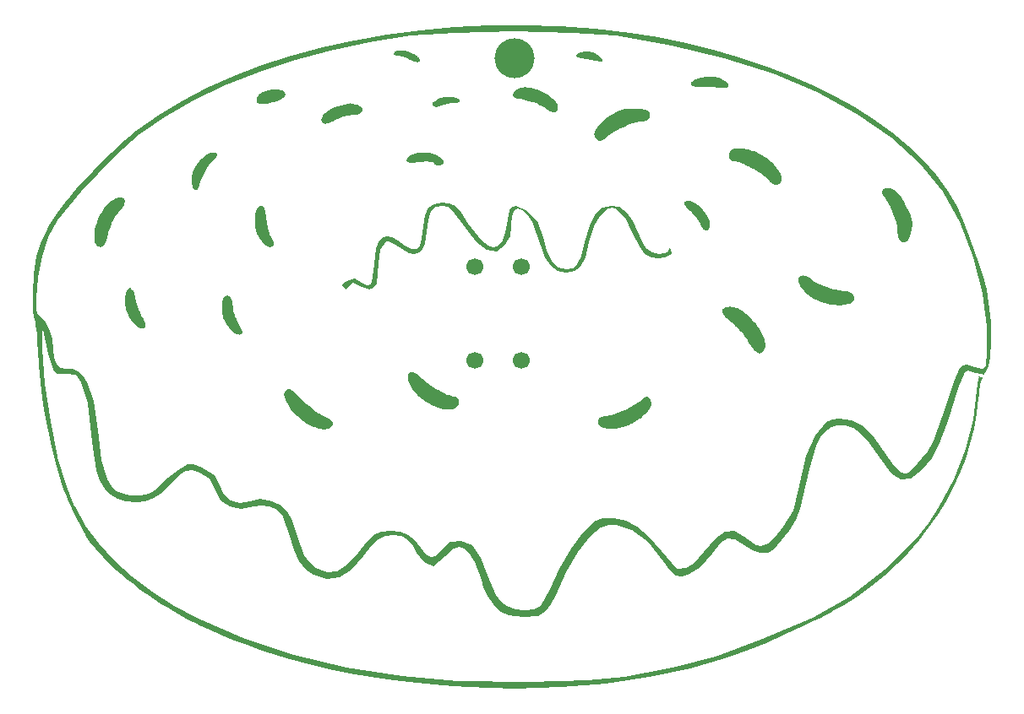
<source format=gts>
%TF.GenerationSoftware,KiCad,Pcbnew,(6.0.2-0)*%
%TF.CreationDate,2022-12-09T19:44:05+01:00*%
%TF.ProjectId,ornament_2022,6f726e61-6d65-46e7-945f-323032322e6b,rev?*%
%TF.SameCoordinates,Original*%
%TF.FileFunction,Soldermask,Top*%
%TF.FilePolarity,Negative*%
%FSLAX46Y46*%
G04 Gerber Fmt 4.6, Leading zero omitted, Abs format (unit mm)*
G04 Created by KiCad (PCBNEW (6.0.2-0)) date 2022-12-09 19:44:05*
%MOMM*%
%LPD*%
G01*
G04 APERTURE LIST*
G04 Aperture macros list*
%AMRoundRect*
0 Rectangle with rounded corners*
0 $1 Rounding radius*
0 $2 $3 $4 $5 $6 $7 $8 $9 X,Y pos of 4 corners*
0 Add a 4 corners polygon primitive as box body*
4,1,4,$2,$3,$4,$5,$6,$7,$8,$9,$2,$3,0*
0 Add four circle primitives for the rounded corners*
1,1,$1+$1,$2,$3*
1,1,$1+$1,$4,$5*
1,1,$1+$1,$6,$7*
1,1,$1+$1,$8,$9*
0 Add four rect primitives between the rounded corners*
20,1,$1+$1,$2,$3,$4,$5,0*
20,1,$1+$1,$4,$5,$6,$7,0*
20,1,$1+$1,$6,$7,$8,$9,0*
20,1,$1+$1,$8,$9,$2,$3,0*%
G04 Aperture macros list end*
%ADD10RoundRect,0.237500X-0.188932X-0.321508X0.351391X-0.124846X0.188932X0.321508X-0.351391X0.124846X0*%
%ADD11RoundRect,0.237500X-0.372900X0.002866X0.067576X-0.366737X0.372900X-0.002866X-0.067576X0.366737X0*%
%ADD12RoundRect,0.237500X-0.351391X-0.124846X0.188932X-0.321508X0.351391X0.124846X-0.188932X0.321508X0*%
%ADD13RoundRect,0.237500X-0.130232X-0.349431X0.367732X-0.061931X0.130232X0.349431X-0.367732X0.061931X0*%
%ADD14RoundRect,0.237500X0.124846X-0.351391X0.321508X0.188932X-0.124846X0.351391X-0.321508X-0.188932X0*%
%ADD15C,4.000000*%
%ADD16C,1.700000*%
G04 APERTURE END LIST*
D10*
%TO.C,D7*%
X191872492Y-41910000D03*
X193516954Y-41311464D03*
%TD*%
D11*
%TO.C,D5*%
X188933537Y-71301035D03*
X190274115Y-72425913D03*
%TD*%
D12*
%TO.C,D2*%
X240319723Y-59550686D03*
X241964185Y-60149222D03*
%TD*%
D13*
%TO.C,D6*%
X220699182Y-72352454D03*
X222214726Y-71477454D03*
%TD*%
D14*
%TO.C,D4*%
X168984558Y-53239416D03*
X169583094Y-51594954D03*
%TD*%
D15*
%TO.C,REF\u002A\u002A*%
X210185000Y-36195000D03*
%TD*%
D13*
%TO.C,D3*%
X219710000Y-43180000D03*
X221225544Y-42305000D03*
%TD*%
D16*
%TO.C,J4*%
X206216954Y-57150000D03*
%TD*%
%TO.C,J1*%
X210820000Y-57150000D03*
%TD*%
%TO.C,J3*%
X210820000Y-66548000D03*
%TD*%
%TO.C,J5*%
X206216954Y-66548000D03*
%TD*%
G36*
X217498954Y-35520094D02*
G01*
X217506327Y-35520513D01*
X217616899Y-35530049D01*
X217624249Y-35530901D01*
X217733826Y-35546875D01*
X217741153Y-35548165D01*
X217849306Y-35570518D01*
X217856614Y-35572257D01*
X217962923Y-35600930D01*
X217970212Y-35603134D01*
X218074242Y-35638058D01*
X218081501Y-35640746D01*
X218182836Y-35681848D01*
X218190057Y-35685044D01*
X218288269Y-35732245D01*
X218295426Y-35735971D01*
X218390138Y-35789206D01*
X218397208Y-35793491D01*
X218489154Y-35853427D01*
X218493951Y-35856715D01*
X218547963Y-35895589D01*
X218550675Y-35897596D01*
X218601986Y-35936653D01*
X218604800Y-35938858D01*
X218652200Y-35977110D01*
X218655129Y-35979548D01*
X218698653Y-36016901D01*
X218701718Y-36019619D01*
X218741379Y-36055961D01*
X218744583Y-36059002D01*
X218780321Y-36094132D01*
X218783703Y-36097587D01*
X218815542Y-36131382D01*
X218819102Y-36135324D01*
X218846964Y-36167514D01*
X218850727Y-36172073D01*
X218874677Y-36202520D01*
X218878651Y-36207857D01*
X218898623Y-36236208D01*
X218902790Y-36242516D01*
X218918848Y-36268491D01*
X218923164Y-36276045D01*
X218935372Y-36299231D01*
X218939729Y-36308381D01*
X218948241Y-36328281D01*
X218952401Y-36339436D01*
X218957552Y-36355535D01*
X218961091Y-36369187D01*
X218963441Y-36380920D01*
X218965626Y-36397441D01*
X218965965Y-36402624D01*
X218950452Y-36471905D01*
X218899945Y-36521801D01*
X218889312Y-36526897D01*
X218881088Y-36530375D01*
X218865902Y-36535682D01*
X218851984Y-36539569D01*
X218838770Y-36542505D01*
X218819127Y-36545773D01*
X218807807Y-36547133D01*
X218794461Y-36548127D01*
X218761430Y-36546231D01*
X216842251Y-36179122D01*
X216839763Y-36178697D01*
X216811188Y-36174402D01*
X216807588Y-36173808D01*
X216751855Y-36163773D01*
X216747929Y-36163001D01*
X216696362Y-36152015D01*
X216692049Y-36151017D01*
X216644813Y-36139205D01*
X216640043Y-36137912D01*
X216597196Y-36125393D01*
X216591876Y-36123710D01*
X216553625Y-36110670D01*
X216547654Y-36108465D01*
X216514125Y-36095109D01*
X216507368Y-36092186D01*
X216478776Y-36078812D01*
X216471103Y-36074898D01*
X216447611Y-36061884D01*
X216438902Y-36056587D01*
X216420657Y-36044455D01*
X216410846Y-36037224D01*
X216397907Y-36026684D01*
X216387097Y-36016778D01*
X216379244Y-36008692D01*
X216367933Y-35995295D01*
X216367056Y-35994096D01*
X216342984Y-35927305D01*
X216357435Y-35860685D01*
X216358207Y-35859229D01*
X216367694Y-35844051D01*
X216374636Y-35834524D01*
X216384114Y-35823014D01*
X216396127Y-35810070D01*
X216404980Y-35801424D01*
X216422521Y-35785901D01*
X216430504Y-35779398D01*
X216453707Y-35762025D01*
X216460809Y-35757079D01*
X216489738Y-35738373D01*
X216496023Y-35734564D01*
X216530572Y-35714981D01*
X216536143Y-35712005D01*
X216576298Y-35691833D01*
X216581249Y-35689480D01*
X216626935Y-35668967D01*
X216631366Y-35667078D01*
X216681662Y-35646768D01*
X216687448Y-35644595D01*
X216793892Y-35607572D01*
X216801415Y-35605217D01*
X216908919Y-35575215D01*
X216916437Y-35573363D01*
X217025553Y-35550026D01*
X217033051Y-35548659D01*
X217143260Y-35531980D01*
X217150729Y-35531076D01*
X217261719Y-35521006D01*
X217269152Y-35520553D01*
X217380403Y-35517062D01*
X217387808Y-35517047D01*
X217498954Y-35520094D01*
G37*
G36*
X247562801Y-49219673D02*
G01*
X247616524Y-49221550D01*
X247623182Y-49221959D01*
X247679686Y-49226937D01*
X247685978Y-49227651D01*
X247745091Y-49235869D01*
X247751042Y-49236842D01*
X247812672Y-49248439D01*
X247818313Y-49249635D01*
X247882235Y-49264721D01*
X247887579Y-49266107D01*
X247953760Y-49284822D01*
X247958842Y-49286375D01*
X248025748Y-49308381D01*
X248033177Y-49311086D01*
X248106213Y-49340302D01*
X248115878Y-49344648D01*
X248187000Y-49380298D01*
X248196014Y-49385287D01*
X248267048Y-49428491D01*
X248275172Y-49433873D01*
X248346657Y-49485318D01*
X248353774Y-49490837D01*
X248426095Y-49551173D01*
X248432192Y-49556604D01*
X248505665Y-49626451D01*
X248510800Y-49631623D01*
X248585682Y-49711547D01*
X248589951Y-49716343D01*
X248666452Y-49806823D01*
X248669980Y-49811190D01*
X248748337Y-49912713D01*
X248751236Y-49916623D01*
X248831639Y-50029562D01*
X248834021Y-50033029D01*
X248916737Y-50157833D01*
X248918691Y-50160874D01*
X249003970Y-50297927D01*
X249005575Y-50300580D01*
X249093622Y-50450167D01*
X249094944Y-50452467D01*
X249186119Y-50615105D01*
X249187208Y-50617089D01*
X249281757Y-50793085D01*
X249282656Y-50794789D01*
X249380849Y-50984470D01*
X249381645Y-50986034D01*
X249606865Y-51436348D01*
X249607908Y-51438486D01*
X249699148Y-51629863D01*
X249700259Y-51632257D01*
X249778257Y-51805088D01*
X249779722Y-51808465D01*
X249844925Y-51964985D01*
X249846720Y-51969541D01*
X249899795Y-52112341D01*
X249901816Y-52118218D01*
X249943513Y-52249963D01*
X249945560Y-52257168D01*
X249976720Y-52380708D01*
X249978520Y-52389019D01*
X250000014Y-52507429D01*
X250001307Y-52516360D01*
X250013946Y-52633007D01*
X250014591Y-52641867D01*
X250019019Y-52760170D01*
X250019061Y-52768274D01*
X250015742Y-52891565D01*
X250015373Y-52898391D01*
X250004680Y-53029824D01*
X250004134Y-53035140D01*
X249986440Y-53177577D01*
X249985907Y-53181387D01*
X249961672Y-53337380D01*
X249961264Y-53339850D01*
X249931156Y-53511139D01*
X249930509Y-53514542D01*
X249900672Y-53660616D01*
X249899442Y-53666027D01*
X249865775Y-53800381D01*
X249864184Y-53806145D01*
X249826950Y-53929569D01*
X249824918Y-53935727D01*
X249784536Y-54048286D01*
X249781963Y-54054871D01*
X249738908Y-54156541D01*
X249735661Y-54163595D01*
X249690438Y-54254365D01*
X249686355Y-54261907D01*
X249639478Y-54341858D01*
X249634341Y-54349903D01*
X249586400Y-54419073D01*
X249579949Y-54427586D01*
X249531605Y-54486057D01*
X249523522Y-54494936D01*
X249475436Y-54542945D01*
X249465359Y-54551979D01*
X249418263Y-54589841D01*
X249405843Y-54598645D01*
X249360379Y-54626911D01*
X249345373Y-54634891D01*
X249302031Y-54654311D01*
X249284450Y-54660669D01*
X249243356Y-54672163D01*
X249223641Y-54676014D01*
X249184441Y-54680468D01*
X249163544Y-54681097D01*
X249125451Y-54679077D01*
X249104665Y-54676226D01*
X249066665Y-54667741D01*
X249047284Y-54661740D01*
X249008616Y-54646256D01*
X248991569Y-54637888D01*
X248951892Y-54614548D01*
X248937590Y-54604751D01*
X248897077Y-54572692D01*
X248885484Y-54562290D01*
X248844664Y-54520834D01*
X248835486Y-54510424D01*
X248795081Y-54459158D01*
X248787928Y-54449107D01*
X248748652Y-54387767D01*
X248743137Y-54378266D01*
X248705725Y-54306808D01*
X248701508Y-54297925D01*
X248666617Y-54216368D01*
X248663423Y-54208113D01*
X248631626Y-54116474D01*
X248629238Y-54108813D01*
X248601097Y-54007245D01*
X248599348Y-54000133D01*
X248575344Y-53888688D01*
X248574103Y-53882071D01*
X248554703Y-53760868D01*
X248553871Y-53754701D01*
X248539506Y-53623819D01*
X248539007Y-53618051D01*
X248530096Y-53477616D01*
X248529869Y-53472207D01*
X248526775Y-53320568D01*
X248526718Y-53318877D01*
X248519839Y-53172060D01*
X248519422Y-53167196D01*
X248499307Y-53006445D01*
X248498710Y-53002638D01*
X248465747Y-52827629D01*
X248465076Y-52824502D01*
X248419851Y-52637080D01*
X248419172Y-52634508D01*
X248362327Y-52436470D01*
X248361636Y-52434222D01*
X248293829Y-52227300D01*
X248293136Y-52225297D01*
X248215019Y-52011136D01*
X248214346Y-52009374D01*
X248126602Y-51789673D01*
X248125902Y-51787988D01*
X248029184Y-51564345D01*
X248028496Y-51562813D01*
X247923470Y-51336851D01*
X247922791Y-51335440D01*
X247810165Y-51108860D01*
X247809387Y-51107345D01*
X247689871Y-50881832D01*
X247689038Y-50880309D01*
X247563253Y-50657370D01*
X247562378Y-50655867D01*
X247430998Y-50437111D01*
X247430062Y-50435602D01*
X247293802Y-50222698D01*
X247292734Y-50221084D01*
X247152161Y-50015473D01*
X247151281Y-50014169D01*
X247117888Y-49963993D01*
X247113842Y-49957493D01*
X247087133Y-49911533D01*
X247083200Y-49904220D01*
X247061455Y-49860388D01*
X247057740Y-49852174D01*
X247040697Y-49810589D01*
X247037343Y-49801405D01*
X247024743Y-49762251D01*
X247021927Y-49752051D01*
X247013455Y-49715429D01*
X247011391Y-49704217D01*
X247006706Y-49670189D01*
X247005628Y-49658015D01*
X247004377Y-49626588D01*
X247004529Y-49613614D01*
X247006362Y-49584665D01*
X247007959Y-49571122D01*
X247012580Y-49544444D01*
X247015766Y-49530686D01*
X247022962Y-49506001D01*
X247027779Y-49492421D01*
X247037449Y-49469426D01*
X247043818Y-49456427D01*
X247056004Y-49434795D01*
X247063715Y-49422758D01*
X247078549Y-49402264D01*
X247087313Y-49391465D01*
X247105011Y-49371964D01*
X247114495Y-49362567D01*
X247135254Y-49344071D01*
X247145129Y-49336126D01*
X247169185Y-49318690D01*
X247179177Y-49312146D01*
X247206613Y-49295984D01*
X247216495Y-49290740D01*
X247247442Y-49276037D01*
X247257053Y-49271950D01*
X247291507Y-49258957D01*
X247300756Y-49255872D01*
X247338653Y-49244842D01*
X247347467Y-49242618D01*
X247388787Y-49233765D01*
X247397149Y-49232266D01*
X247441754Y-49225815D01*
X247449666Y-49224925D01*
X247497458Y-49221073D01*
X247504929Y-49220694D01*
X247555749Y-49219624D01*
X247562801Y-49219673D01*
G37*
G36*
X223401795Y-70162143D02*
G01*
X223413287Y-70162784D01*
X223420081Y-70163475D01*
X223431324Y-70165133D01*
X223438480Y-70166521D01*
X223449103Y-70169064D01*
X223457041Y-70171332D01*
X223466732Y-70174531D01*
X223475757Y-70177921D01*
X223484377Y-70181529D01*
X223494676Y-70186296D01*
X223502138Y-70190055D01*
X223513794Y-70196420D01*
X223520160Y-70200142D01*
X223533175Y-70208272D01*
X223538522Y-70211804D01*
X223552875Y-70221819D01*
X223557330Y-70225075D01*
X223572992Y-70237056D01*
X223576666Y-70239976D01*
X223593599Y-70253959D01*
X223596612Y-70256529D01*
X223614174Y-70271985D01*
X223617664Y-70275174D01*
X223658182Y-70313624D01*
X223661394Y-70316784D01*
X223703493Y-70359698D01*
X223710292Y-70367210D01*
X223755027Y-70420822D01*
X223765353Y-70435124D01*
X223798522Y-70488590D01*
X223806899Y-70504536D01*
X223831503Y-70560808D01*
X223837454Y-70577544D01*
X223854048Y-70637248D01*
X223857478Y-70653842D01*
X223866234Y-70717585D01*
X223867397Y-70733259D01*
X223868193Y-70801342D01*
X223867551Y-70815602D01*
X223860152Y-70888134D01*
X223858210Y-70900778D01*
X223842397Y-70977513D01*
X223839599Y-70988544D01*
X223815233Y-71069142D01*
X223811924Y-71078688D01*
X223778984Y-71162670D01*
X223775405Y-71170917D01*
X223733944Y-71257821D01*
X223730258Y-71264953D01*
X223681224Y-71352845D01*
X223675701Y-71361837D01*
X223550639Y-71547554D01*
X223543501Y-71557139D01*
X223388613Y-71745749D01*
X223381828Y-71753361D01*
X223198116Y-71943394D01*
X223191643Y-71949629D01*
X222981288Y-72138245D01*
X222975028Y-72143502D01*
X222740248Y-72328012D01*
X222734091Y-72332555D01*
X222477112Y-72510384D01*
X222470944Y-72514391D01*
X222193976Y-72683044D01*
X222187690Y-72686628D01*
X221892966Y-72843648D01*
X221886457Y-72846879D01*
X221576142Y-72989886D01*
X221569305Y-72992795D01*
X221244971Y-73119661D01*
X221239641Y-73121609D01*
X221120014Y-73162293D01*
X221116458Y-73163444D01*
X220996123Y-73200424D01*
X220992579Y-73201457D01*
X220872327Y-73234589D01*
X220868786Y-73235509D01*
X220749009Y-73264797D01*
X220745462Y-73265610D01*
X220626389Y-73291106D01*
X220622823Y-73291816D01*
X220504733Y-73313558D01*
X220501137Y-73314167D01*
X220384242Y-73332208D01*
X220380601Y-73332715D01*
X220265313Y-73347079D01*
X220261610Y-73347485D01*
X220148116Y-73358229D01*
X220144333Y-73358530D01*
X220032940Y-73365699D01*
X220029057Y-73365889D01*
X219920034Y-73369533D01*
X219916028Y-73369603D01*
X219809700Y-73369774D01*
X219805544Y-73369712D01*
X219702182Y-73366468D01*
X219697849Y-73366257D01*
X219597763Y-73359661D01*
X219593220Y-73359279D01*
X219496694Y-73349400D01*
X219491903Y-73348817D01*
X219399226Y-73335728D01*
X219394145Y-73334904D01*
X219305672Y-73318699D01*
X219300263Y-73317585D01*
X219216266Y-73298361D01*
X219210472Y-73296890D01*
X219131262Y-73274760D01*
X219125041Y-73272847D01*
X219050968Y-73247963D01*
X219044268Y-73245499D01*
X218975616Y-73218018D01*
X218968404Y-73214867D01*
X218905449Y-73184980D01*
X218897696Y-73180964D01*
X218840746Y-73148918D01*
X218832475Y-73143834D01*
X218781750Y-73109899D01*
X218773029Y-73103507D01*
X218728648Y-73067950D01*
X218719643Y-73060002D01*
X218681680Y-73023130D01*
X218672663Y-73013399D01*
X218641020Y-72975420D01*
X218632407Y-72963782D01*
X218606891Y-72924808D01*
X218599198Y-72911309D01*
X218579507Y-72871191D01*
X218573288Y-72856128D01*
X218559175Y-72814498D01*
X218554885Y-72798421D01*
X218546258Y-72754672D01*
X218544133Y-72738318D01*
X218541011Y-72689389D01*
X218540796Y-72678166D01*
X218542434Y-72613684D01*
X218542965Y-72604893D01*
X218548362Y-72548439D01*
X218550227Y-72535771D01*
X218559376Y-72489927D01*
X218563870Y-72473373D01*
X218577409Y-72434257D01*
X218583308Y-72420075D01*
X218589805Y-72406802D01*
X218595129Y-72397041D01*
X218603740Y-72382788D01*
X218610088Y-72373283D01*
X218620031Y-72359766D01*
X218627168Y-72350929D01*
X218638859Y-72337717D01*
X218646477Y-72329828D01*
X218660410Y-72316603D01*
X218668147Y-72309837D01*
X218683095Y-72297805D01*
X218694274Y-72289772D01*
X218739388Y-72260955D01*
X218752427Y-72253676D01*
X218810234Y-72225763D01*
X218820624Y-72221309D01*
X218894605Y-72193454D01*
X218902483Y-72190782D01*
X218993431Y-72163239D01*
X218999234Y-72161631D01*
X219107797Y-72134342D01*
X219111982Y-72133366D01*
X219238886Y-72106031D01*
X219241848Y-72105430D01*
X219387527Y-72077689D01*
X219390279Y-72077197D01*
X219743605Y-72018005D01*
X219745262Y-72017704D01*
X219911037Y-71985200D01*
X219914673Y-71984373D01*
X220095674Y-71937496D01*
X220098556Y-71936677D01*
X220293665Y-71876253D01*
X220295983Y-71875486D01*
X220502716Y-71802653D01*
X220504598Y-71801955D01*
X220720328Y-71717943D01*
X220722022Y-71717256D01*
X220944325Y-71623245D01*
X220945878Y-71622564D01*
X221172281Y-71519765D01*
X221173645Y-71519125D01*
X221401815Y-71408693D01*
X221403129Y-71408037D01*
X221630582Y-71291203D01*
X221631869Y-71290523D01*
X221856185Y-71168496D01*
X221857515Y-71167751D01*
X222076284Y-71041740D01*
X222077688Y-71040907D01*
X222288533Y-70912103D01*
X222289988Y-70911186D01*
X222490479Y-70780824D01*
X222492127Y-70779716D01*
X222679827Y-70649046D01*
X222681655Y-70647722D01*
X222854113Y-70518023D01*
X222856295Y-70516306D01*
X223011960Y-70388151D01*
X223012731Y-70387506D01*
X223072204Y-70336898D01*
X223074660Y-70334861D01*
X223127961Y-70291784D01*
X223130600Y-70289709D01*
X223154316Y-70271565D01*
X223156575Y-70269877D01*
X223179152Y-70253392D01*
X223181900Y-70251441D01*
X223202986Y-70236893D01*
X223206296Y-70234686D01*
X223225813Y-70222111D01*
X223229791Y-70219651D01*
X223247763Y-70208994D01*
X223252519Y-70206311D01*
X223268875Y-70197547D01*
X223274530Y-70194698D01*
X223289266Y-70187731D01*
X223295916Y-70184818D01*
X223308978Y-70179540D01*
X223316699Y-70176709D01*
X223328154Y-70172929D01*
X223336988Y-70170368D01*
X223346881Y-70167887D01*
X223356748Y-70165828D01*
X223365311Y-70164396D01*
X223376047Y-70163071D01*
X223383573Y-70162469D01*
X223394877Y-70162074D01*
X223401795Y-70162143D01*
G37*
G36*
X203622983Y-50745400D02*
G01*
X203627280Y-50746686D01*
X204217749Y-51056860D01*
X204220929Y-51059308D01*
X204811887Y-51703312D01*
X204813041Y-51704792D01*
X205517400Y-52775526D01*
X205517664Y-52775893D01*
X206865479Y-54503404D01*
X206866499Y-54504421D01*
X207503078Y-54998550D01*
X207504823Y-54999478D01*
X208039942Y-55175644D01*
X208043622Y-55175602D01*
X208556895Y-54993619D01*
X208559371Y-54991905D01*
X208979000Y-54493982D01*
X208979982Y-54492316D01*
X209263096Y-53751738D01*
X209263443Y-53750317D01*
X209367271Y-52841370D01*
X209367394Y-52840549D01*
X209622229Y-51476687D01*
X209624655Y-51471452D01*
X209921203Y-51106995D01*
X209926716Y-51103234D01*
X210318217Y-50978096D01*
X210326882Y-50978713D01*
X211419461Y-51508300D01*
X211422707Y-51510631D01*
X212449353Y-52556251D01*
X212452017Y-52560499D01*
X213026368Y-54162385D01*
X213026679Y-54163392D01*
X213371190Y-55489374D01*
X213371655Y-55490589D01*
X213897280Y-56505970D01*
X213898387Y-56507462D01*
X214564770Y-57156675D01*
X214567150Y-57158072D01*
X215334480Y-57386600D01*
X215337059Y-57386764D01*
X215979741Y-57281368D01*
X215982554Y-57280056D01*
X216447686Y-56879969D01*
X216449178Y-56877983D01*
X216824497Y-56055000D01*
X216824822Y-56054099D01*
X217196458Y-54680890D01*
X217196504Y-54680727D01*
X217696709Y-52932942D01*
X217697451Y-52931012D01*
X218256548Y-51790330D01*
X218259149Y-51786853D01*
X218935638Y-51166874D01*
X218941034Y-51164072D01*
X219796013Y-50976321D01*
X219800435Y-50976206D01*
X220656170Y-51117993D01*
X220661643Y-51120462D01*
X221388489Y-51712117D01*
X221390684Y-51714475D01*
X221995419Y-52577171D01*
X221996431Y-52578919D01*
X222485518Y-53621807D01*
X222485654Y-53622108D01*
X222912461Y-54603288D01*
X222913093Y-54604391D01*
X223414704Y-55294750D01*
X223416075Y-55296095D01*
X224000028Y-55704093D01*
X224002211Y-55705025D01*
X224676501Y-55839224D01*
X224678900Y-55839193D01*
X225465439Y-55661973D01*
X225468603Y-55659742D01*
X225709003Y-55196961D01*
X225715858Y-55191199D01*
X225724779Y-55191971D01*
X225730234Y-55197971D01*
X225952635Y-55748485D01*
X225952557Y-55757440D01*
X225946170Y-55763716D01*
X225937215Y-55763638D01*
X225932521Y-55760012D01*
X225909059Y-55729583D01*
X225907514Y-55728696D01*
X225906676Y-55728922D01*
X225728197Y-55948266D01*
X225724845Y-55951087D01*
X225265468Y-56208709D01*
X225260824Y-56210154D01*
X224584026Y-56272840D01*
X224580957Y-56272719D01*
X223852107Y-56146907D01*
X223848868Y-56145845D01*
X223235591Y-55839489D01*
X223231462Y-55836044D01*
X222657388Y-55071022D01*
X222656157Y-55068975D01*
X222060445Y-53801052D01*
X221271498Y-52169857D01*
X221270432Y-52168336D01*
X220450324Y-51326064D01*
X220447851Y-51324565D01*
X220026211Y-51198198D01*
X220023643Y-51198026D01*
X219592496Y-51266598D01*
X219589790Y-51267802D01*
X218692998Y-51991694D01*
X218691615Y-51993313D01*
X218094520Y-53032710D01*
X218093956Y-53034061D01*
X217638946Y-54682090D01*
X217638928Y-54682157D01*
X217254888Y-56150025D01*
X217254064Y-56152236D01*
X216797632Y-57078513D01*
X216794477Y-57082452D01*
X216194517Y-57565824D01*
X216189150Y-57568245D01*
X215371092Y-57708201D01*
X215367033Y-57708182D01*
X214486373Y-57548631D01*
X214481802Y-57546739D01*
X213771623Y-57055332D01*
X213768527Y-57052175D01*
X213208933Y-56207832D01*
X213207645Y-56205238D01*
X212780437Y-54986484D01*
X212780349Y-54986242D01*
X211905702Y-52656655D01*
X211905148Y-52655551D01*
X211412918Y-51888480D01*
X211412086Y-51887460D01*
X210930791Y-51417290D01*
X210928640Y-51415962D01*
X210495132Y-51266227D01*
X210490637Y-51266599D01*
X210138517Y-51458052D01*
X210136003Y-51460817D01*
X209897558Y-52020235D01*
X209897118Y-52021981D01*
X209809477Y-52975595D01*
X209809475Y-52975614D01*
X209700465Y-54140500D01*
X209698926Y-54145298D01*
X209238427Y-54935992D01*
X209235045Y-54939676D01*
X208368377Y-55548805D01*
X208360550Y-55550881D01*
X207393922Y-55459674D01*
X207388024Y-55457403D01*
X206335361Y-54671873D01*
X206333035Y-54669565D01*
X205214514Y-53194360D01*
X205214392Y-53194196D01*
X203930187Y-51437490D01*
X203928921Y-51436224D01*
X203442098Y-51080091D01*
X203439898Y-51079104D01*
X202960921Y-50976066D01*
X202958867Y-50975996D01*
X202296006Y-51072458D01*
X202293398Y-51073537D01*
X201853779Y-51401042D01*
X201851922Y-51403409D01*
X201590899Y-52021289D01*
X201590487Y-52022812D01*
X201465565Y-52990937D01*
X201465520Y-52991249D01*
X201182020Y-54802472D01*
X201181091Y-54805552D01*
X200923657Y-55365309D01*
X200921228Y-55368765D01*
X200580256Y-55703853D01*
X200575102Y-55706804D01*
X200144563Y-55822953D01*
X200139357Y-55823156D01*
X199610906Y-55723921D01*
X199606982Y-55722416D01*
X198228718Y-54883544D01*
X198227956Y-54883153D01*
X197400776Y-54530607D01*
X197397587Y-54530575D01*
X197089782Y-54788939D01*
X197088587Y-54790314D01*
X196675293Y-55451661D01*
X196674445Y-55454140D01*
X196545038Y-56733807D01*
X196545032Y-56733863D01*
X196329761Y-58765714D01*
X196328031Y-58770708D01*
X196042067Y-59225596D01*
X196035803Y-59230488D01*
X195614739Y-59368379D01*
X195607176Y-59368283D01*
X194679208Y-59038116D01*
X194678624Y-59037890D01*
X193952711Y-58734915D01*
X193949507Y-58734906D01*
X193450985Y-59154751D01*
X193449459Y-59156753D01*
X193343705Y-59386240D01*
X193337130Y-59392319D01*
X193328182Y-59391969D01*
X193325360Y-59390135D01*
X192859156Y-58980838D01*
X192855200Y-58972805D01*
X192857926Y-58964509D01*
X193093299Y-58685051D01*
X193097051Y-58682105D01*
X193564256Y-58450493D01*
X193567139Y-58449507D01*
X194141293Y-58333687D01*
X194149289Y-58334929D01*
X194803154Y-58698224D01*
X195382751Y-59016136D01*
X195386574Y-59016554D01*
X195754281Y-58871680D01*
X195757016Y-58869038D01*
X195979167Y-58172443D01*
X195979411Y-58171268D01*
X196114727Y-56833404D01*
X196114753Y-56833174D01*
X196301632Y-55290053D01*
X196302580Y-55286653D01*
X196645947Y-54524771D01*
X196648744Y-54520921D01*
X197030290Y-54174075D01*
X197034099Y-54171759D01*
X197421851Y-54028263D01*
X197428182Y-54027758D01*
X197880284Y-54117153D01*
X197884167Y-54118680D01*
X198460308Y-54474921D01*
X198461104Y-54475459D01*
X199140701Y-54977117D01*
X199141572Y-54977650D01*
X199802796Y-55307935D01*
X199805234Y-55308542D01*
X200337475Y-55321920D01*
X200341281Y-55320574D01*
X200680926Y-55031553D01*
X200682705Y-55028821D01*
X200890689Y-54327722D01*
X200890893Y-54326706D01*
X201024583Y-53105800D01*
X201024637Y-53105377D01*
X201193498Y-51953614D01*
X201194406Y-51950506D01*
X201525992Y-51214330D01*
X201529810Y-51209650D01*
X202080155Y-50812233D01*
X202085140Y-50810168D01*
X202914787Y-50676197D01*
X202917796Y-50676103D01*
X203622983Y-50745400D01*
G37*
G36*
X218203422Y-33246118D02*
G01*
X218203909Y-33246164D01*
X221737459Y-33657127D01*
X221737938Y-33657193D01*
X224591138Y-34109187D01*
X224591604Y-34109271D01*
X227379147Y-34667330D01*
X227379613Y-34667433D01*
X230092432Y-35326760D01*
X230092902Y-35326884D01*
X232721931Y-36082681D01*
X232722406Y-36082829D01*
X235258488Y-36930273D01*
X235258973Y-36930447D01*
X237693061Y-37864746D01*
X237693558Y-37864950D01*
X240016540Y-38881291D01*
X240017053Y-38881530D01*
X242219871Y-39975118D01*
X242220403Y-39975400D01*
X244293914Y-41141401D01*
X244294468Y-41141733D01*
X246229610Y-42375349D01*
X246230190Y-42375743D01*
X248017897Y-43672177D01*
X248018502Y-43672648D01*
X249649621Y-45027035D01*
X249650252Y-45027598D01*
X251115756Y-46435163D01*
X251116406Y-46435839D01*
X252407196Y-47891743D01*
X252407854Y-47892556D01*
X253514848Y-49391963D01*
X253515493Y-49392934D01*
X254429766Y-50931245D01*
X254430166Y-50931978D01*
X254615587Y-51301669D01*
X254615730Y-51301963D01*
X254812098Y-51722446D01*
X254812245Y-51722773D01*
X255228705Y-52690784D01*
X255228837Y-52691106D01*
X255661942Y-53786559D01*
X255662041Y-53786818D01*
X256094100Y-54960020D01*
X256094184Y-54960256D01*
X256507429Y-56161305D01*
X256507511Y-56161551D01*
X256884223Y-57340687D01*
X256884311Y-57340977D01*
X257206709Y-58448226D01*
X257206816Y-58448616D01*
X257457211Y-59434286D01*
X257457323Y-59434772D01*
X257587504Y-60057232D01*
X257587583Y-60057647D01*
X257697530Y-60697812D01*
X257697589Y-60698193D01*
X257787474Y-61349647D01*
X257787518Y-61350005D01*
X257857522Y-62006373D01*
X257857554Y-62006718D01*
X257907859Y-62661636D01*
X257907880Y-62661976D01*
X257938664Y-63309029D01*
X257938675Y-63309373D01*
X257950122Y-63942172D01*
X257950123Y-63942531D01*
X257942419Y-64554711D01*
X257942408Y-64555097D01*
X257915735Y-65140271D01*
X257915708Y-65140698D01*
X257870258Y-65692478D01*
X257870207Y-65692970D01*
X257806172Y-66204946D01*
X257806083Y-66205533D01*
X257723667Y-66671274D01*
X257723514Y-66672003D01*
X257622936Y-67085104D01*
X257622663Y-67086049D01*
X257504192Y-67440013D01*
X257503679Y-67441291D01*
X257367680Y-67729613D01*
X257366649Y-67731380D01*
X257240548Y-67909614D01*
X257232972Y-67914388D01*
X257228887Y-67914364D01*
X256059819Y-67700050D01*
X256057934Y-67699539D01*
X255626086Y-67542636D01*
X255621662Y-67542894D01*
X255270673Y-67718924D01*
X255267991Y-67721791D01*
X254611240Y-69283263D01*
X254611036Y-69283826D01*
X253607860Y-72572935D01*
X253607629Y-72573617D01*
X252781524Y-74784457D01*
X252780863Y-74785913D01*
X251958893Y-76310989D01*
X251957712Y-76312770D01*
X250966828Y-77545008D01*
X250964855Y-77546941D01*
X249906557Y-78363067D01*
X249900708Y-78365430D01*
X248893924Y-78477640D01*
X248886544Y-78476006D01*
X247912716Y-77883144D01*
X247909358Y-77880060D01*
X246953144Y-76573508D01*
X246952998Y-76573303D01*
X245465107Y-74445816D01*
X245464437Y-74445019D01*
X244737251Y-73721952D01*
X244736311Y-73721194D01*
X244088409Y-73302642D01*
X244086957Y-73301968D01*
X243275547Y-73054144D01*
X243274103Y-73053897D01*
X242540957Y-73022402D01*
X242539119Y-73022617D01*
X241882720Y-73208640D01*
X241880988Y-73209460D01*
X241299326Y-73614489D01*
X241298139Y-73615592D01*
X240789531Y-74241448D01*
X240788870Y-74242458D01*
X240352053Y-75090667D01*
X240351623Y-75091764D01*
X239687597Y-77462117D01*
X239687520Y-77462423D01*
X238805228Y-81418225D01*
X238804609Y-81420178D01*
X238333133Y-82551640D01*
X238332323Y-82553230D01*
X237672510Y-83635671D01*
X237671660Y-83636885D01*
X236182063Y-85500772D01*
X236177589Y-85504197D01*
X235528702Y-85786411D01*
X235524270Y-85787380D01*
X234791314Y-85802039D01*
X234787543Y-85801494D01*
X234003544Y-85552882D01*
X234000823Y-85551615D01*
X233198255Y-85043571D01*
X233198054Y-85043440D01*
X232271743Y-84430119D01*
X232269301Y-84429207D01*
X231535371Y-84333646D01*
X231531559Y-84334509D01*
X230814587Y-84798801D01*
X230813242Y-84800005D01*
X229939785Y-85870893D01*
X229939767Y-85870915D01*
X228802114Y-87258973D01*
X228799143Y-87261553D01*
X227672304Y-87946697D01*
X227669651Y-87947887D01*
X226930530Y-88174178D01*
X226925067Y-88174512D01*
X226315043Y-88066626D01*
X226309570Y-88064075D01*
X225716268Y-87567276D01*
X225714311Y-87565180D01*
X225029187Y-86621532D01*
X225029056Y-86621360D01*
X223531916Y-84729349D01*
X223530907Y-84728352D01*
X221952326Y-83509801D01*
X221950547Y-83508868D01*
X220359024Y-83000408D01*
X220357085Y-83000136D01*
X219578514Y-83023713D01*
X219577111Y-83023930D01*
X218821092Y-83238733D01*
X218819036Y-83239799D01*
X217759360Y-84096476D01*
X217758401Y-84097460D01*
X216519729Y-85712869D01*
X216519326Y-85713466D01*
X215296165Y-87796124D01*
X215295870Y-87796696D01*
X214282408Y-90054986D01*
X214282177Y-90055472D01*
X213826523Y-90957423D01*
X213825375Y-90959253D01*
X213273215Y-91681422D01*
X213270238Y-91684163D01*
X212509560Y-92172220D01*
X212500746Y-92173804D01*
X212493011Y-92168048D01*
X212111072Y-91479502D01*
X212110055Y-91470605D01*
X212116167Y-91463314D01*
X212756267Y-91150602D01*
X212758743Y-91148260D01*
X213716571Y-89436671D01*
X213716759Y-89436303D01*
X214665788Y-87393128D01*
X214666333Y-87392093D01*
X215828021Y-85431306D01*
X215828691Y-85430298D01*
X217044722Y-83791426D01*
X217045976Y-83789996D01*
X218157239Y-82713185D01*
X218160410Y-82710996D01*
X218946933Y-82341820D01*
X218951734Y-82340712D01*
X220112379Y-82323834D01*
X220114923Y-82324076D01*
X221302116Y-82570084D01*
X221305186Y-82571184D01*
X222439831Y-83167574D01*
X222442029Y-83169071D01*
X223606514Y-84173428D01*
X223607707Y-84174618D01*
X224883765Y-85644588D01*
X226429747Y-87419949D01*
X226432936Y-87421536D01*
X227369005Y-87325979D01*
X227371367Y-87325200D01*
X228164485Y-86854819D01*
X228165904Y-86853637D01*
X229138857Y-85736322D01*
X229138877Y-85736298D01*
X230307292Y-84337501D01*
X230309447Y-84335498D01*
X231250848Y-83659487D01*
X231257330Y-83657296D01*
X232151200Y-83631160D01*
X232157095Y-83632557D01*
X233188310Y-84188665D01*
X233189507Y-84189407D01*
X234388754Y-85036530D01*
X234390743Y-85037432D01*
X234903118Y-85161303D01*
X234906668Y-85161017D01*
X235524652Y-84900899D01*
X235526268Y-84899878D01*
X236248340Y-84255698D01*
X236249004Y-84254996D01*
X237071394Y-83228477D01*
X237071832Y-83227850D01*
X238088940Y-81550923D01*
X238089617Y-81549285D01*
X238594717Y-79474932D01*
X238594725Y-79474894D01*
X239345658Y-76071686D01*
X239346462Y-76069299D01*
X240272651Y-74065095D01*
X240274321Y-74062468D01*
X241425134Y-72695427D01*
X241429046Y-72692403D01*
X242009182Y-72415540D01*
X242012863Y-72414478D01*
X242700823Y-72334100D01*
X242703946Y-72334155D01*
X243956891Y-72525367D01*
X243960752Y-72526674D01*
X245093882Y-73148093D01*
X245096596Y-73150146D01*
X246203312Y-74274840D01*
X246204605Y-74276406D01*
X247377071Y-75977467D01*
X247377172Y-75977611D01*
X248247780Y-77200846D01*
X248248983Y-77202090D01*
X248955509Y-77742459D01*
X248957606Y-77743474D01*
X249326753Y-77836966D01*
X249329430Y-77837004D01*
X249640023Y-77767590D01*
X249642739Y-77766137D01*
X250571611Y-76879278D01*
X250572133Y-76878708D01*
X251439656Y-75794313D01*
X251440153Y-75793585D01*
X252138432Y-74582913D01*
X252138877Y-74581946D01*
X253404767Y-70998773D01*
X253404841Y-70998549D01*
X254154854Y-68589650D01*
X254155474Y-68588071D01*
X254768470Y-67309071D01*
X254771033Y-67305580D01*
X255080320Y-67016551D01*
X255085070Y-67013856D01*
X255426223Y-66915607D01*
X255432729Y-66915616D01*
X256316845Y-67172794D01*
X256317156Y-67172889D01*
X257010127Y-67395553D01*
X257014146Y-67395341D01*
X257228804Y-67300356D01*
X257231559Y-67297755D01*
X257377889Y-67012507D01*
X257378499Y-67010436D01*
X257507796Y-65704426D01*
X257507824Y-65703829D01*
X257492655Y-63159666D01*
X257492616Y-63159021D01*
X257111202Y-59818487D01*
X257111048Y-59817666D01*
X256161187Y-56170006D01*
X256160979Y-56169361D01*
X254775271Y-52623104D01*
X254774936Y-52622393D01*
X253086116Y-49586282D01*
X253085547Y-49585442D01*
X250790108Y-46763705D01*
X250789485Y-46763049D01*
X247895137Y-44147921D01*
X247894555Y-44147460D01*
X244444179Y-41759494D01*
X244443621Y-41759152D01*
X240480134Y-39618897D01*
X240479648Y-39618664D01*
X236045963Y-37746658D01*
X236045507Y-37746488D01*
X231184591Y-36163279D01*
X231184128Y-36163148D01*
X225938927Y-34889256D01*
X225938471Y-34889162D01*
X220351954Y-33945109D01*
X220351368Y-33945040D01*
X215921974Y-33638301D01*
X215921646Y-33638287D01*
X215624995Y-33632707D01*
X215618332Y-33630470D01*
X214769984Y-33013244D01*
X214765310Y-33005606D01*
X214767406Y-32996900D01*
X214775044Y-32992226D01*
X214777732Y-32992115D01*
X218203422Y-33246118D01*
G37*
G36*
X179982739Y-45656836D02*
G01*
X179988103Y-45657077D01*
X180036028Y-45660254D01*
X180040384Y-45660619D01*
X180084501Y-45665085D01*
X180089634Y-45665711D01*
X180129008Y-45671337D01*
X180135078Y-45672356D01*
X180169515Y-45679007D01*
X180176724Y-45680620D01*
X180206003Y-45688078D01*
X180214557Y-45690582D01*
X180238470Y-45698511D01*
X180248566Y-45702347D01*
X180266973Y-45710258D01*
X180278714Y-45716044D01*
X180291587Y-45723242D01*
X180304830Y-45731775D01*
X180312579Y-45737484D01*
X180326676Y-45749569D01*
X180330256Y-45753128D01*
X180343933Y-45769221D01*
X180344920Y-45770602D01*
X180356308Y-45789984D01*
X180356431Y-45790244D01*
X180364375Y-45812023D01*
X180364678Y-45813173D01*
X180368379Y-45834552D01*
X180368733Y-45838696D01*
X180368901Y-45857948D01*
X180368321Y-45866498D01*
X180366133Y-45882831D01*
X180363430Y-45896261D01*
X180359987Y-45909569D01*
X180354207Y-45927753D01*
X180350281Y-45938413D01*
X180340819Y-45960921D01*
X180336867Y-45969422D01*
X180323392Y-45995794D01*
X180319650Y-46002593D01*
X180301990Y-46032461D01*
X180298558Y-46037939D01*
X180276670Y-46070965D01*
X180273580Y-46075417D01*
X180247457Y-46111374D01*
X180244698Y-46115029D01*
X180214355Y-46153753D01*
X180211901Y-46156787D01*
X180177841Y-46197586D01*
X180174675Y-46201234D01*
X180092578Y-46292245D01*
X180089147Y-46295900D01*
X179991254Y-46396102D01*
X179988541Y-46398796D01*
X179873836Y-46509292D01*
X179872879Y-46510234D01*
X179786621Y-46596777D01*
X179784104Y-46599454D01*
X179697655Y-46696922D01*
X179695633Y-46699319D01*
X179608365Y-46808205D01*
X179606747Y-46810316D01*
X179519066Y-46930021D01*
X179517714Y-46931943D01*
X179430008Y-47061854D01*
X179428855Y-47063627D01*
X179341499Y-47203113D01*
X179340462Y-47204828D01*
X179253748Y-47353373D01*
X179252900Y-47354875D01*
X179167107Y-47511981D01*
X179166374Y-47513367D01*
X179081873Y-47678366D01*
X179081201Y-47679720D01*
X178998323Y-47851993D01*
X178997671Y-47853392D01*
X178916711Y-48032390D01*
X178916121Y-48033736D01*
X178837355Y-48218947D01*
X178836814Y-48220260D01*
X178760535Y-48411139D01*
X178760047Y-48412396D01*
X178686548Y-48608397D01*
X178686077Y-48609699D01*
X178615698Y-48810137D01*
X178615253Y-48811447D01*
X178548462Y-49015230D01*
X178547775Y-49017268D01*
X178518484Y-49101738D01*
X178515650Y-49109146D01*
X178486690Y-49178268D01*
X178482675Y-49186918D01*
X178453871Y-49243280D01*
X178448108Y-49253378D01*
X178420374Y-49297150D01*
X178412019Y-49308811D01*
X178386565Y-49340373D01*
X178374453Y-49353393D01*
X178352797Y-49373603D01*
X178335561Y-49387088D01*
X178319110Y-49397795D01*
X178295867Y-49409695D01*
X178284966Y-49413915D01*
X178256652Y-49421236D01*
X178249340Y-49422242D01*
X178219274Y-49422757D01*
X178211652Y-49421973D01*
X178184262Y-49416021D01*
X178172893Y-49412185D01*
X178150727Y-49402234D01*
X178134419Y-49392928D01*
X178117768Y-49381570D01*
X178097196Y-49364979D01*
X178085076Y-49353821D01*
X178061621Y-49329206D01*
X178052822Y-49318918D01*
X178027793Y-49286251D01*
X178021339Y-49276997D01*
X177996953Y-49238462D01*
X177990187Y-49226339D01*
X177939456Y-49122373D01*
X177933760Y-49108720D01*
X177889565Y-48982372D01*
X177886082Y-48970603D01*
X177850213Y-48823415D01*
X177848092Y-48812723D01*
X177822815Y-48648262D01*
X177821673Y-48638097D01*
X177808940Y-48459804D01*
X177808624Y-48449779D01*
X177810196Y-48260881D01*
X177810691Y-48250723D01*
X177828346Y-48053014D01*
X177829286Y-48045231D01*
X177844343Y-47946469D01*
X177845276Y-47941128D01*
X177865043Y-47840691D01*
X177866374Y-47834698D01*
X177886887Y-47751969D01*
X177888554Y-47745900D01*
X177914055Y-47661373D01*
X177915829Y-47655943D01*
X177946205Y-47569618D01*
X177948039Y-47564730D01*
X177983094Y-47476909D01*
X177984958Y-47472488D01*
X178024433Y-47383584D01*
X178026307Y-47379555D01*
X178069535Y-47290778D01*
X178072342Y-47285352D01*
X178171671Y-47104232D01*
X178175418Y-47097852D01*
X178287825Y-46918701D01*
X178291596Y-46913035D01*
X178415468Y-46737443D01*
X178419337Y-46732248D01*
X178552477Y-46562737D01*
X178556550Y-46557814D01*
X178696779Y-46396800D01*
X178701200Y-46391982D01*
X178846214Y-46241954D01*
X178851180Y-46237092D01*
X178998679Y-46100446D01*
X179004472Y-46095398D01*
X179152029Y-45974546D01*
X179159062Y-45969187D01*
X179305235Y-45865704D01*
X179311672Y-45861437D01*
X179381299Y-45818293D01*
X179386361Y-45815317D01*
X179455344Y-45776900D01*
X179461179Y-45773848D01*
X179527941Y-45741114D01*
X179534737Y-45738028D01*
X179598900Y-45711156D01*
X179606869Y-45708131D01*
X179667916Y-45687292D01*
X179677310Y-45684488D01*
X179734699Y-45669765D01*
X179745784Y-45667447D01*
X179799026Y-45658788D01*
X179812022Y-45657362D01*
X179863070Y-45654428D01*
X179873270Y-45654255D01*
X179982739Y-45656836D01*
G37*
G36*
X223401795Y-70162143D02*
G01*
X223413287Y-70162784D01*
X223420081Y-70163475D01*
X223431324Y-70165133D01*
X223438480Y-70166521D01*
X223449103Y-70169064D01*
X223457041Y-70171332D01*
X223466732Y-70174531D01*
X223475757Y-70177921D01*
X223484377Y-70181529D01*
X223494676Y-70186296D01*
X223502138Y-70190055D01*
X223513794Y-70196420D01*
X223520160Y-70200142D01*
X223533175Y-70208272D01*
X223538522Y-70211804D01*
X223552875Y-70221819D01*
X223557330Y-70225075D01*
X223572992Y-70237056D01*
X223576666Y-70239976D01*
X223593599Y-70253959D01*
X223596612Y-70256529D01*
X223614174Y-70271985D01*
X223617664Y-70275174D01*
X223658182Y-70313624D01*
X223661394Y-70316784D01*
X223703493Y-70359698D01*
X223710292Y-70367210D01*
X223755027Y-70420822D01*
X223765353Y-70435124D01*
X223798522Y-70488590D01*
X223806899Y-70504536D01*
X223831503Y-70560808D01*
X223837454Y-70577544D01*
X223854048Y-70637248D01*
X223857478Y-70653842D01*
X223866234Y-70717585D01*
X223867397Y-70733259D01*
X223868193Y-70801342D01*
X223867551Y-70815602D01*
X223860152Y-70888134D01*
X223858210Y-70900778D01*
X223842397Y-70977513D01*
X223839599Y-70988544D01*
X223815233Y-71069142D01*
X223811924Y-71078688D01*
X223778984Y-71162670D01*
X223775405Y-71170917D01*
X223733944Y-71257821D01*
X223730258Y-71264953D01*
X223681224Y-71352845D01*
X223675701Y-71361837D01*
X223550639Y-71547554D01*
X223543501Y-71557139D01*
X223388613Y-71745749D01*
X223381828Y-71753361D01*
X223198116Y-71943394D01*
X223191643Y-71949629D01*
X222981288Y-72138245D01*
X222975028Y-72143502D01*
X222740248Y-72328012D01*
X222734091Y-72332555D01*
X222477112Y-72510384D01*
X222470944Y-72514391D01*
X222193976Y-72683044D01*
X222187690Y-72686628D01*
X221892966Y-72843648D01*
X221886457Y-72846879D01*
X221576142Y-72989886D01*
X221569305Y-72992795D01*
X221244971Y-73119661D01*
X221239641Y-73121609D01*
X221120014Y-73162293D01*
X221116458Y-73163444D01*
X220996123Y-73200424D01*
X220992579Y-73201457D01*
X220872327Y-73234589D01*
X220868786Y-73235509D01*
X220749009Y-73264797D01*
X220745462Y-73265610D01*
X220626389Y-73291106D01*
X220622823Y-73291816D01*
X220504733Y-73313558D01*
X220501137Y-73314167D01*
X220384242Y-73332208D01*
X220380601Y-73332715D01*
X220265313Y-73347079D01*
X220261610Y-73347485D01*
X220148116Y-73358229D01*
X220144333Y-73358530D01*
X220032940Y-73365699D01*
X220029057Y-73365889D01*
X219920034Y-73369533D01*
X219916028Y-73369603D01*
X219809700Y-73369774D01*
X219805544Y-73369712D01*
X219702182Y-73366468D01*
X219697849Y-73366257D01*
X219597763Y-73359661D01*
X219593220Y-73359279D01*
X219496694Y-73349400D01*
X219491903Y-73348817D01*
X219399226Y-73335728D01*
X219394145Y-73334904D01*
X219305672Y-73318699D01*
X219300263Y-73317585D01*
X219216266Y-73298361D01*
X219210472Y-73296890D01*
X219131262Y-73274760D01*
X219125041Y-73272847D01*
X219050968Y-73247963D01*
X219044268Y-73245499D01*
X218975616Y-73218018D01*
X218968404Y-73214867D01*
X218905449Y-73184980D01*
X218897696Y-73180964D01*
X218840746Y-73148918D01*
X218832475Y-73143834D01*
X218781750Y-73109899D01*
X218773029Y-73103507D01*
X218728648Y-73067950D01*
X218719643Y-73060002D01*
X218681680Y-73023130D01*
X218672663Y-73013399D01*
X218641020Y-72975420D01*
X218632407Y-72963782D01*
X218606891Y-72924808D01*
X218599198Y-72911309D01*
X218579507Y-72871191D01*
X218573288Y-72856128D01*
X218559175Y-72814498D01*
X218554885Y-72798421D01*
X218546258Y-72754672D01*
X218544133Y-72738318D01*
X218541011Y-72689389D01*
X218540796Y-72678166D01*
X218542434Y-72613684D01*
X218542965Y-72604893D01*
X218548362Y-72548439D01*
X218550227Y-72535771D01*
X218559376Y-72489927D01*
X218563870Y-72473373D01*
X218577409Y-72434257D01*
X218583308Y-72420075D01*
X218589805Y-72406802D01*
X218595129Y-72397041D01*
X218603740Y-72382788D01*
X218610088Y-72373283D01*
X218620031Y-72359766D01*
X218627168Y-72350929D01*
X218638859Y-72337717D01*
X218646477Y-72329828D01*
X218660410Y-72316603D01*
X218668147Y-72309837D01*
X218683095Y-72297805D01*
X218694274Y-72289772D01*
X218739388Y-72260955D01*
X218752427Y-72253676D01*
X218810234Y-72225763D01*
X218820624Y-72221309D01*
X218894605Y-72193454D01*
X218902483Y-72190782D01*
X218993431Y-72163239D01*
X218999234Y-72161631D01*
X219107797Y-72134342D01*
X219111982Y-72133366D01*
X219238886Y-72106031D01*
X219241848Y-72105430D01*
X219387527Y-72077689D01*
X219390279Y-72077197D01*
X219743605Y-72018005D01*
X219745262Y-72017704D01*
X219911037Y-71985200D01*
X219914673Y-71984373D01*
X220095674Y-71937496D01*
X220098556Y-71936677D01*
X220293665Y-71876253D01*
X220295983Y-71875486D01*
X220502716Y-71802653D01*
X220504598Y-71801955D01*
X220720328Y-71717943D01*
X220722022Y-71717256D01*
X220944325Y-71623245D01*
X220945878Y-71622564D01*
X221172281Y-71519765D01*
X221173645Y-71519125D01*
X221401815Y-71408693D01*
X221403129Y-71408037D01*
X221630582Y-71291203D01*
X221631869Y-71290523D01*
X221856185Y-71168496D01*
X221857515Y-71167751D01*
X222076284Y-71041740D01*
X222077688Y-71040907D01*
X222288533Y-70912103D01*
X222289988Y-70911186D01*
X222490479Y-70780824D01*
X222492127Y-70779716D01*
X222679827Y-70649046D01*
X222681655Y-70647722D01*
X222854113Y-70518023D01*
X222856295Y-70516306D01*
X223011960Y-70388151D01*
X223012731Y-70387506D01*
X223072204Y-70336898D01*
X223074660Y-70334861D01*
X223127961Y-70291784D01*
X223130600Y-70289709D01*
X223154316Y-70271565D01*
X223156575Y-70269877D01*
X223179152Y-70253392D01*
X223181900Y-70251441D01*
X223202986Y-70236893D01*
X223206296Y-70234686D01*
X223225813Y-70222111D01*
X223229791Y-70219651D01*
X223247763Y-70208994D01*
X223252519Y-70206311D01*
X223268875Y-70197547D01*
X223274530Y-70194698D01*
X223289266Y-70187731D01*
X223295916Y-70184818D01*
X223308978Y-70179540D01*
X223316699Y-70176709D01*
X223328154Y-70172929D01*
X223336988Y-70170368D01*
X223346881Y-70167887D01*
X223356748Y-70165828D01*
X223365311Y-70164396D01*
X223376047Y-70163071D01*
X223383573Y-70162469D01*
X223394877Y-70162074D01*
X223401795Y-70162143D01*
G37*
G36*
X201165192Y-45659094D02*
G01*
X201256873Y-45661285D01*
X201261442Y-45661477D01*
X201353426Y-45667020D01*
X201357793Y-45667360D01*
X201449783Y-45676121D01*
X201453965Y-45676590D01*
X201545833Y-45688447D01*
X201549861Y-45689033D01*
X201641146Y-45703826D01*
X201645036Y-45704519D01*
X201735550Y-45722116D01*
X201739332Y-45722911D01*
X201828809Y-45743173D01*
X201832503Y-45744069D01*
X201920615Y-45766836D01*
X201924243Y-45767831D01*
X202010710Y-45792950D01*
X202014298Y-45794051D01*
X202098802Y-45821354D01*
X202102376Y-45822568D01*
X202184732Y-45851929D01*
X202188314Y-45853268D01*
X202268105Y-45884475D01*
X202271727Y-45885956D01*
X202348742Y-45918870D01*
X202352428Y-45920516D01*
X202426403Y-45954973D01*
X202430183Y-45956811D01*
X202500746Y-45992590D01*
X202504657Y-45994660D01*
X202571539Y-46031580D01*
X202575613Y-46033929D01*
X202638542Y-46071798D01*
X202642823Y-46074493D01*
X202701469Y-46113073D01*
X202705993Y-46116193D01*
X202760066Y-46155246D01*
X202764880Y-46158901D01*
X202814084Y-46198161D01*
X202819220Y-46202489D01*
X202863207Y-46241599D01*
X202868702Y-46246787D01*
X202907261Y-46285451D01*
X202913111Y-46291731D01*
X202945955Y-46329489D01*
X202952124Y-46337168D01*
X202979074Y-46373538D01*
X202985430Y-46382979D01*
X203006428Y-46417432D01*
X203012692Y-46429035D01*
X203027854Y-46461020D01*
X203033538Y-46475164D01*
X203043223Y-46504233D01*
X203047571Y-46521086D01*
X203052396Y-46547105D01*
X203054455Y-46566420D01*
X203055135Y-46589824D01*
X203054006Y-46610703D01*
X203050993Y-46632542D01*
X203046254Y-46653493D01*
X203039340Y-46675243D01*
X203031343Y-46694636D01*
X203018308Y-46720016D01*
X203010925Y-46732552D01*
X202998039Y-46751798D01*
X202992686Y-46759198D01*
X202976924Y-46779403D01*
X202971121Y-46786317D01*
X202954143Y-46805131D01*
X202947972Y-46811504D01*
X202929761Y-46829030D01*
X202923283Y-46834846D01*
X202903962Y-46851025D01*
X202897258Y-46856264D01*
X202876814Y-46871157D01*
X202869946Y-46875822D01*
X202848476Y-46889393D01*
X202841498Y-46893496D01*
X202819053Y-46905741D01*
X202812002Y-46909306D01*
X202788669Y-46920197D01*
X202781585Y-46923243D01*
X202757443Y-46932760D01*
X202750346Y-46935315D01*
X202725507Y-46943426D01*
X202718422Y-46945512D01*
X202692978Y-46952199D01*
X202685895Y-46953843D01*
X202659970Y-46959079D01*
X202652910Y-46960297D01*
X202626632Y-46964065D01*
X202619582Y-46964874D01*
X202593048Y-46967164D01*
X202586011Y-46967574D01*
X202559344Y-46968378D01*
X202552299Y-46968393D01*
X202525657Y-46967706D01*
X202518616Y-46967327D01*
X202492095Y-46965154D01*
X202485028Y-46964374D01*
X202458754Y-46960720D01*
X202451671Y-46959528D01*
X202425790Y-46954411D01*
X202418687Y-46952792D01*
X202393305Y-46946229D01*
X202386183Y-46944162D01*
X202361367Y-46936161D01*
X202354238Y-46933624D01*
X202330178Y-46924238D01*
X202323053Y-46921203D01*
X202299785Y-46910435D01*
X202292693Y-46906878D01*
X202270313Y-46894756D01*
X202263278Y-46890646D01*
X202241886Y-46877202D01*
X202234965Y-46872525D01*
X202214618Y-46857771D01*
X202207869Y-46852519D01*
X202188613Y-46836455D01*
X202182085Y-46830612D01*
X202163988Y-46813245D01*
X202157773Y-46806844D01*
X202140860Y-46788140D01*
X202135015Y-46781187D01*
X202119348Y-46761127D01*
X202113961Y-46753685D01*
X202098499Y-46730598D01*
X202095286Y-46726221D01*
X202077563Y-46704129D01*
X202068148Y-46694660D01*
X202044840Y-46675743D01*
X202036139Y-46669815D01*
X202002657Y-46650900D01*
X201995378Y-46647384D01*
X201951457Y-46629552D01*
X201945592Y-46627502D01*
X201891413Y-46611519D01*
X201886685Y-46610320D01*
X201822571Y-46596663D01*
X201818747Y-46595970D01*
X201744872Y-46584891D01*
X201741830Y-46584512D01*
X201658416Y-46576177D01*
X201655932Y-46575979D01*
X201563188Y-46570488D01*
X201561077Y-46570399D01*
X201459184Y-46567807D01*
X201457367Y-46567787D01*
X201346399Y-46568127D01*
X201344843Y-46568150D01*
X201225052Y-46571438D01*
X201223217Y-46571517D01*
X200955951Y-46587043D01*
X200953913Y-46587194D01*
X200651018Y-46614696D01*
X200650617Y-46614735D01*
X200464865Y-46633400D01*
X200463605Y-46633520D01*
X200296168Y-46648648D01*
X200294939Y-46648753D01*
X200218034Y-46654943D01*
X200217046Y-46655018D01*
X200144466Y-46660286D01*
X200143321Y-46660364D01*
X200074910Y-46664703D01*
X200073582Y-46664780D01*
X200009138Y-46668185D01*
X200007600Y-46668257D01*
X199947482Y-46670697D01*
X199945700Y-46670757D01*
X199889502Y-46672242D01*
X199887435Y-46672280D01*
X199835182Y-46672803D01*
X199832786Y-46672804D01*
X199784490Y-46672369D01*
X199781699Y-46672313D01*
X199737270Y-46670928D01*
X199734032Y-46670785D01*
X199693469Y-46668475D01*
X199689689Y-46668203D01*
X199652973Y-46665002D01*
X199648576Y-46664541D01*
X199615658Y-46660503D01*
X199610532Y-46659767D01*
X199581477Y-46654984D01*
X199575529Y-46653857D01*
X199550320Y-46648452D01*
X199543424Y-46646769D01*
X199522054Y-46640911D01*
X199514149Y-46638462D01*
X199496573Y-46632378D01*
X199487623Y-46628893D01*
X199473723Y-46622860D01*
X199463811Y-46618032D01*
X199453338Y-46612351D01*
X199442681Y-46605868D01*
X199433739Y-46599802D01*
X199425529Y-46593733D01*
X199424040Y-46592536D01*
X199418522Y-46587832D01*
X199416225Y-46585757D01*
X199410895Y-46580650D01*
X199409003Y-46578728D01*
X199403847Y-46573166D01*
X199402275Y-46571364D01*
X199397429Y-46565456D01*
X199396067Y-46563689D01*
X199391550Y-46557443D01*
X199390325Y-46555635D01*
X199386199Y-46549125D01*
X199385054Y-46547190D01*
X199381454Y-46540674D01*
X199381136Y-46540056D01*
X199376583Y-46530182D01*
X199373631Y-46522978D01*
X199369198Y-46510263D01*
X199367038Y-46502807D01*
X199364243Y-46491088D01*
X199362375Y-46481179D01*
X199360862Y-46470792D01*
X199359565Y-46458244D01*
X199358960Y-46449270D01*
X199358517Y-46435256D01*
X199358601Y-46425185D01*
X199360161Y-46392949D01*
X199361363Y-46380651D01*
X199365820Y-46350437D01*
X199368227Y-46338291D01*
X199375605Y-46308753D01*
X199379136Y-46297060D01*
X199389487Y-46267960D01*
X199393982Y-46256986D01*
X199407431Y-46228112D01*
X199412682Y-46218051D01*
X199429383Y-46189284D01*
X199435168Y-46180231D01*
X199455285Y-46151527D01*
X199461379Y-46143530D01*
X199483625Y-46116637D01*
X199492959Y-46106532D01*
X199553018Y-46048242D01*
X199565158Y-46037869D01*
X199638337Y-45982969D01*
X199649594Y-45975435D01*
X199737564Y-45923171D01*
X199747732Y-45917743D01*
X199850029Y-45869011D01*
X199859118Y-45865111D01*
X199975155Y-45820630D01*
X199983274Y-45817831D01*
X200112380Y-45778193D01*
X200119667Y-45776193D01*
X200261181Y-45741876D01*
X200267766Y-45740464D01*
X200421059Y-45711864D01*
X200427063Y-45710893D01*
X200591419Y-45688372D01*
X200596943Y-45687739D01*
X200771843Y-45671595D01*
X200776973Y-45671227D01*
X200961747Y-45661755D01*
X200966554Y-45661601D01*
X201160538Y-45659069D01*
X201165192Y-45659094D01*
G37*
G36*
X186331461Y-39339818D02*
G01*
X186348432Y-39341331D01*
X186879087Y-39425119D01*
X186935036Y-39448777D01*
X187116526Y-39584895D01*
X187159021Y-39641769D01*
X187161806Y-39650141D01*
X187190332Y-39747127D01*
X187191690Y-39813240D01*
X187155458Y-39958170D01*
X187137324Y-39998592D01*
X187018454Y-40172933D01*
X186970699Y-40214650D01*
X186585371Y-40407314D01*
X186574392Y-40412164D01*
X186019840Y-40626202D01*
X185999665Y-40632109D01*
X185525599Y-40728857D01*
X185514318Y-40730631D01*
X184992652Y-40788594D01*
X184967331Y-40788848D01*
X184674708Y-40762246D01*
X184627985Y-40748552D01*
X184434088Y-40647726D01*
X184381603Y-40596273D01*
X184355385Y-40548207D01*
X184340000Y-40487871D01*
X184340000Y-40276975D01*
X184340771Y-40263060D01*
X184356095Y-40125146D01*
X184381622Y-40062019D01*
X184517148Y-39886632D01*
X184547551Y-39858442D01*
X184926212Y-39609080D01*
X184955666Y-39594778D01*
X185444733Y-39431756D01*
X185455394Y-39428716D01*
X185854289Y-39333741D01*
X185886153Y-39330344D01*
X186331461Y-39339818D01*
G37*
G36*
X162162450Y-62624518D02*
G01*
X162228381Y-62648794D01*
X162229640Y-62648744D01*
X162229623Y-62648319D01*
X162226326Y-62643848D01*
X162224173Y-62635156D01*
X162228798Y-62627488D01*
X162237490Y-62625335D01*
X162239785Y-62625925D01*
X163169899Y-62968406D01*
X163170431Y-62968617D01*
X163171942Y-62969259D01*
X163172980Y-62969761D01*
X163174156Y-62970404D01*
X163175135Y-62971004D01*
X163176248Y-62971763D01*
X163177154Y-62972447D01*
X163178183Y-62973306D01*
X163179041Y-62974098D01*
X163179980Y-62975056D01*
X163180734Y-62975904D01*
X163181577Y-62976950D01*
X163182254Y-62977881D01*
X163182989Y-62979003D01*
X163183573Y-62979998D01*
X163184196Y-62981191D01*
X163184673Y-62982224D01*
X163185174Y-62983464D01*
X163185553Y-62984553D01*
X163185935Y-62985855D01*
X163186204Y-62986975D01*
X163186450Y-62988276D01*
X163186607Y-62989405D01*
X163186728Y-62990754D01*
X163186774Y-62991912D01*
X163186761Y-62993257D01*
X163186695Y-62994394D01*
X163186551Y-62995734D01*
X163186371Y-62996874D01*
X163186098Y-62998182D01*
X163185810Y-62999288D01*
X163185402Y-63000591D01*
X163185022Y-63001631D01*
X163184453Y-63002984D01*
X163184242Y-63003455D01*
X162959276Y-63478528D01*
X162952638Y-63484539D01*
X162943695Y-63484095D01*
X162940118Y-63481471D01*
X162934858Y-63475792D01*
X162933239Y-63475048D01*
X162932730Y-63475236D01*
X162814586Y-63724728D01*
X162814032Y-63727333D01*
X162850563Y-65309679D01*
X162850577Y-65309972D01*
X163126593Y-68863046D01*
X163126634Y-68863422D01*
X163666929Y-72630197D01*
X163666985Y-72630522D01*
X164401098Y-76205131D01*
X164401198Y-76205535D01*
X165258611Y-79181901D01*
X165258839Y-79182547D01*
X166095920Y-81168282D01*
X166096222Y-81168895D01*
X167176361Y-83070202D01*
X167176725Y-83070766D01*
X168494923Y-84882642D01*
X168495310Y-84883119D01*
X170046574Y-86600546D01*
X170046980Y-86600953D01*
X171826287Y-88218887D01*
X171826694Y-88219225D01*
X173829054Y-89732646D01*
X173829451Y-89732921D01*
X176049841Y-91136780D01*
X176050212Y-91136996D01*
X178483607Y-92426257D01*
X178484008Y-92426449D01*
X183181849Y-94455520D01*
X183182325Y-94455701D01*
X188081514Y-96071544D01*
X188082030Y-96071690D01*
X193292565Y-97305312D01*
X193292999Y-97305397D01*
X198924868Y-98187780D01*
X198925217Y-98187824D01*
X204375570Y-98721736D01*
X204376122Y-98721764D01*
X211644852Y-98740291D01*
X211644914Y-98740290D01*
X217524839Y-98600313D01*
X217525290Y-98600285D01*
X221150813Y-98231870D01*
X221151303Y-98231800D01*
X225958673Y-97348344D01*
X225959130Y-97348241D01*
X230301683Y-96192530D01*
X230302162Y-96192380D01*
X234790740Y-94572426D01*
X234791058Y-94572300D01*
X240036316Y-92296160D01*
X240036873Y-92295884D01*
X243738727Y-90218652D01*
X243739420Y-90218197D01*
X247264126Y-87532548D01*
X247264705Y-87532044D01*
X250340032Y-84474858D01*
X250340452Y-84474391D01*
X251624304Y-82880744D01*
X251624620Y-82880314D01*
X252693991Y-81282688D01*
X252694316Y-81282140D01*
X254192130Y-78409759D01*
X254192400Y-78409162D01*
X255343310Y-75419521D01*
X255343518Y-75418872D01*
X256107422Y-72437058D01*
X256107564Y-72436297D01*
X256444395Y-69587342D01*
X256444507Y-69586599D01*
X256662707Y-68400554D01*
X256663314Y-68398420D01*
X256724299Y-68242041D01*
X256724234Y-68238925D01*
X256647595Y-68159087D01*
X256644338Y-68150746D01*
X256647934Y-68142544D01*
X256656275Y-68139287D01*
X256657323Y-68139356D01*
X257049001Y-68182702D01*
X257056847Y-68187018D01*
X257059343Y-68195618D01*
X257058379Y-68199143D01*
X257035951Y-68248849D01*
X257035822Y-68249160D01*
X256996372Y-68352019D01*
X256996268Y-68352311D01*
X256958564Y-68466841D01*
X256958510Y-68467016D01*
X256922514Y-68593412D01*
X256922465Y-68593598D01*
X256888169Y-68731940D01*
X256888131Y-68732105D01*
X256855491Y-68882568D01*
X256855441Y-68882813D01*
X256824407Y-69045634D01*
X256824370Y-69045841D01*
X256794891Y-69221251D01*
X256766924Y-69409474D01*
X256740456Y-69610489D01*
X256740435Y-69610658D01*
X256715414Y-69824728D01*
X256715410Y-69824768D01*
X256691794Y-70052058D01*
X256691795Y-70052058D01*
X256691782Y-70052190D01*
X256669542Y-70292751D01*
X256669510Y-70293060D01*
X256483867Y-71848815D01*
X256483756Y-71849547D01*
X256201188Y-73385020D01*
X256201033Y-73385736D01*
X255823550Y-74898027D01*
X255823353Y-74898724D01*
X255352986Y-76384720D01*
X255352749Y-76385396D01*
X254791533Y-77841953D01*
X254791258Y-77842605D01*
X254141248Y-79266548D01*
X254140940Y-79267174D01*
X253404143Y-80655430D01*
X253403802Y-80656029D01*
X252582272Y-82005421D01*
X252581901Y-82005992D01*
X251677667Y-83313395D01*
X251677268Y-83313937D01*
X250692391Y-84576184D01*
X250691968Y-84576697D01*
X249628433Y-85790712D01*
X249627986Y-85791194D01*
X248487873Y-86953789D01*
X248487404Y-86954241D01*
X247272739Y-88062288D01*
X247272251Y-88062709D01*
X245985063Y-89113078D01*
X245984557Y-89113468D01*
X244626901Y-90103007D01*
X244626380Y-90103366D01*
X243200170Y-91029018D01*
X243199824Y-91029234D01*
X242883341Y-91219316D01*
X242883204Y-91219397D01*
X242545720Y-91415890D01*
X242545601Y-91415958D01*
X242197672Y-91613101D01*
X242197559Y-91613164D01*
X241849629Y-91805268D01*
X241849513Y-91805332D01*
X241511775Y-91986841D01*
X241511642Y-91986911D01*
X241194756Y-92152020D01*
X241194589Y-92152105D01*
X240908923Y-92295166D01*
X240908684Y-92295283D01*
X240664409Y-92410744D01*
X240664309Y-92410790D01*
X240058609Y-92690156D01*
X239198238Y-93093253D01*
X239198214Y-93093265D01*
X239198160Y-93093290D01*
X237171827Y-94054882D01*
X237171624Y-94054976D01*
X235432914Y-94839716D01*
X235432453Y-94839912D01*
X233623726Y-95564705D01*
X233623281Y-95564873D01*
X231748072Y-96229239D01*
X231747643Y-96229382D01*
X229809649Y-96832772D01*
X229809235Y-96832893D01*
X227812128Y-97374760D01*
X227811727Y-97374861D01*
X225759252Y-97854643D01*
X225758864Y-97854727D01*
X223654660Y-98271889D01*
X223654284Y-98271957D01*
X221502077Y-98625942D01*
X221501711Y-98625996D01*
X219305211Y-98916255D01*
X219304854Y-98916297D01*
X217067697Y-99142288D01*
X217067348Y-99142318D01*
X214793265Y-99303490D01*
X214792923Y-99303509D01*
X212485613Y-99399313D01*
X212485278Y-99399322D01*
X210148440Y-99429212D01*
X210148109Y-99429212D01*
X207785373Y-99392638D01*
X207785046Y-99392628D01*
X205400177Y-99289046D01*
X205399854Y-99289027D01*
X202996513Y-99117888D01*
X202996243Y-99117866D01*
X200438634Y-98876131D01*
X200438384Y-98876105D01*
X198051377Y-98598523D01*
X198051083Y-98598485D01*
X195805810Y-98279644D01*
X195805478Y-98279592D01*
X193672950Y-97914067D01*
X193672590Y-97913999D01*
X191623892Y-97496380D01*
X191623517Y-97496297D01*
X189629673Y-97021154D01*
X189629299Y-97021059D01*
X187661296Y-96482959D01*
X187660941Y-96482856D01*
X185689822Y-95876366D01*
X185689544Y-95876276D01*
X184386833Y-95439510D01*
X184386601Y-95439430D01*
X183124940Y-94986823D01*
X183124698Y-94986733D01*
X181903860Y-94518130D01*
X181903608Y-94518030D01*
X180723168Y-94033202D01*
X180722905Y-94033090D01*
X179582541Y-93531856D01*
X179582268Y-93531732D01*
X178613491Y-93075933D01*
X178613351Y-93075866D01*
X178354047Y-92949628D01*
X178353904Y-92949557D01*
X177419915Y-92479041D01*
X177419623Y-92478889D01*
X176397166Y-91927153D01*
X176396865Y-91926984D01*
X175413041Y-91358042D01*
X175412732Y-91357857D01*
X174794018Y-90974189D01*
X174793861Y-90974090D01*
X174153615Y-90562880D01*
X174153457Y-90562777D01*
X173558982Y-90167218D01*
X173558661Y-90166996D01*
X172688378Y-89545133D01*
X172688053Y-89544893D01*
X171854832Y-88904946D01*
X171854506Y-88904686D01*
X171411642Y-88538709D01*
X171411479Y-88538572D01*
X170721934Y-87947294D01*
X170721770Y-87947151D01*
X170297623Y-87569567D01*
X170297299Y-87569267D01*
X169573152Y-86873899D01*
X169572944Y-86873694D01*
X168924708Y-86219331D01*
X168924589Y-86219209D01*
X168648161Y-85931934D01*
X168648038Y-85931805D01*
X168398706Y-85664625D01*
X168398546Y-85664449D01*
X168172796Y-85412486D01*
X168172601Y-85412263D01*
X167966891Y-85170619D01*
X167966668Y-85170349D01*
X167777472Y-84934137D01*
X167777234Y-84933829D01*
X167601042Y-84698188D01*
X167600803Y-84697858D01*
X167434008Y-84457789D01*
X167433786Y-84457457D01*
X167272912Y-84208140D01*
X167272717Y-84207827D01*
X167114199Y-83944305D01*
X167114039Y-83944030D01*
X166954377Y-83661452D01*
X166954251Y-83661224D01*
X166789866Y-83354593D01*
X166789774Y-83354417D01*
X166617228Y-83019000D01*
X166617142Y-83018830D01*
X166233269Y-82241681D01*
X166233202Y-82241543D01*
X165980420Y-81712504D01*
X165980360Y-81712377D01*
X165731624Y-81175314D01*
X165731569Y-81175194D01*
X165493223Y-80644923D01*
X165493169Y-80644799D01*
X165271699Y-80136454D01*
X165271639Y-80136315D01*
X165073275Y-79664446D01*
X165073204Y-79664272D01*
X164904428Y-79244022D01*
X164904332Y-79243775D01*
X164771487Y-78889968D01*
X164771337Y-78889545D01*
X164680783Y-78617059D01*
X164680629Y-78616558D01*
X164185981Y-76870268D01*
X164185899Y-76869963D01*
X163756367Y-75181330D01*
X163756286Y-75180992D01*
X163389201Y-73534518D01*
X163389126Y-73534153D01*
X163081806Y-71914315D01*
X163081740Y-71913932D01*
X162831487Y-70305123D01*
X162831433Y-70304735D01*
X162635553Y-68691347D01*
X162635513Y-68690966D01*
X162491319Y-67057424D01*
X162491293Y-67057061D01*
X162396087Y-65387646D01*
X162396083Y-65387568D01*
X162368867Y-64846389D01*
X162334318Y-64322568D01*
X162293862Y-63829114D01*
X162293843Y-63828908D01*
X162248886Y-63378564D01*
X162248869Y-63378412D01*
X162200819Y-62983941D01*
X162200797Y-62983779D01*
X162151075Y-62658055D01*
X162151025Y-62657777D01*
X162146945Y-62637843D01*
X162148643Y-62629051D01*
X162156061Y-62624035D01*
X162162450Y-62624518D01*
G37*
G36*
X231807520Y-61127925D02*
G01*
X231929409Y-61135997D01*
X231941228Y-61137343D01*
X232068726Y-61157993D01*
X232079024Y-61160105D01*
X232211469Y-61193082D01*
X232220401Y-61195659D01*
X232357057Y-61240616D01*
X232364806Y-61243450D01*
X232504891Y-61299941D01*
X232511640Y-61302895D01*
X232654413Y-61370423D01*
X232660330Y-61373414D01*
X232803860Y-61450788D01*
X232811465Y-61455238D01*
X233105386Y-61641305D01*
X233113797Y-61647121D01*
X233406040Y-61867240D01*
X233413050Y-61872924D01*
X233699878Y-62123069D01*
X233705953Y-62128731D01*
X233982365Y-62403879D01*
X233987834Y-62409679D01*
X234248997Y-62704812D01*
X234254096Y-62710955D01*
X234495248Y-63021009D01*
X234500141Y-63027749D01*
X234716575Y-63347585D01*
X234721374Y-63355256D01*
X234909098Y-63680783D01*
X234912650Y-63687389D01*
X234993215Y-63848556D01*
X234995559Y-63853512D01*
X235067623Y-64014864D01*
X235069921Y-64020354D01*
X235132405Y-64180121D01*
X235134619Y-64186245D01*
X235187000Y-64343719D01*
X235189069Y-64350584D01*
X235230853Y-64505038D01*
X235232685Y-64512772D01*
X235263406Y-64663462D01*
X235264868Y-64672183D01*
X235284124Y-64818419D01*
X235285028Y-64828240D01*
X235292496Y-64970018D01*
X235292636Y-64979580D01*
X235291694Y-65020021D01*
X235291266Y-65027864D01*
X235287578Y-65070823D01*
X235286768Y-65077908D01*
X235280386Y-65122473D01*
X235279283Y-65128961D01*
X235270292Y-65174608D01*
X235268954Y-65180619D01*
X235257481Y-65226829D01*
X235255934Y-65232493D01*
X235242110Y-65278825D01*
X235240357Y-65284250D01*
X235224364Y-65330160D01*
X235222397Y-65335426D01*
X235204411Y-65380479D01*
X235202192Y-65385693D01*
X235182388Y-65429473D01*
X235179876Y-65434702D01*
X235158514Y-65476668D01*
X235155635Y-65482003D01*
X235132928Y-65521757D01*
X235129582Y-65527281D01*
X235105812Y-65564347D01*
X235101872Y-65570131D01*
X235077348Y-65604066D01*
X235072636Y-65610182D01*
X235047743Y-65640524D01*
X235042011Y-65647040D01*
X235017179Y-65673379D01*
X235010110Y-65680310D01*
X234985451Y-65702657D01*
X234977520Y-65709273D01*
X234950865Y-65729716D01*
X234942207Y-65735796D01*
X234916260Y-65752437D01*
X234906049Y-65758331D01*
X234881166Y-65771180D01*
X234869404Y-65776509D01*
X234845463Y-65785909D01*
X234832326Y-65790251D01*
X234808963Y-65796573D01*
X234794854Y-65799536D01*
X234771531Y-65803056D01*
X234756993Y-65804395D01*
X234733050Y-65805206D01*
X234718739Y-65804877D01*
X234693485Y-65802857D01*
X234679956Y-65801033D01*
X234652860Y-65795872D01*
X234640540Y-65792876D01*
X234611186Y-65784152D01*
X234600279Y-65780359D01*
X234568509Y-65767649D01*
X234559079Y-65763419D01*
X234526725Y-65747284D01*
X234515118Y-65740707D01*
X234437453Y-65691086D01*
X234425948Y-65682787D01*
X234341579Y-65614395D01*
X234333422Y-65607177D01*
X234240905Y-65517886D01*
X234235061Y-65511856D01*
X234134791Y-65401263D01*
X234130532Y-65396315D01*
X234022648Y-65264170D01*
X234019490Y-65260136D01*
X233903886Y-65106158D01*
X233901502Y-65102875D01*
X233777972Y-64926805D01*
X233776145Y-64924128D01*
X233644371Y-64725639D01*
X233642954Y-64723456D01*
X233502596Y-64502256D01*
X233501486Y-64500474D01*
X233351904Y-64255818D01*
X233351498Y-64255164D01*
X233294975Y-64165601D01*
X233293746Y-64163731D01*
X233229228Y-64069309D01*
X233228144Y-64067772D01*
X233155908Y-63968609D01*
X233154926Y-63967296D01*
X233075691Y-63864204D01*
X233074898Y-63863196D01*
X232989477Y-63757097D01*
X232988694Y-63756144D01*
X232897991Y-63648058D01*
X232897231Y-63647170D01*
X232801895Y-63537796D01*
X232801218Y-63537033D01*
X232702132Y-63427346D01*
X232701328Y-63426472D01*
X232599324Y-63317375D01*
X232598506Y-63316515D01*
X232494234Y-63208720D01*
X232493458Y-63207930D01*
X232387690Y-63102274D01*
X232386870Y-63101469D01*
X232280462Y-62998874D01*
X232279568Y-62998028D01*
X232173287Y-62899324D01*
X232172306Y-62898430D01*
X232066935Y-62804458D01*
X232065876Y-62803534D01*
X231962146Y-62715086D01*
X231960972Y-62714110D01*
X231859096Y-62631565D01*
X231758894Y-62551273D01*
X231757134Y-62549836D01*
X231664042Y-62472443D01*
X231662141Y-62470830D01*
X231575273Y-62395656D01*
X231573212Y-62393834D01*
X231492673Y-62321002D01*
X231490436Y-62318929D01*
X231416223Y-62248479D01*
X231413791Y-62246107D01*
X231345888Y-62178074D01*
X231343241Y-62175340D01*
X231281685Y-62109823D01*
X231278801Y-62106647D01*
X231223656Y-62043796D01*
X231220519Y-62040078D01*
X231171760Y-61979976D01*
X231168356Y-61975587D01*
X231126008Y-61918410D01*
X231122347Y-61913196D01*
X231086398Y-61859146D01*
X231082501Y-61852897D01*
X231052879Y-61802162D01*
X231048826Y-61794648D01*
X231025463Y-61747575D01*
X231021399Y-61738505D01*
X231004076Y-61695359D01*
X231000266Y-61684445D01*
X230988654Y-61645535D01*
X230985513Y-61632523D01*
X230979104Y-61598034D01*
X230977226Y-61582844D01*
X230975351Y-61552728D01*
X230975453Y-61535575D01*
X230977393Y-61509429D01*
X230980142Y-61491001D01*
X230985365Y-61467869D01*
X230991092Y-61449305D01*
X230999516Y-61427992D01*
X231008002Y-61410574D01*
X231020149Y-61389858D01*
X231030620Y-61374670D01*
X231047417Y-61353765D01*
X231058864Y-61341329D01*
X231081330Y-61319990D01*
X231092827Y-61310306D01*
X231121740Y-61288765D01*
X231132648Y-61281489D01*
X231168537Y-61260161D01*
X231178510Y-61254825D01*
X231221575Y-61234213D01*
X231230499Y-61230358D01*
X231280789Y-61210897D01*
X231288676Y-61208141D01*
X231346162Y-61190175D01*
X231353098Y-61188224D01*
X231417623Y-61172042D01*
X231423718Y-61170673D01*
X231495245Y-61156461D01*
X231500603Y-61155516D01*
X231578973Y-61143435D01*
X231583702Y-61142797D01*
X231666263Y-61133254D01*
X231675661Y-61132523D01*
X231794124Y-61127752D01*
X231807520Y-61127925D01*
G37*
G36*
X198794746Y-35409046D02*
G01*
X198801126Y-35409330D01*
X198902186Y-35416394D01*
X198907863Y-35416920D01*
X199011756Y-35428925D01*
X199019296Y-35430028D01*
X199239048Y-35469002D01*
X199247980Y-35470923D01*
X199471168Y-35527450D01*
X199479476Y-35529860D01*
X199700269Y-35602226D01*
X199708567Y-35605272D01*
X199920976Y-35691813D01*
X199927524Y-35694700D01*
X200026319Y-35741657D01*
X200030996Y-35744001D01*
X200125750Y-35793961D01*
X200130771Y-35796756D01*
X200219504Y-35848845D01*
X200224957Y-35852236D01*
X200306831Y-35906088D01*
X200312820Y-35910281D01*
X200386844Y-35965375D01*
X200393451Y-35970645D01*
X200458750Y-36026422D01*
X200466044Y-36033168D01*
X200521778Y-36088945D01*
X200529734Y-36097692D01*
X200575152Y-36152595D01*
X200583569Y-36164024D01*
X200618233Y-36217115D01*
X200626564Y-36231984D01*
X200650442Y-36282305D01*
X200657611Y-36301187D01*
X200671271Y-36348233D01*
X200675659Y-36370992D01*
X200680317Y-36418189D01*
X200680728Y-36437630D01*
X200680383Y-36443772D01*
X200678544Y-36459270D01*
X200677550Y-36464731D01*
X200673253Y-36481615D01*
X200672417Y-36484151D01*
X200665209Y-36501529D01*
X200664876Y-36502188D01*
X200653218Y-36520962D01*
X200653203Y-36520982D01*
X200641890Y-36534084D01*
X200641438Y-36534540D01*
X200627368Y-36546775D01*
X200625422Y-36548229D01*
X200610948Y-36557573D01*
X200606520Y-36560020D01*
X200592674Y-36566606D01*
X200585061Y-36569674D01*
X200572346Y-36574025D01*
X200563740Y-36576466D01*
X200547236Y-36579973D01*
X200511370Y-36585114D01*
X200493888Y-36586388D01*
X200448072Y-36586532D01*
X200434746Y-36585868D01*
X200377332Y-36579945D01*
X200367008Y-36578446D01*
X200299456Y-36565761D01*
X200291267Y-36563939D01*
X200214708Y-36544210D01*
X200208036Y-36542293D01*
X200123384Y-36515427D01*
X200117813Y-36513514D01*
X200025833Y-36479514D01*
X200021077Y-36477646D01*
X199922405Y-36436552D01*
X199918257Y-36434736D01*
X199813406Y-36386578D01*
X199809728Y-36384816D01*
X199699280Y-36329691D01*
X199695959Y-36327971D01*
X199579125Y-36265260D01*
X199578840Y-36265108D01*
X199520978Y-36234441D01*
X199519027Y-36233450D01*
X199458516Y-36204038D01*
X199456712Y-36203195D01*
X199392987Y-36174633D01*
X199391310Y-36173910D01*
X199324978Y-36146401D01*
X199323465Y-36145797D01*
X199255086Y-36119518D01*
X199253573Y-36118957D01*
X199183731Y-36094089D01*
X199182321Y-36093606D01*
X199111591Y-36070321D01*
X199110149Y-36069865D01*
X199039167Y-36048352D01*
X199037678Y-36047920D01*
X198966972Y-36028332D01*
X198965417Y-36027922D01*
X198895585Y-36010423D01*
X198893926Y-36010031D01*
X198825552Y-35994786D01*
X198823751Y-35994411D01*
X198757369Y-35981564D01*
X198755448Y-35981224D01*
X198691677Y-35970933D01*
X198689513Y-35970623D01*
X198629034Y-35963043D01*
X198626482Y-35962776D01*
X198569941Y-35958036D01*
X198566902Y-35957856D01*
X198513672Y-35956015D01*
X198512645Y-35955988D01*
X198485482Y-35955525D01*
X198482676Y-35955446D01*
X198457339Y-35954449D01*
X198454379Y-35954297D01*
X198430196Y-35952775D01*
X198427089Y-35952541D01*
X198403969Y-35950511D01*
X198400691Y-35950180D01*
X198378655Y-35947663D01*
X198375178Y-35947217D01*
X198354365Y-35944251D01*
X198350690Y-35943672D01*
X198331045Y-35940278D01*
X198327139Y-35939539D01*
X198308682Y-35935747D01*
X198304539Y-35934823D01*
X198287360Y-35930686D01*
X198282944Y-35929538D01*
X198267047Y-35925095D01*
X198262363Y-35923687D01*
X198247768Y-35918990D01*
X198242776Y-35917267D01*
X198229528Y-35912382D01*
X198224229Y-35910291D01*
X198212329Y-35905281D01*
X198206709Y-35902751D01*
X198196210Y-35897713D01*
X198190273Y-35894668D01*
X198181145Y-35889677D01*
X198174892Y-35886021D01*
X198167140Y-35881184D01*
X198160643Y-35876844D01*
X198154226Y-35872264D01*
X198147518Y-35867129D01*
X198142362Y-35862900D01*
X198135547Y-35856886D01*
X198131568Y-35853111D01*
X198124754Y-35846126D01*
X198121817Y-35842872D01*
X198115211Y-35834920D01*
X198113124Y-35832187D01*
X198106873Y-35823219D01*
X198105467Y-35821003D01*
X198099819Y-35811146D01*
X198098897Y-35809354D01*
X198094026Y-35798696D01*
X198093395Y-35797126D01*
X198089505Y-35785957D01*
X198089046Y-35784409D01*
X198086210Y-35772877D01*
X198085857Y-35771080D01*
X198084148Y-35759610D01*
X198083912Y-35757302D01*
X198083267Y-35745960D01*
X198083231Y-35742885D01*
X198083567Y-35732089D01*
X198083864Y-35728085D01*
X198085033Y-35717933D01*
X198085830Y-35712838D01*
X198087683Y-35703378D01*
X198089155Y-35697139D01*
X198091523Y-35688492D01*
X198092392Y-35685711D01*
X198098938Y-35669032D01*
X198117066Y-35631038D01*
X198131330Y-35607936D01*
X198154740Y-35577840D01*
X198171925Y-35559767D01*
X198204533Y-35531657D01*
X198221968Y-35519052D01*
X198265267Y-35493068D01*
X198281225Y-35484973D01*
X198335570Y-35462101D01*
X198349417Y-35457202D01*
X198414280Y-35438429D01*
X198426031Y-35435631D01*
X198500382Y-35421654D01*
X198510319Y-35420193D01*
X198593053Y-35411383D01*
X198601513Y-35410770D01*
X198691422Y-35407284D01*
X198698710Y-35407212D01*
X198794746Y-35409046D01*
G37*
G36*
X193867928Y-40791098D02*
G01*
X194020631Y-40799841D01*
X194029025Y-40800604D01*
X194173974Y-40818684D01*
X194183439Y-40820232D01*
X194319428Y-40847831D01*
X194330087Y-40850483D01*
X194455912Y-40887679D01*
X194467805Y-40891852D01*
X194582429Y-40938635D01*
X194595437Y-40944835D01*
X194699847Y-41002137D01*
X194710170Y-41008466D01*
X194751928Y-41036916D01*
X194759329Y-41042363D01*
X194796260Y-41071683D01*
X194804002Y-41078359D01*
X194834730Y-41107110D01*
X194842661Y-41115232D01*
X194867503Y-41143075D01*
X194875379Y-41152840D01*
X194894747Y-41179466D01*
X194902223Y-41191021D01*
X194916639Y-41216222D01*
X194923259Y-41229568D01*
X194933325Y-41253290D01*
X194938588Y-41268248D01*
X194944920Y-41290658D01*
X194948360Y-41306815D01*
X194951480Y-41328305D01*
X194952780Y-41345041D01*
X194953009Y-41366155D01*
X194952089Y-41382774D01*
X194949490Y-41404087D01*
X194946527Y-41419902D01*
X194940939Y-41441866D01*
X194936296Y-41456379D01*
X194927413Y-41479272D01*
X194921538Y-41492200D01*
X194909016Y-41516083D01*
X194902347Y-41527340D01*
X194885913Y-41552056D01*
X194878813Y-41561706D01*
X194858234Y-41587055D01*
X194850979Y-41595239D01*
X194826165Y-41620894D01*
X194818942Y-41627791D01*
X194789859Y-41653442D01*
X194782775Y-41659247D01*
X194749438Y-41684594D01*
X194742567Y-41689464D01*
X194705059Y-41714211D01*
X194698417Y-41718304D01*
X194656841Y-41742180D01*
X194650445Y-41745612D01*
X194604912Y-41768380D01*
X194598749Y-41771257D01*
X194549394Y-41792690D01*
X194543446Y-41795095D01*
X194490384Y-41814993D01*
X194484644Y-41816989D01*
X194428046Y-41835152D01*
X194422481Y-41836797D01*
X194362451Y-41853054D01*
X194357046Y-41854391D01*
X194293743Y-41868565D01*
X194288485Y-41869625D01*
X194222020Y-41881562D01*
X194216888Y-41882375D01*
X194147404Y-41891916D01*
X194142384Y-41892503D01*
X194069998Y-41899499D01*
X194065078Y-41899877D01*
X193989963Y-41904177D01*
X193985137Y-41904361D01*
X193905058Y-41905871D01*
X193904884Y-41905874D01*
X193816852Y-41908124D01*
X193814037Y-41908259D01*
X193721275Y-41914786D01*
X193718851Y-41915002D01*
X193620673Y-41925672D01*
X193618591Y-41925933D01*
X193516012Y-41940532D01*
X193514120Y-41940830D01*
X193408047Y-41959148D01*
X193406333Y-41959468D01*
X193297584Y-41981298D01*
X193296077Y-41981620D01*
X193185646Y-42006718D01*
X193184085Y-42007094D01*
X193072897Y-42035220D01*
X193071415Y-42035614D01*
X192960253Y-42066563D01*
X192958832Y-42066976D01*
X192848624Y-42100500D01*
X192847092Y-42100986D01*
X192738717Y-42136848D01*
X192737237Y-42137358D01*
X192631513Y-42175338D01*
X192629921Y-42175935D01*
X192527826Y-42215753D01*
X192526130Y-42216444D01*
X192428533Y-42257854D01*
X192426637Y-42258695D01*
X192334395Y-42301447D01*
X192332353Y-42302440D01*
X192245215Y-42346843D01*
X192245215Y-42346844D01*
X192082145Y-42433077D01*
X192080587Y-42433887D01*
X191932926Y-42509356D01*
X191930818Y-42510409D01*
X191796882Y-42575735D01*
X191794844Y-42576706D01*
X191733491Y-42605281D01*
X191731857Y-42606028D01*
X191673461Y-42632219D01*
X191671567Y-42633050D01*
X191616516Y-42656663D01*
X191614325Y-42657579D01*
X191562362Y-42678717D01*
X191559823Y-42679718D01*
X191511052Y-42698337D01*
X191508115Y-42699416D01*
X191462371Y-42715590D01*
X191458960Y-42716742D01*
X191416317Y-42730462D01*
X191412377Y-42731659D01*
X191372770Y-42742988D01*
X191368200Y-42744203D01*
X191331571Y-42753208D01*
X191326301Y-42754384D01*
X191292693Y-42761134D01*
X191286621Y-42762200D01*
X191255969Y-42766810D01*
X191249035Y-42767657D01*
X191221321Y-42770265D01*
X191213453Y-42770757D01*
X191188630Y-42771533D01*
X191179832Y-42771501D01*
X191157737Y-42770648D01*
X191148059Y-42769900D01*
X191128483Y-42767626D01*
X191118091Y-42765977D01*
X191100757Y-42762478D01*
X191089893Y-42759778D01*
X191074368Y-42755178D01*
X191063379Y-42751362D01*
X191049205Y-42745694D01*
X191038490Y-42740816D01*
X191025153Y-42733976D01*
X191015081Y-42728210D01*
X191002164Y-42720003D01*
X190993036Y-42713620D01*
X190980177Y-42703754D01*
X190972175Y-42697071D01*
X190959152Y-42685246D01*
X190952340Y-42678574D01*
X190939054Y-42664536D01*
X190933369Y-42658103D01*
X190919807Y-42641662D01*
X190915161Y-42635672D01*
X190901311Y-42616659D01*
X190897568Y-42611226D01*
X190886082Y-42593587D01*
X190878591Y-42580413D01*
X190842088Y-42506149D01*
X190833073Y-42481703D01*
X190815506Y-42412817D01*
X190811691Y-42386502D01*
X190810019Y-42342823D01*
X192243089Y-42342823D01*
X192245160Y-42346740D01*
X192243149Y-42342793D01*
X192243089Y-42342823D01*
X190810019Y-42342823D01*
X190809017Y-42316657D01*
X190810554Y-42291644D01*
X190822436Y-42218462D01*
X190827888Y-42197010D01*
X190855057Y-42119427D01*
X190862550Y-42102247D01*
X190905641Y-42020624D01*
X190913748Y-42007329D01*
X190972800Y-41922731D01*
X190980719Y-41912542D01*
X191055184Y-41826234D01*
X191062569Y-41818380D01*
X191151551Y-41731517D01*
X191158307Y-41725383D01*
X191259438Y-41640045D01*
X191268454Y-41633110D01*
X191510753Y-41463546D01*
X191521198Y-41456974D01*
X191801575Y-41299177D01*
X191810821Y-41294463D01*
X192121699Y-41151801D01*
X192130370Y-41148207D01*
X192462413Y-41024845D01*
X192471057Y-41021985D01*
X192815017Y-40921795D01*
X192824174Y-40919496D01*
X193170794Y-40846162D01*
X193181068Y-40844428D01*
X193522604Y-40801243D01*
X193531452Y-40800440D01*
X193694544Y-40791420D01*
X193701236Y-40791228D01*
X193860460Y-40790892D01*
X193867928Y-40791098D01*
G37*
G36*
X232687070Y-45227809D02*
G01*
X232841099Y-45234631D01*
X232847792Y-45235107D01*
X233012303Y-45251201D01*
X233018230Y-45251923D01*
X233192694Y-45277384D01*
X233197987Y-45278272D01*
X233381848Y-45313158D01*
X233386615Y-45314158D01*
X233579355Y-45358509D01*
X233583683Y-45359586D01*
X233784776Y-45413419D01*
X233788737Y-45414549D01*
X233997699Y-45477877D01*
X234001353Y-45479045D01*
X234217277Y-45551730D01*
X234221562Y-45553259D01*
X234369179Y-45608960D01*
X234374017Y-45610901D01*
X234520702Y-45673298D01*
X234525181Y-45675307D01*
X234671030Y-45744176D01*
X234675191Y-45746236D01*
X234819726Y-45821117D01*
X234823610Y-45823216D01*
X234966483Y-45903705D01*
X234970127Y-45905839D01*
X235110908Y-45991489D01*
X235114344Y-45993656D01*
X235252599Y-46084001D01*
X235255861Y-46086206D01*
X235390469Y-46180297D01*
X235395084Y-46183681D01*
X235656260Y-46384494D01*
X235662058Y-46389234D01*
X235906041Y-46601041D01*
X235911585Y-46606152D01*
X236136025Y-46825873D01*
X236141477Y-46831555D01*
X236343939Y-47056196D01*
X236348057Y-47061003D01*
X236438808Y-47172479D01*
X236441598Y-47176034D01*
X236526128Y-47287828D01*
X236528970Y-47291740D01*
X236606290Y-47402598D01*
X236609194Y-47406952D01*
X236678895Y-47516298D01*
X236681862Y-47521195D01*
X236743581Y-47628480D01*
X236746601Y-47634049D01*
X236799983Y-47738683D01*
X236803026Y-47745085D01*
X236847760Y-47846482D01*
X236850760Y-47853915D01*
X236886528Y-47951338D01*
X236889369Y-47960040D01*
X236915983Y-48052873D01*
X236918459Y-48063108D01*
X236935788Y-48150569D01*
X236937575Y-48162609D01*
X236945662Y-48244060D01*
X236946268Y-48258117D01*
X236945313Y-48332950D01*
X236944075Y-48349035D01*
X236934438Y-48416986D01*
X236930592Y-48434757D01*
X236912639Y-48495963D01*
X236905552Y-48514548D01*
X236879349Y-48569728D01*
X236868848Y-48587799D01*
X236831794Y-48640882D01*
X236823304Y-48651730D01*
X236760190Y-48723866D01*
X236756121Y-48728298D01*
X236726067Y-48759507D01*
X236722568Y-48763001D01*
X236693077Y-48791313D01*
X236688813Y-48795223D01*
X236660560Y-48819957D01*
X236655385Y-48824248D01*
X236628397Y-48845442D01*
X236622159Y-48850038D01*
X236596488Y-48867760D01*
X236589060Y-48872513D01*
X236564675Y-48886939D01*
X236555945Y-48891650D01*
X236532836Y-48902969D01*
X236522802Y-48907354D01*
X236500817Y-48915844D01*
X236489580Y-48919587D01*
X236468380Y-48925557D01*
X236456226Y-48928338D01*
X236435406Y-48932030D01*
X236422733Y-48933620D01*
X236401703Y-48935181D01*
X236389010Y-48935482D01*
X236367160Y-48934898D01*
X236354930Y-48933974D01*
X236331713Y-48931078D01*
X236320344Y-48929128D01*
X236295308Y-48923643D01*
X236285064Y-48920943D01*
X236257943Y-48912560D01*
X236248924Y-48909392D01*
X236219542Y-48897804D01*
X236211750Y-48894424D01*
X236180057Y-48879384D01*
X236173404Y-48875981D01*
X236139372Y-48857283D01*
X236133735Y-48853993D01*
X236097405Y-48831508D01*
X236092659Y-48828421D01*
X236054052Y-48802057D01*
X236050060Y-48799215D01*
X236009178Y-48768901D01*
X236005820Y-48766323D01*
X235963324Y-48732542D01*
X235959278Y-48729186D01*
X235865385Y-48647932D01*
X235861378Y-48644311D01*
X235758864Y-48547610D01*
X235756024Y-48544845D01*
X235643569Y-48431874D01*
X235641565Y-48429814D01*
X235518815Y-48300742D01*
X235517153Y-48299058D01*
X235385473Y-48170553D01*
X235382185Y-48167565D01*
X235221797Y-48031779D01*
X235219263Y-48029743D01*
X235033110Y-47887970D01*
X235031087Y-47886494D01*
X234823599Y-47741274D01*
X234821849Y-47740092D01*
X234597282Y-47593754D01*
X234595729Y-47592774D01*
X234358320Y-47447596D01*
X234356884Y-47446742D01*
X234110815Y-47304954D01*
X234109404Y-47304164D01*
X233858887Y-47167997D01*
X233857542Y-47167287D01*
X233606698Y-47038918D01*
X233605279Y-47038215D01*
X233358446Y-46919924D01*
X233356795Y-46919162D01*
X233118166Y-46813142D01*
X233116228Y-46812319D01*
X232890073Y-46720780D01*
X232887691Y-46719872D01*
X232678411Y-46645040D01*
X232675178Y-46643981D01*
X232487403Y-46588078D01*
X232482716Y-46586876D01*
X232321528Y-46552045D01*
X232314118Y-46550900D01*
X232180705Y-46538368D01*
X232177792Y-46538162D01*
X232141194Y-46536412D01*
X232130557Y-46535450D01*
X232099206Y-46531269D01*
X232088647Y-46529401D01*
X232058608Y-46522756D01*
X232048275Y-46520005D01*
X232019465Y-46511011D01*
X232009516Y-46507441D01*
X231981876Y-46496192D01*
X231972422Y-46491882D01*
X231945894Y-46478440D01*
X231937036Y-46473493D01*
X231911595Y-46457911D01*
X231903376Y-46452423D01*
X231879061Y-46434769D01*
X231871529Y-46428850D01*
X231848362Y-46409176D01*
X231841508Y-46402907D01*
X231819568Y-46381299D01*
X231813385Y-46374759D01*
X231792740Y-46351295D01*
X231787209Y-46344551D01*
X231767954Y-46319345D01*
X231763038Y-46312440D01*
X231745266Y-46285611D01*
X231740930Y-46278575D01*
X231724734Y-46250252D01*
X231720953Y-46243117D01*
X231706419Y-46213436D01*
X231703157Y-46206208D01*
X231690382Y-46175341D01*
X231687615Y-46168020D01*
X231676671Y-46136098D01*
X231674383Y-46128689D01*
X231665356Y-46095910D01*
X231663536Y-46088408D01*
X231656477Y-46054871D01*
X231655118Y-46047269D01*
X231650108Y-46013235D01*
X231649215Y-46005526D01*
X231646294Y-45971063D01*
X231645876Y-45963250D01*
X231645098Y-45928594D01*
X231645169Y-45920669D01*
X231646576Y-45885917D01*
X231647157Y-45877899D01*
X231650783Y-45843252D01*
X231651899Y-45835144D01*
X231657786Y-45800693D01*
X231659461Y-45792530D01*
X231667638Y-45758436D01*
X231669897Y-45750246D01*
X231680401Y-45716627D01*
X231683265Y-45708455D01*
X231696147Y-45675396D01*
X231699628Y-45667311D01*
X231714936Y-45634916D01*
X231719038Y-45626976D01*
X231736818Y-45595367D01*
X231741535Y-45587645D01*
X231761897Y-45556850D01*
X231767193Y-45549437D01*
X231788366Y-45521960D01*
X231798323Y-45510533D01*
X231854459Y-45453435D01*
X231869610Y-45440300D01*
X231935813Y-45391564D01*
X231951050Y-45381947D01*
X232030347Y-45339502D01*
X232044690Y-45332944D01*
X232137403Y-45297388D01*
X232150355Y-45293208D01*
X232256345Y-45265223D01*
X232267781Y-45262765D01*
X232386661Y-45242936D01*
X232396650Y-45241678D01*
X232527832Y-45230454D01*
X232536538Y-45230011D01*
X232679460Y-45227702D01*
X232687070Y-45227809D01*
G37*
G36*
X171694944Y-59271565D02*
G01*
X171722926Y-59288912D01*
X171909828Y-59441905D01*
X171951496Y-59505955D01*
X172330830Y-60883545D01*
X172330940Y-60883937D01*
X172361233Y-60990088D01*
X172361696Y-60991632D01*
X172395777Y-61100078D01*
X172396269Y-61101578D01*
X172434037Y-61212075D01*
X172434566Y-61213565D01*
X172475747Y-61325271D01*
X172476272Y-61326646D01*
X172520622Y-61438798D01*
X172521154Y-61440098D01*
X172568341Y-61551708D01*
X172568967Y-61553143D01*
X172618718Y-61663384D01*
X172619370Y-61664781D01*
X172671365Y-61772735D01*
X172672161Y-61774334D01*
X172726092Y-61879114D01*
X172727003Y-61880825D01*
X172782932Y-61982238D01*
X172783224Y-61982764D01*
X172852752Y-62106615D01*
X172853815Y-62108548D01*
X172915930Y-62223878D01*
X172917143Y-62226188D01*
X172972201Y-62333691D01*
X172973579Y-62336464D01*
X173021656Y-62436310D01*
X173023210Y-62439664D01*
X173064326Y-62531880D01*
X173066060Y-62535960D01*
X173100289Y-62620618D01*
X173102186Y-62625613D01*
X173129913Y-62703545D01*
X173131418Y-62708039D01*
X173142396Y-62743007D01*
X173143417Y-62746430D01*
X173152981Y-62780217D01*
X173153998Y-62784036D01*
X173161938Y-62815863D01*
X173162921Y-62820113D01*
X173169280Y-62849968D01*
X173170195Y-62854712D01*
X173175021Y-62882573D01*
X173175821Y-62887852D01*
X173179181Y-62913726D01*
X173179804Y-62919599D01*
X173181766Y-62943397D01*
X173182133Y-62949910D01*
X173182797Y-62971689D01*
X173182812Y-62978864D01*
X173182290Y-62998579D01*
X173181836Y-63006437D01*
X173180257Y-63024142D01*
X173179208Y-63032633D01*
X173176715Y-63048395D01*
X173174931Y-63057490D01*
X173171658Y-63071441D01*
X173169021Y-63080981D01*
X173165087Y-63093304D01*
X173161503Y-63103109D01*
X173156991Y-63114027D01*
X173152404Y-63123895D01*
X173149197Y-63130081D01*
X173115541Y-63170882D01*
X173000838Y-63261682D01*
X172962844Y-63282300D01*
X172928171Y-63293976D01*
X172905345Y-63299360D01*
X172857711Y-63305996D01*
X172836180Y-63307133D01*
X172783478Y-63305398D01*
X172764628Y-63303350D01*
X172706356Y-63292533D01*
X172690615Y-63288547D01*
X172627084Y-63268021D01*
X172614243Y-63263082D01*
X172546228Y-63232566D01*
X172535829Y-63227310D01*
X172464186Y-63186835D01*
X172455730Y-63181608D01*
X172382953Y-63132545D01*
X172373013Y-63125106D01*
X172217380Y-62996200D01*
X172207569Y-62987157D01*
X172051194Y-62826890D01*
X172043891Y-62818722D01*
X171889393Y-62630043D01*
X171883636Y-62622444D01*
X171734961Y-62409924D01*
X171730190Y-62402572D01*
X171590920Y-62170691D01*
X171586799Y-62163275D01*
X171460387Y-61916569D01*
X171456727Y-61908781D01*
X171346489Y-61651786D01*
X171343204Y-61643294D01*
X171252342Y-61380541D01*
X171249452Y-61370970D01*
X171180690Y-61105624D01*
X171178870Y-61097508D01*
X171154269Y-60967872D01*
X171153279Y-60961865D01*
X171135137Y-60832395D01*
X171134394Y-60825853D01*
X171123287Y-60698447D01*
X171122868Y-60691304D01*
X171119067Y-60565313D01*
X171119020Y-60559937D01*
X171120155Y-60469212D01*
X171120237Y-60465983D01*
X171123630Y-60377081D01*
X171123801Y-60373749D01*
X171129360Y-60287846D01*
X171129631Y-60284396D01*
X171137273Y-60201650D01*
X171137656Y-60198064D01*
X171147298Y-60118579D01*
X171147808Y-60114843D01*
X171159356Y-60038765D01*
X171160012Y-60034856D01*
X171173391Y-59962199D01*
X171174219Y-59958090D01*
X171189303Y-59889139D01*
X171190331Y-59884808D01*
X171207038Y-59819568D01*
X171208305Y-59814983D01*
X171226526Y-59753576D01*
X171228081Y-59748700D01*
X171247659Y-59691369D01*
X171249561Y-59686176D01*
X171270388Y-59632949D01*
X171272716Y-59627393D01*
X171294623Y-59578440D01*
X171297476Y-59572489D01*
X171320282Y-59527942D01*
X171323780Y-59521569D01*
X171347271Y-59481556D01*
X171351569Y-59474743D01*
X171375519Y-59439343D01*
X171380803Y-59432103D01*
X171404922Y-59401406D01*
X171411411Y-59393790D01*
X171435407Y-59367793D01*
X171443345Y-59359924D01*
X171466901Y-59338559D01*
X171476524Y-59330661D01*
X171499356Y-59313739D01*
X171510846Y-59306159D01*
X171532741Y-59293374D01*
X171546144Y-59286585D01*
X171567104Y-59277495D01*
X171582283Y-59272037D01*
X171602519Y-59266194D01*
X171618983Y-59262613D01*
X171624625Y-59261776D01*
X171694944Y-59271565D01*
G37*
G36*
X203561270Y-40059041D02*
G01*
X203652689Y-40061406D01*
X203657522Y-40061624D01*
X203748843Y-40067501D01*
X203753173Y-40067855D01*
X203846443Y-40077095D01*
X203850312Y-40077539D01*
X203938776Y-40089074D01*
X203942803Y-40089665D01*
X204026083Y-40103272D01*
X204030294Y-40104034D01*
X204108236Y-40119503D01*
X204112665Y-40120465D01*
X204185159Y-40137584D01*
X204189847Y-40138786D01*
X204256828Y-40157346D01*
X204261829Y-40158844D01*
X204323115Y-40178594D01*
X204328490Y-40180461D01*
X204383883Y-40201116D01*
X204389714Y-40203458D01*
X204439151Y-40224756D01*
X204445532Y-40227719D01*
X204488762Y-40249279D01*
X204495805Y-40253075D01*
X204532646Y-40274470D01*
X204540468Y-40279406D01*
X204570714Y-40300079D01*
X204579437Y-40306611D01*
X204602926Y-40325843D01*
X204612582Y-40334622D01*
X204629257Y-40351441D01*
X204639689Y-40363381D01*
X204649839Y-40376590D01*
X204660431Y-40392820D01*
X204663978Y-40399294D01*
X204679168Y-40468646D01*
X204654451Y-40535202D01*
X204642553Y-40548950D01*
X204635441Y-40556059D01*
X204620856Y-40568567D01*
X204605356Y-40579929D01*
X204592200Y-40588370D01*
X204568370Y-40601650D01*
X204556932Y-40607286D01*
X204524635Y-40621215D01*
X204514799Y-40624978D01*
X204474206Y-40638591D01*
X204465733Y-40641105D01*
X204416938Y-40653742D01*
X204409607Y-40655409D01*
X204352837Y-40666547D01*
X204346432Y-40667633D01*
X204281752Y-40676891D01*
X204276100Y-40677570D01*
X204203616Y-40684622D01*
X204198590Y-40685010D01*
X204118313Y-40689589D01*
X204113797Y-40689765D01*
X204023831Y-40691664D01*
X204023755Y-40691666D01*
X203948109Y-40693217D01*
X203946232Y-40693283D01*
X203870194Y-40697124D01*
X203868543Y-40697231D01*
X203791714Y-40703269D01*
X203790055Y-40703422D01*
X203713050Y-40711538D01*
X203711551Y-40711715D01*
X203634883Y-40721792D01*
X203633321Y-40722018D01*
X203557636Y-40733922D01*
X203556144Y-40734176D01*
X203482016Y-40747778D01*
X203480357Y-40748105D01*
X203408376Y-40763271D01*
X203406720Y-40763643D01*
X203337399Y-40780247D01*
X203335618Y-40780702D01*
X203269568Y-40798598D01*
X203267673Y-40799145D01*
X203205506Y-40818174D01*
X203203359Y-40818875D01*
X203145751Y-40838847D01*
X203143209Y-40839789D01*
X203094382Y-40859080D01*
X203084123Y-40862631D01*
X202327987Y-41088343D01*
X202256992Y-41088661D01*
X202217061Y-41068939D01*
X202190282Y-41049149D01*
X202190246Y-41049122D01*
X202122329Y-40998893D01*
X202120276Y-40997342D01*
X202063879Y-40953823D01*
X202059996Y-40950702D01*
X202014592Y-40912710D01*
X202010096Y-40908763D01*
X201993258Y-40893257D01*
X201989277Y-40889427D01*
X201975186Y-40875260D01*
X201970347Y-40870113D01*
X201959668Y-40858099D01*
X201953960Y-40851199D01*
X201946703Y-40841762D01*
X201940247Y-40832542D01*
X201938187Y-40829301D01*
X201918527Y-40761081D01*
X201937819Y-40694707D01*
X201939527Y-40691987D01*
X201946270Y-40682289D01*
X201953525Y-40672834D01*
X201959586Y-40665523D01*
X201970504Y-40653320D01*
X201975740Y-40647811D01*
X201990378Y-40633313D01*
X201994756Y-40629180D01*
X202013171Y-40612607D01*
X202016778Y-40609482D01*
X202038245Y-40591586D01*
X202042394Y-40588273D01*
X202098024Y-40545738D01*
X202101770Y-40542982D01*
X202170379Y-40494428D01*
X202172616Y-40492880D01*
X202254897Y-40437277D01*
X202256075Y-40436491D01*
X202350119Y-40374467D01*
X202353452Y-40372343D01*
X202417234Y-40333091D01*
X202423096Y-40329697D01*
X202489638Y-40293526D01*
X202495260Y-40290650D01*
X202565727Y-40256803D01*
X202571133Y-40254362D01*
X202645143Y-40223010D01*
X202650347Y-40220941D01*
X202727645Y-40192176D01*
X202732678Y-40190423D01*
X202812836Y-40164397D01*
X202817725Y-40162918D01*
X202900501Y-40139705D01*
X202905273Y-40138467D01*
X202990260Y-40118184D01*
X202994948Y-40117159D01*
X203081871Y-40099883D01*
X203086497Y-40099053D01*
X203174982Y-40084874D01*
X203179578Y-40084224D01*
X203269324Y-40073216D01*
X203273916Y-40072738D01*
X203364554Y-40064978D01*
X203369166Y-40064669D01*
X203460429Y-40060219D01*
X203465091Y-40060078D01*
X203556537Y-40059008D01*
X203561270Y-40059041D01*
G37*
G36*
X211285798Y-39113887D02*
G01*
X211439446Y-39122375D01*
X211446599Y-39122975D01*
X211605790Y-39140906D01*
X211612181Y-39141792D01*
X211775802Y-39168764D01*
X211781562Y-39169852D01*
X211948530Y-39205423D01*
X211953780Y-39206659D01*
X212123047Y-39250369D01*
X212127885Y-39251722D01*
X212298385Y-39303082D01*
X212302902Y-39304536D01*
X212473587Y-39363047D01*
X212477855Y-39364596D01*
X212647737Y-39429762D01*
X212651826Y-39431414D01*
X212819868Y-39502716D01*
X212823837Y-39504481D01*
X212988981Y-39581374D01*
X212992885Y-39583274D01*
X213154181Y-39665253D01*
X213158076Y-39667320D01*
X213314499Y-39753838D01*
X213318434Y-39756108D01*
X213468966Y-39846603D01*
X213472999Y-39849132D01*
X213616605Y-39943025D01*
X213620785Y-39945879D01*
X213756487Y-40042601D01*
X213760873Y-40045873D01*
X213887682Y-40144833D01*
X213892331Y-40148643D01*
X214009192Y-40249165D01*
X214014158Y-40253672D01*
X214120049Y-40355045D01*
X214125379Y-40360465D01*
X214219363Y-40461989D01*
X214225077Y-40468609D01*
X214306144Y-40569386D01*
X214312210Y-40577585D01*
X214379518Y-40676718D01*
X214385790Y-40686976D01*
X214438595Y-40783404D01*
X214444725Y-40796278D01*
X214482583Y-40888962D01*
X214487904Y-40904981D01*
X214510722Y-40992980D01*
X214514161Y-41012373D01*
X214522251Y-41095308D01*
X214522446Y-41117574D01*
X214516186Y-41195942D01*
X214512017Y-41219532D01*
X214489975Y-41299137D01*
X214484950Y-41313739D01*
X214472645Y-41343441D01*
X214469735Y-41349939D01*
X214454983Y-41380535D01*
X214451362Y-41387484D01*
X214435982Y-41414885D01*
X214431535Y-41422212D01*
X214415678Y-41446441D01*
X214410281Y-41454057D01*
X214394036Y-41475267D01*
X214387594Y-41483015D01*
X214371033Y-41501387D01*
X214363484Y-41509074D01*
X214346636Y-41524822D01*
X214337995Y-41532197D01*
X214320819Y-41545568D01*
X214311176Y-41552375D01*
X214293514Y-41563640D01*
X214283062Y-41569623D01*
X214264682Y-41579009D01*
X214253679Y-41583979D01*
X214234287Y-41591641D01*
X214223042Y-41595481D01*
X214202342Y-41601477D01*
X214191180Y-41604166D01*
X214168833Y-41608482D01*
X214158021Y-41610087D01*
X214133795Y-41612616D01*
X214123557Y-41613265D01*
X214097251Y-41613859D01*
X214087734Y-41613714D01*
X214059263Y-41612204D01*
X214050539Y-41611437D01*
X214019822Y-41607655D01*
X214011901Y-41606423D01*
X213978951Y-41600218D01*
X213971827Y-41598661D01*
X213936672Y-41589908D01*
X213930281Y-41588137D01*
X213894338Y-41577150D01*
X213886013Y-41574284D01*
X213803758Y-41542706D01*
X213794644Y-41538788D01*
X213706037Y-41496498D01*
X213698746Y-41492722D01*
X213602704Y-41438940D01*
X213596825Y-41435435D01*
X213493707Y-41370093D01*
X213488916Y-41366901D01*
X213378951Y-41289962D01*
X213375002Y-41287084D01*
X213257114Y-41197598D01*
X213256369Y-41197040D01*
X213196252Y-41152726D01*
X213193569Y-41150853D01*
X213125007Y-41105582D01*
X213122827Y-41104205D01*
X213045437Y-41057538D01*
X213043569Y-41056455D01*
X212958329Y-41008899D01*
X212956788Y-41008067D01*
X212864529Y-40960011D01*
X212863199Y-40959339D01*
X212765204Y-40911387D01*
X212763371Y-40910527D01*
X212551988Y-40815651D01*
X212549674Y-40814667D01*
X212324945Y-40724317D01*
X212322723Y-40723472D01*
X212091154Y-40640414D01*
X212088819Y-40639628D01*
X211856955Y-40566655D01*
X211855002Y-40566075D01*
X211741783Y-40534462D01*
X211740196Y-40534040D01*
X211628784Y-40505834D01*
X211628232Y-40505697D01*
X210787624Y-40302452D01*
X210787079Y-40302319D01*
X210468681Y-40223831D01*
X210467819Y-40223615D01*
X210279285Y-40175728D01*
X210273493Y-40174109D01*
X210238508Y-40163422D01*
X210229104Y-40160137D01*
X210199956Y-40148645D01*
X210190012Y-40144220D01*
X210165057Y-40131795D01*
X210154710Y-40126020D01*
X210133717Y-40112974D01*
X210123231Y-40105697D01*
X210105877Y-40092301D01*
X210095546Y-40083394D01*
X210081420Y-40069814D01*
X210071677Y-40059318D01*
X210060329Y-40045607D01*
X210051580Y-40033673D01*
X210042540Y-40019689D01*
X210035151Y-40006610D01*
X210028087Y-39992156D01*
X210022338Y-39978379D01*
X210016988Y-39963062D01*
X210012987Y-39949053D01*
X210009297Y-39932578D01*
X210007003Y-39918786D01*
X210005034Y-39900847D01*
X210004283Y-39887628D01*
X210004201Y-39868042D01*
X210004760Y-39855645D01*
X210006775Y-39834350D01*
X210008390Y-39822909D01*
X210012711Y-39799955D01*
X210015138Y-39789522D01*
X210021959Y-39764982D01*
X210024995Y-39755522D01*
X210034451Y-39729616D01*
X210037927Y-39721078D01*
X210050135Y-39693971D01*
X210053919Y-39686278D01*
X210068959Y-39658163D01*
X210072957Y-39651228D01*
X210090853Y-39622348D01*
X210094999Y-39616083D01*
X210115773Y-39586636D01*
X210120015Y-39580969D01*
X210143688Y-39551124D01*
X210147992Y-39545984D01*
X210174513Y-39515976D01*
X210178862Y-39511300D01*
X210208250Y-39481263D01*
X210212630Y-39476998D01*
X210244816Y-39447146D01*
X210249219Y-39443249D01*
X210284202Y-39413716D01*
X210288620Y-39410154D01*
X210326316Y-39381134D01*
X210330756Y-39377868D01*
X210371185Y-39349471D01*
X210375639Y-39346482D01*
X210418722Y-39318882D01*
X210423195Y-39316146D01*
X210468899Y-39289481D01*
X210473389Y-39286983D01*
X210521689Y-39261384D01*
X210526196Y-39259110D01*
X210574770Y-39235808D01*
X210583924Y-39231854D01*
X210696346Y-39188491D01*
X210709350Y-39184270D01*
X210829882Y-39152261D01*
X210841581Y-39149742D01*
X210971969Y-39128090D01*
X210982342Y-39126807D01*
X211121578Y-39115422D01*
X211130725Y-39115008D01*
X211277727Y-39113700D01*
X211285798Y-39113887D01*
G37*
G36*
X199914656Y-67679057D02*
G01*
X199967029Y-67683889D01*
X199979478Y-67685668D01*
X200037036Y-67696848D01*
X200047923Y-67699469D01*
X200110333Y-67717466D01*
X200119820Y-67720615D01*
X200186626Y-67745769D01*
X200194909Y-67749229D01*
X200265703Y-67781814D01*
X200272954Y-67785439D01*
X200347332Y-67825659D01*
X200353717Y-67829357D01*
X200431278Y-67877368D01*
X200436926Y-67881077D01*
X200517340Y-67937031D01*
X200522369Y-67940719D01*
X200605245Y-68004697D01*
X200609746Y-68008339D01*
X200694822Y-68080489D01*
X200698873Y-68084077D01*
X200785803Y-68164465D01*
X200789463Y-68167989D01*
X200877971Y-68256719D01*
X200881295Y-68260181D01*
X200972080Y-68358406D01*
X200973194Y-68359581D01*
X201099999Y-68489941D01*
X201103080Y-68492901D01*
X201256020Y-68630148D01*
X201258412Y-68632187D01*
X201434912Y-68775208D01*
X201436888Y-68776746D01*
X201632869Y-68923055D01*
X201634586Y-68924293D01*
X201846115Y-69071591D01*
X201847559Y-69072565D01*
X202070695Y-69218575D01*
X202072108Y-69219473D01*
X202302841Y-69361897D01*
X202304235Y-69362733D01*
X202538694Y-69499375D01*
X202540074Y-69500157D01*
X202774423Y-69628845D01*
X202775851Y-69629605D01*
X203006093Y-69748085D01*
X203007768Y-69748915D01*
X203229839Y-69854920D01*
X203231878Y-69855850D01*
X203441893Y-69947221D01*
X203444393Y-69948245D01*
X203638186Y-70022737D01*
X203641602Y-70023938D01*
X203814760Y-70079311D01*
X203819762Y-70080686D01*
X203968586Y-70115089D01*
X203974182Y-70116118D01*
X204035895Y-70124597D01*
X204041149Y-70125094D01*
X204098066Y-70128073D01*
X204098733Y-70128104D01*
X204136348Y-70129599D01*
X204146550Y-70130421D01*
X204177675Y-70134205D01*
X204187991Y-70135896D01*
X204217395Y-70141978D01*
X204227674Y-70144559D01*
X204255459Y-70152793D01*
X204265535Y-70156249D01*
X204291813Y-70166522D01*
X204301552Y-70170812D01*
X204326402Y-70183036D01*
X204335665Y-70188084D01*
X204359161Y-70202197D01*
X204367852Y-70207919D01*
X204390051Y-70223885D01*
X204398096Y-70230181D01*
X204418977Y-70247934D01*
X204426318Y-70254695D01*
X204445906Y-70274222D01*
X204452532Y-70281358D01*
X204470766Y-70302587D01*
X204476666Y-70310003D01*
X204493517Y-70332901D01*
X204498707Y-70340523D01*
X204514089Y-70364991D01*
X204518597Y-70372763D01*
X204532432Y-70398707D01*
X204536278Y-70406565D01*
X204548507Y-70433916D01*
X204551730Y-70441836D01*
X204562268Y-70470476D01*
X204564899Y-70478433D01*
X204573656Y-70508207D01*
X204575717Y-70516164D01*
X204582640Y-70547006D01*
X204584158Y-70554959D01*
X204589167Y-70586696D01*
X204590164Y-70594642D01*
X204593195Y-70627151D01*
X204593682Y-70635069D01*
X204594676Y-70668195D01*
X204594666Y-70676087D01*
X204593567Y-70709739D01*
X204593065Y-70717584D01*
X204589822Y-70751601D01*
X204588832Y-70759400D01*
X204583394Y-70793651D01*
X204581920Y-70801373D01*
X204574241Y-70835736D01*
X204572282Y-70843374D01*
X204562304Y-70877757D01*
X204559862Y-70885278D01*
X204547541Y-70919540D01*
X204544622Y-70926919D01*
X204529917Y-70960919D01*
X204526529Y-70968119D01*
X204509355Y-71001814D01*
X204505513Y-71008798D01*
X204485825Y-71042045D01*
X204481541Y-71048783D01*
X204459279Y-71081462D01*
X204454586Y-71087903D01*
X204431464Y-71117617D01*
X204422381Y-71128053D01*
X204347202Y-71205407D01*
X204332670Y-71218222D01*
X204248351Y-71281756D01*
X204233062Y-71291630D01*
X204137246Y-71344119D01*
X204122230Y-71351104D01*
X204014881Y-71392695D01*
X204000845Y-71397208D01*
X203882293Y-71427801D01*
X203869587Y-71430391D01*
X203740474Y-71449850D01*
X203729180Y-71451035D01*
X203590361Y-71459295D01*
X203580404Y-71459493D01*
X203432871Y-71456597D01*
X203424104Y-71456119D01*
X203268861Y-71442215D01*
X203261111Y-71441278D01*
X203099186Y-71416592D01*
X203092290Y-71415343D01*
X202924716Y-71380166D01*
X202918528Y-71378703D01*
X202746283Y-71333364D01*
X202740674Y-71331748D01*
X202564727Y-71276603D01*
X202559589Y-71274871D01*
X202382051Y-71210717D01*
X202375039Y-71207943D01*
X202012019Y-71051622D01*
X202003578Y-71047610D01*
X201641937Y-70858967D01*
X201634145Y-70854543D01*
X201279898Y-70636410D01*
X201272425Y-70631432D01*
X200931754Y-70386570D01*
X200926214Y-70382352D01*
X200764881Y-70252294D01*
X200761159Y-70249173D01*
X200605234Y-70113233D01*
X200601470Y-70109815D01*
X200452707Y-69969161D01*
X200448886Y-69965391D01*
X200308147Y-69820484D01*
X200304264Y-69816300D01*
X200172380Y-69667588D01*
X200168432Y-69662913D01*
X200046321Y-69510959D01*
X200042324Y-69505710D01*
X199930762Y-69350939D01*
X199926747Y-69345021D01*
X199826565Y-69187963D01*
X199822582Y-69181271D01*
X199734583Y-69022457D01*
X199730718Y-69014890D01*
X199655184Y-68853832D01*
X199652321Y-68847246D01*
X199607527Y-68735592D01*
X199605525Y-68730255D01*
X199568368Y-68623960D01*
X199566455Y-68618020D01*
X199537016Y-68518188D01*
X199535252Y-68511541D01*
X199513223Y-68418369D01*
X199511694Y-68410900D01*
X199496737Y-68324620D01*
X199495567Y-68316193D01*
X199487289Y-68236976D01*
X199486658Y-68227453D01*
X199484620Y-68155593D01*
X199484774Y-68144844D01*
X199488444Y-68080514D01*
X199489719Y-68068437D01*
X199498478Y-68011790D01*
X199501305Y-67998381D01*
X199514444Y-67949429D01*
X199519330Y-67934847D01*
X199536094Y-67893400D01*
X199543542Y-67878062D01*
X199563242Y-67843638D01*
X199573601Y-67828279D01*
X199595805Y-67800076D01*
X199609081Y-67785674D01*
X199633783Y-67762743D01*
X199649486Y-67750335D01*
X199677171Y-67731829D01*
X199694372Y-67722187D01*
X199725853Y-67707651D01*
X199743443Y-67701070D01*
X199779571Y-67690549D01*
X199796557Y-67686852D01*
X199837942Y-67680796D01*
X199853650Y-67679494D01*
X199900544Y-67678550D01*
X199914656Y-67679057D01*
G37*
G36*
X227670202Y-50505153D02*
G01*
X227730675Y-50509019D01*
X227744850Y-50510736D01*
X227807975Y-50522042D01*
X227819730Y-50524733D01*
X227888169Y-50543893D01*
X227897885Y-50547043D01*
X227970842Y-50574010D01*
X227978898Y-50577309D01*
X228055628Y-50611866D01*
X228062373Y-50615148D01*
X228142161Y-50656961D01*
X228147874Y-50660147D01*
X228230044Y-50708803D01*
X228234938Y-50711854D01*
X228317944Y-50766284D01*
X228324119Y-50770603D01*
X228496452Y-50898970D01*
X228503177Y-50904346D01*
X228675452Y-51051990D01*
X228681028Y-51057065D01*
X228850644Y-51221012D01*
X228855513Y-51225987D01*
X229018959Y-51402445D01*
X229023426Y-51407535D01*
X229177236Y-51592618D01*
X229181526Y-51598080D01*
X229322344Y-51787904D01*
X229326634Y-51794062D01*
X229451133Y-51984637D01*
X229455562Y-51991946D01*
X229560444Y-52179081D01*
X229565089Y-52188223D01*
X229647915Y-52369089D01*
X229651493Y-52377737D01*
X229682579Y-52461558D01*
X229684944Y-52468558D01*
X229709785Y-52549871D01*
X229712007Y-52558138D01*
X229729844Y-52634821D01*
X229731725Y-52644668D01*
X229742424Y-52715962D01*
X229743628Y-52727720D01*
X229747220Y-52792828D01*
X229747214Y-52806810D01*
X229743770Y-52868346D01*
X229742816Y-52878297D01*
X229733308Y-52948156D01*
X229732612Y-52952659D01*
X229720929Y-53020138D01*
X229719977Y-53025054D01*
X229706669Y-53087132D01*
X229705388Y-53092524D01*
X229690627Y-53149111D01*
X229688923Y-53155044D01*
X229672893Y-53206111D01*
X229670639Y-53212658D01*
X229653582Y-53258095D01*
X229650608Y-53265326D01*
X229632790Y-53305099D01*
X229628873Y-53313076D01*
X229610645Y-53347108D01*
X229605496Y-53355856D01*
X229587259Y-53384164D01*
X229580528Y-53393624D01*
X229562751Y-53416318D01*
X229554019Y-53426329D01*
X229537204Y-53443671D01*
X229526068Y-53453858D01*
X229510646Y-53466354D01*
X229496830Y-53476090D01*
X229483048Y-53484478D01*
X229466597Y-53492903D01*
X229454245Y-53498124D01*
X229435662Y-53504326D01*
X229424071Y-53507215D01*
X229404387Y-53510492D01*
X229392437Y-53511519D01*
X229372935Y-53511680D01*
X229359461Y-53510746D01*
X229341316Y-53508152D01*
X229325411Y-53504682D01*
X229309356Y-53500045D01*
X229290606Y-53493253D01*
X229276937Y-53487367D01*
X229255349Y-53476517D01*
X229243957Y-53470028D01*
X229219787Y-53454542D01*
X229210426Y-53447925D01*
X229184080Y-53427443D01*
X229176413Y-53420977D01*
X229148289Y-53395274D01*
X229142008Y-53389117D01*
X229112488Y-53358091D01*
X229107311Y-53352304D01*
X229076723Y-53315907D01*
X229072438Y-53310515D01*
X229041085Y-53268774D01*
X229037506Y-53263759D01*
X229005602Y-53216654D01*
X229002594Y-53211995D01*
X228970360Y-53159574D01*
X228967809Y-53155233D01*
X228935456Y-53097575D01*
X228933283Y-53093531D01*
X228900907Y-53030561D01*
X228899039Y-53026774D01*
X228866822Y-52958587D01*
X228865209Y-52955031D01*
X228832714Y-52880348D01*
X228832414Y-52879670D01*
X228797956Y-52802655D01*
X228796791Y-52800195D01*
X228756691Y-52720111D01*
X228755610Y-52718048D01*
X228709887Y-52634578D01*
X228708888Y-52632821D01*
X228658073Y-52546741D01*
X228657131Y-52545196D01*
X228601732Y-52457214D01*
X228600860Y-52455869D01*
X228541435Y-52366763D01*
X228540570Y-52365500D01*
X228477630Y-52275959D01*
X228476795Y-52274800D01*
X228410861Y-52185525D01*
X228410051Y-52184455D01*
X228341662Y-52096166D01*
X228340821Y-52095104D01*
X228270524Y-52008522D01*
X228269622Y-52007439D01*
X228197993Y-51923314D01*
X228196988Y-51922162D01*
X228124496Y-51841116D01*
X228123471Y-51839998D01*
X228050682Y-51762754D01*
X228049442Y-51761476D01*
X227976988Y-51688820D01*
X227975524Y-51687397D01*
X227903924Y-51619982D01*
X227902223Y-51618438D01*
X227831377Y-51556369D01*
X227830711Y-51555792D01*
X227756639Y-51492573D01*
X227755204Y-51491330D01*
X227686031Y-51430467D01*
X227684471Y-51429072D01*
X227619987Y-51370406D01*
X227618283Y-51368827D01*
X227558443Y-51312335D01*
X227556581Y-51310540D01*
X227501404Y-51256265D01*
X227499360Y-51254207D01*
X227448930Y-51202264D01*
X227446680Y-51199886D01*
X227400951Y-51150269D01*
X227398474Y-51147501D01*
X227357505Y-51100331D01*
X227354776Y-51097080D01*
X227318581Y-51052455D01*
X227315575Y-51048598D01*
X227284186Y-51006672D01*
X227280887Y-51002052D01*
X227254320Y-50963018D01*
X227250727Y-50957427D01*
X227228956Y-50921503D01*
X227225108Y-50914684D01*
X227208070Y-50882171D01*
X227204060Y-50873779D01*
X227191621Y-50845070D01*
X227187667Y-50834719D01*
X227179517Y-50810199D01*
X227176014Y-50797468D01*
X227171648Y-50777575D01*
X227169251Y-50762133D01*
X227167857Y-50747015D01*
X227167498Y-50728854D01*
X227168053Y-50718261D01*
X227170776Y-50697993D01*
X227172326Y-50690889D01*
X227178864Y-50669911D01*
X227181051Y-50664582D01*
X227191273Y-50644841D01*
X227194702Y-50639445D01*
X227207533Y-50622577D01*
X227213597Y-50615862D01*
X227227511Y-50602636D01*
X227237730Y-50594308D01*
X227251341Y-50584643D01*
X227266846Y-50575111D01*
X227279333Y-50568372D01*
X227300696Y-50558353D01*
X227311724Y-50553804D01*
X227339112Y-50543998D01*
X227348658Y-50541002D01*
X227382019Y-50531970D01*
X227390205Y-50530045D01*
X227429365Y-50522203D01*
X227436379Y-50521003D01*
X227481141Y-50514642D01*
X227487153Y-50513935D01*
X227537358Y-50509247D01*
X227542548Y-50508870D01*
X227598045Y-50505992D01*
X227602542Y-50505839D01*
X227660135Y-50504912D01*
X227670202Y-50505153D01*
G37*
G36*
X239130921Y-58001460D02*
G01*
X239179352Y-58003971D01*
X239186492Y-58004545D01*
X239236607Y-58010012D01*
X239243380Y-58010937D01*
X239294884Y-58019403D01*
X239301342Y-58020639D01*
X239353936Y-58032130D01*
X239360129Y-58033648D01*
X239413558Y-58048189D01*
X239419527Y-58049973D01*
X239473475Y-58067562D01*
X239479249Y-58069601D01*
X239533460Y-58090240D01*
X239539074Y-58092534D01*
X239593285Y-58116219D01*
X239598764Y-58118771D01*
X239652729Y-58145500D01*
X239658083Y-58148314D01*
X239711530Y-58178062D01*
X239716780Y-58181152D01*
X239769440Y-58213892D01*
X239774584Y-58217267D01*
X239826260Y-58253007D01*
X239831305Y-58256684D01*
X239881733Y-58295389D01*
X239886667Y-58299378D01*
X239935638Y-58341045D01*
X239940456Y-58345362D01*
X239987694Y-58389931D01*
X239992374Y-58394585D01*
X240038890Y-58443323D01*
X240041246Y-58445665D01*
X240134834Y-58533905D01*
X240140484Y-58538639D01*
X240261918Y-58628869D01*
X240266152Y-58631756D01*
X240414589Y-58724321D01*
X240417861Y-58726226D01*
X240589595Y-58819376D01*
X240592265Y-58820743D01*
X240783807Y-58913076D01*
X240786073Y-58914113D01*
X240993978Y-59004347D01*
X240996026Y-59005194D01*
X241216907Y-59092126D01*
X241218840Y-59092852D01*
X241449443Y-59175347D01*
X241451232Y-59175958D01*
X241688306Y-59252897D01*
X241690044Y-59253432D01*
X241930182Y-59323651D01*
X241932079Y-59324174D01*
X242171945Y-59386548D01*
X242173944Y-59387034D01*
X242410361Y-59440488D01*
X242412532Y-59440938D01*
X242642139Y-59484360D01*
X242644611Y-59484775D01*
X242863947Y-59517058D01*
X242867027Y-59517435D01*
X243072654Y-59537521D01*
X243076458Y-59537777D01*
X243267197Y-59544754D01*
X243267510Y-59544764D01*
X243331895Y-59546656D01*
X243339280Y-59547091D01*
X243398597Y-59552330D01*
X243405901Y-59553190D01*
X243463662Y-59561711D01*
X243470854Y-59562986D01*
X243526949Y-59574617D01*
X243534018Y-59576297D01*
X243588288Y-59590857D01*
X243595210Y-59592928D01*
X243647592Y-59610256D01*
X243654364Y-59612713D01*
X243704673Y-59632612D01*
X243711284Y-59635448D01*
X243759456Y-59657760D01*
X243765909Y-59660977D01*
X243811776Y-59685500D01*
X243818071Y-59689102D01*
X243861503Y-59715644D01*
X243867639Y-59719643D01*
X243908511Y-59748008D01*
X243914491Y-59752425D01*
X243952670Y-59782406D01*
X243958485Y-59787262D01*
X243993844Y-59818641D01*
X243999500Y-59823982D01*
X244031906Y-59856530D01*
X244037378Y-59862387D01*
X244066735Y-59895887D01*
X244072003Y-59902315D01*
X244098212Y-59936534D01*
X244103243Y-59943591D01*
X244126191Y-59978252D01*
X244130923Y-59985992D01*
X244150577Y-60020899D01*
X244154942Y-60029387D01*
X244171236Y-60064266D01*
X244175128Y-60073548D01*
X244188052Y-60108185D01*
X244191343Y-60118287D01*
X244200907Y-60152474D01*
X244203447Y-60163410D01*
X244209689Y-60197016D01*
X244211299Y-60208714D01*
X244214262Y-60241583D01*
X244214766Y-60253961D01*
X244214494Y-60286109D01*
X244213729Y-60298953D01*
X244210238Y-60330382D01*
X244208083Y-60343462D01*
X244201322Y-60374292D01*
X244197735Y-60387285D01*
X244187580Y-60417633D01*
X244182609Y-60430204D01*
X244168819Y-60460253D01*
X244162611Y-60472082D01*
X244144876Y-60501917D01*
X244137654Y-60512749D01*
X244115577Y-60542420D01*
X244107625Y-60552069D01*
X244080796Y-60581513D01*
X244072397Y-60589901D01*
X244040171Y-60619184D01*
X244031698Y-60626232D01*
X243972950Y-60670901D01*
X243964670Y-60676687D01*
X243901123Y-60717410D01*
X243889360Y-60724086D01*
X243737995Y-60799553D01*
X243723814Y-60805571D01*
X243551475Y-60866566D01*
X243539121Y-60870239D01*
X243345811Y-60917101D01*
X243335087Y-60919213D01*
X243123185Y-60951468D01*
X243113807Y-60952538D01*
X242885750Y-60969933D01*
X242877437Y-60970292D01*
X242635600Y-60972730D01*
X242628111Y-60972582D01*
X242374919Y-60960069D01*
X242368048Y-60959541D01*
X242105774Y-60932145D01*
X242099356Y-60931308D01*
X241830282Y-60889140D01*
X241824179Y-60888029D01*
X241550604Y-60831237D01*
X241544703Y-60829863D01*
X241268853Y-60758611D01*
X241263056Y-60756965D01*
X240987146Y-60671432D01*
X240981370Y-60669487D01*
X240707627Y-60569877D01*
X240701798Y-60567590D01*
X240432439Y-60454124D01*
X240426495Y-60451437D01*
X240164018Y-60324497D01*
X240157265Y-60320976D01*
X240018166Y-60243003D01*
X240011495Y-60238987D01*
X239873056Y-60149719D01*
X239867282Y-60145765D01*
X239730412Y-60046333D01*
X239725312Y-60042425D01*
X239591255Y-59934181D01*
X239586658Y-59930285D01*
X239456809Y-59814758D01*
X239452576Y-59810813D01*
X239328108Y-59689388D01*
X239324120Y-59685317D01*
X239206336Y-59559527D01*
X239202499Y-59555238D01*
X239092593Y-59426556D01*
X239088823Y-59421924D01*
X238988025Y-59291903D01*
X238984249Y-59286769D01*
X238893754Y-59156980D01*
X238889910Y-59151127D01*
X238810902Y-59023208D01*
X238806953Y-59016339D01*
X238740613Y-58892083D01*
X238736562Y-58883777D01*
X238683348Y-58763662D01*
X238680308Y-58756157D01*
X238659887Y-58700689D01*
X238657907Y-58694879D01*
X238640806Y-58640378D01*
X238638935Y-58633793D01*
X238625677Y-58581807D01*
X238624008Y-58574315D01*
X238614610Y-58525125D01*
X238613278Y-58516571D01*
X238607722Y-58470516D01*
X238606928Y-58460772D01*
X238605134Y-58418533D01*
X238605188Y-58406695D01*
X238607166Y-58368352D01*
X238608629Y-58354639D01*
X238614099Y-58320967D01*
X238617296Y-58306630D01*
X238625810Y-58276762D01*
X238630901Y-58262303D01*
X238642133Y-58235694D01*
X238649112Y-58221666D01*
X238662942Y-58197726D01*
X238671585Y-58184702D01*
X238688077Y-58162917D01*
X238698016Y-58151322D01*
X238717353Y-58131351D01*
X238728108Y-58121461D01*
X238750551Y-58103107D01*
X238761660Y-58094993D01*
X238787377Y-58078281D01*
X238798464Y-58071853D01*
X238827561Y-58056907D01*
X238838335Y-58051998D01*
X238870812Y-58039007D01*
X238881106Y-58035398D01*
X238916840Y-58024582D01*
X238926568Y-58022056D01*
X238965339Y-58013625D01*
X238974475Y-58011989D01*
X239016122Y-58006101D01*
X239024690Y-58005187D01*
X239068863Y-58001999D01*
X239076900Y-58001676D01*
X239123364Y-58001295D01*
X239130921Y-58001460D01*
G37*
G36*
X187580138Y-69390577D02*
G01*
X187593522Y-69392021D01*
X187612085Y-69395034D01*
X187624045Y-69397576D01*
X187645624Y-69403270D01*
X187655928Y-69406466D01*
X187680831Y-69415377D01*
X187689495Y-69418845D01*
X187717794Y-69431405D01*
X187724952Y-69434856D01*
X187755405Y-69450741D01*
X187763789Y-69455532D01*
X187839008Y-69502424D01*
X187846851Y-69507732D01*
X187934154Y-69571738D01*
X187939382Y-69575786D01*
X188040792Y-69658654D01*
X188044297Y-69661627D01*
X188160593Y-69763955D01*
X188162951Y-69766083D01*
X188295230Y-69888525D01*
X188296807Y-69890010D01*
X188446132Y-70033076D01*
X188447511Y-70034417D01*
X188804126Y-70386678D01*
X188928828Y-70508904D01*
X188929713Y-70509755D01*
X189059491Y-70632402D01*
X189060271Y-70633127D01*
X189194529Y-70755821D01*
X189195270Y-70756488D01*
X189332747Y-70878227D01*
X189333826Y-70879162D01*
X189615147Y-71117319D01*
X189616556Y-71118476D01*
X189898309Y-71343217D01*
X189899889Y-71344438D01*
X190173888Y-71549450D01*
X190175285Y-71550467D01*
X190306253Y-71643191D01*
X190307233Y-71643871D01*
X190433190Y-71729296D01*
X190434459Y-71730134D01*
X190553942Y-71807176D01*
X190555427Y-71808105D01*
X190667382Y-71875975D01*
X190669280Y-71877082D01*
X190772444Y-71934885D01*
X190774894Y-71936188D01*
X190869124Y-71983641D01*
X190870173Y-71984157D01*
X191053239Y-72072286D01*
X191055809Y-72073559D01*
X191219964Y-72157237D01*
X191222302Y-72158460D01*
X191296768Y-72198405D01*
X191298564Y-72199388D01*
X191368723Y-72238504D01*
X191370732Y-72239648D01*
X191436288Y-72277791D01*
X191438531Y-72279127D01*
X191499466Y-72316292D01*
X191501972Y-72317862D01*
X191558291Y-72354052D01*
X191561090Y-72355903D01*
X191612830Y-72391132D01*
X191615946Y-72393324D01*
X191663121Y-72427577D01*
X191666585Y-72430184D01*
X191709217Y-72463437D01*
X191713048Y-72466547D01*
X191751128Y-72498725D01*
X191755342Y-72502451D01*
X191788950Y-72533525D01*
X191793545Y-72537995D01*
X191822702Y-72567844D01*
X191827646Y-72573208D01*
X191852470Y-72601754D01*
X191857691Y-72608172D01*
X191878321Y-72635304D01*
X191883687Y-72642931D01*
X191900310Y-72668522D01*
X191905626Y-72677499D01*
X191918557Y-72701554D01*
X191923538Y-72711930D01*
X191933117Y-72734469D01*
X191937422Y-72746177D01*
X191944049Y-72767388D01*
X191947330Y-72780229D01*
X191951385Y-72800484D01*
X191953341Y-72814046D01*
X191955105Y-72833862D01*
X191955574Y-72847636D01*
X191955162Y-72867584D01*
X191954164Y-72881017D01*
X191951511Y-72901694D01*
X191949235Y-72914311D01*
X191944128Y-72936181D01*
X191940876Y-72947634D01*
X191933035Y-72970987D01*
X191929142Y-72981115D01*
X191918265Y-73006136D01*
X191914045Y-73014900D01*
X191899906Y-73041582D01*
X191895607Y-73049064D01*
X191878035Y-73077356D01*
X191873835Y-73083684D01*
X191852709Y-73113523D01*
X191848724Y-73118848D01*
X191826335Y-73147174D01*
X191817571Y-73157136D01*
X191754221Y-73221918D01*
X191738975Y-73235190D01*
X191668554Y-73287183D01*
X191652449Y-73297290D01*
X191571855Y-73339755D01*
X191556065Y-73346738D01*
X191465002Y-73379752D01*
X191450337Y-73384081D01*
X191348935Y-73407436D01*
X191335775Y-73409741D01*
X191224543Y-73423186D01*
X191212960Y-73424046D01*
X191092637Y-73427425D01*
X191082528Y-73427304D01*
X190954012Y-73420592D01*
X190945195Y-73419820D01*
X190809367Y-73403106D01*
X190801645Y-73401911D01*
X190659440Y-73375378D01*
X190652631Y-73373912D01*
X190504975Y-73337817D01*
X190498913Y-73336174D01*
X190346638Y-73290799D01*
X190341186Y-73289038D01*
X190185193Y-73234720D01*
X190180239Y-73232878D01*
X190022403Y-73170380D01*
X190015702Y-73167500D01*
X189691173Y-73016726D01*
X189683212Y-73012678D01*
X189357751Y-72832411D01*
X189350514Y-72828080D01*
X189029095Y-72620804D01*
X189022259Y-72616069D01*
X188710972Y-72384893D01*
X188704297Y-72379576D01*
X188408239Y-72126891D01*
X188403241Y-72122389D01*
X188264343Y-71990396D01*
X188260969Y-71987066D01*
X188127561Y-71850379D01*
X188124145Y-71846738D01*
X187997708Y-71706484D01*
X187994247Y-71702479D01*
X187875527Y-71559107D01*
X187872020Y-71554673D01*
X187761734Y-71408615D01*
X187758193Y-71403682D01*
X187657059Y-71255394D01*
X187653509Y-71249887D01*
X187562212Y-71099815D01*
X187558693Y-71093645D01*
X187477064Y-70940666D01*
X187475157Y-70936945D01*
X187393052Y-70769959D01*
X187392522Y-70768867D01*
X187320368Y-70618479D01*
X187319561Y-70616764D01*
X187257858Y-70483037D01*
X187256706Y-70480467D01*
X187205215Y-70361980D01*
X187204094Y-70359316D01*
X187182486Y-70306299D01*
X187181602Y-70304070D01*
X187162351Y-70254138D01*
X187161362Y-70251485D01*
X187144641Y-70205031D01*
X187143551Y-70201872D01*
X187129287Y-70158682D01*
X187128119Y-70154953D01*
X187116294Y-70115031D01*
X187115082Y-70110649D01*
X187105611Y-70073847D01*
X187104407Y-70068728D01*
X187097209Y-70034981D01*
X187096092Y-70029053D01*
X187091039Y-69998187D01*
X187090117Y-69991406D01*
X187087076Y-69963345D01*
X187086483Y-69955714D01*
X187085277Y-69930176D01*
X187085162Y-69921741D01*
X187085621Y-69898531D01*
X187086128Y-69889452D01*
X187088095Y-69868121D01*
X187089341Y-69858598D01*
X187092703Y-69838798D01*
X187094728Y-69829168D01*
X187099466Y-69810323D01*
X187102233Y-69800889D01*
X187108405Y-69782533D01*
X187111783Y-69773620D01*
X187119539Y-69755277D01*
X187123321Y-69747151D01*
X187132837Y-69728472D01*
X187136799Y-69721283D01*
X187148309Y-69701921D01*
X187152236Y-69695732D01*
X187165897Y-69675527D01*
X187169605Y-69670332D01*
X187185541Y-69649158D01*
X187188897Y-69644894D01*
X187207220Y-69622614D01*
X187210151Y-69619177D01*
X187230384Y-69596298D01*
X187233860Y-69592525D01*
X187282451Y-69541892D01*
X187287054Y-69537336D01*
X187335577Y-69491716D01*
X187344109Y-69484384D01*
X187388068Y-69449895D01*
X187398019Y-69442838D01*
X187414942Y-69432029D01*
X187423795Y-69426869D01*
X187440530Y-69418006D01*
X187451244Y-69412961D01*
X187466490Y-69406640D01*
X187478955Y-69402223D01*
X187493118Y-69398027D01*
X187506935Y-69394768D01*
X187520779Y-69392316D01*
X187535254Y-69390608D01*
X187549726Y-69389745D01*
X187564029Y-69389706D01*
X187580138Y-69390577D01*
G37*
G36*
X230002566Y-38029679D02*
G01*
X230008273Y-38029899D01*
X230107755Y-38035999D01*
X230113997Y-38036538D01*
X230209219Y-38047149D01*
X230215854Y-38048068D01*
X230307707Y-38063282D01*
X230314549Y-38064610D01*
X230404069Y-38084578D01*
X230410898Y-38086303D01*
X230498986Y-38111192D01*
X230505585Y-38113254D01*
X230593260Y-38143309D01*
X230599432Y-38145607D01*
X230687536Y-38181055D01*
X230693141Y-38183469D01*
X230782649Y-38224624D01*
X230787597Y-38227031D01*
X230879266Y-38274132D01*
X230883524Y-38276425D01*
X230978086Y-38329695D01*
X230981669Y-38331791D01*
X231080213Y-38391663D01*
X231082519Y-38393098D01*
X231151845Y-38437292D01*
X231153434Y-38438322D01*
X231219066Y-38481562D01*
X231220797Y-38482723D01*
X231281669Y-38524287D01*
X231285167Y-38526765D01*
X231550029Y-38721148D01*
X231588178Y-38766378D01*
X231604522Y-38799066D01*
X231617096Y-38868940D01*
X231614062Y-38885974D01*
X231586382Y-38996697D01*
X231550456Y-39057933D01*
X231534036Y-39070977D01*
X231455002Y-39123666D01*
X231382711Y-39144804D01*
X229313307Y-39105400D01*
X229309501Y-39105443D01*
X229130564Y-39112851D01*
X229126804Y-39112951D01*
X228960172Y-39114871D01*
X228956066Y-39114851D01*
X228802036Y-39111606D01*
X228797520Y-39111430D01*
X228656066Y-39103367D01*
X228651048Y-39102980D01*
X228522316Y-39090469D01*
X228516684Y-39089794D01*
X228400699Y-39073224D01*
X228394308Y-39072142D01*
X228291290Y-39051971D01*
X228283944Y-39050303D01*
X228194070Y-39027053D01*
X228185536Y-39024521D01*
X228109030Y-38998844D01*
X228099015Y-38995001D01*
X228036178Y-38967767D01*
X228024375Y-38961900D01*
X227975480Y-38934317D01*
X227961713Y-38925318D01*
X227926735Y-38899043D01*
X227911265Y-38885297D01*
X227889418Y-38862408D01*
X227873654Y-38842092D01*
X227862600Y-38824369D01*
X227849707Y-38796717D01*
X227845510Y-38783834D01*
X227839476Y-38751212D01*
X227838872Y-38739349D01*
X227841358Y-38707239D01*
X227844709Y-38691157D01*
X227853510Y-38664379D01*
X227864139Y-38641179D01*
X227875649Y-38621143D01*
X227896803Y-38591085D01*
X227908492Y-38576821D01*
X227941968Y-38541582D01*
X227952718Y-38531515D01*
X227999125Y-38492893D01*
X228008638Y-38485710D01*
X228068020Y-38445132D01*
X228076350Y-38439905D01*
X228148566Y-38398424D01*
X228155875Y-38394539D01*
X228240686Y-38352975D01*
X228247150Y-38350030D01*
X228344415Y-38308988D01*
X228350189Y-38306717D01*
X228459671Y-38266747D01*
X228464881Y-38264973D01*
X228586491Y-38226505D01*
X228591239Y-38225105D01*
X228724850Y-38188547D01*
X228729217Y-38187436D01*
X228874706Y-38153170D01*
X228878757Y-38152286D01*
X229036062Y-38120660D01*
X229039846Y-38119959D01*
X229208903Y-38091312D01*
X229212461Y-38090761D01*
X229393368Y-38065400D01*
X229396434Y-38065009D01*
X229529010Y-38049729D01*
X229532163Y-38049405D01*
X229656921Y-38038197D01*
X229660692Y-38037916D01*
X229777922Y-38030923D01*
X229782347Y-38030737D01*
X229892881Y-38028036D01*
X229897964Y-38028014D01*
X230002566Y-38029679D01*
G37*
G36*
X181380311Y-60022290D02*
G01*
X181392135Y-60022879D01*
X181416585Y-60025252D01*
X181428575Y-60027001D01*
X181451990Y-60031576D01*
X181463861Y-60034500D01*
X181486542Y-60041269D01*
X181497988Y-60045295D01*
X181520188Y-60054326D01*
X181530953Y-60059308D01*
X181552841Y-60070718D01*
X181562741Y-60076465D01*
X181584470Y-60090436D01*
X181593377Y-60096724D01*
X181614986Y-60113425D01*
X181622861Y-60120042D01*
X181644338Y-60139638D01*
X181651194Y-60146391D01*
X181672470Y-60169012D01*
X181678369Y-60175748D01*
X181699344Y-60201491D01*
X181704370Y-60208092D01*
X181724916Y-60237004D01*
X181729169Y-60243392D01*
X181749167Y-60275509D01*
X181752744Y-60281631D01*
X181771312Y-60315568D01*
X181775612Y-60324195D01*
X181812456Y-60405796D01*
X181816622Y-60416243D01*
X181848744Y-60508568D01*
X181851585Y-60517877D01*
X181879032Y-60622074D01*
X181880921Y-60630373D01*
X181903145Y-60745934D01*
X181904346Y-60753378D01*
X181920892Y-60879792D01*
X181921589Y-60886511D01*
X181932080Y-61023337D01*
X181932400Y-61029452D01*
X181936564Y-61178522D01*
X181936602Y-61179581D01*
X181939648Y-61247192D01*
X181939967Y-61251300D01*
X181948172Y-61325353D01*
X181948609Y-61328539D01*
X181961903Y-61409976D01*
X181962394Y-61412628D01*
X181980547Y-61500430D01*
X181981038Y-61502609D01*
X182003802Y-61595867D01*
X182004285Y-61597720D01*
X182031385Y-61695520D01*
X182031864Y-61697163D01*
X182062989Y-61798526D01*
X182063487Y-61800077D01*
X182098373Y-61904219D01*
X182098876Y-61905662D01*
X182137223Y-62011695D01*
X182137747Y-62013096D01*
X182179267Y-62120186D01*
X182179827Y-62121583D01*
X182224259Y-62228973D01*
X182224816Y-62230278D01*
X182271870Y-62337130D01*
X182272444Y-62338394D01*
X182321819Y-62443861D01*
X182322476Y-62445222D01*
X182373843Y-62548410D01*
X182374582Y-62549848D01*
X182427630Y-62649907D01*
X182428527Y-62651543D01*
X182483331Y-62748326D01*
X182483528Y-62748672D01*
X182537537Y-62842766D01*
X182538651Y-62844749D01*
X182589221Y-62936654D01*
X182590310Y-62938676D01*
X182637758Y-63028756D01*
X182638839Y-63030856D01*
X182682953Y-63118556D01*
X182684042Y-63120775D01*
X182724517Y-63205333D01*
X182725634Y-63207732D01*
X182762311Y-63288678D01*
X182763476Y-63291330D01*
X182796090Y-63367947D01*
X182797327Y-63370959D01*
X182825691Y-63442680D01*
X182827026Y-63446208D01*
X182850858Y-63512179D01*
X182852318Y-63516462D01*
X182871389Y-63575846D01*
X182872995Y-63581260D01*
X182887099Y-63633042D01*
X182888833Y-63640233D01*
X182897806Y-63682916D01*
X182899509Y-63693059D01*
X182903750Y-63726658D01*
X182904640Y-63737368D01*
X182904677Y-63738287D01*
X182887432Y-63807157D01*
X182862340Y-63837662D01*
X182855854Y-63843409D01*
X182843415Y-63853111D01*
X182816314Y-63871643D01*
X182802434Y-63879882D01*
X182774071Y-63894346D01*
X182759321Y-63900718D01*
X182729189Y-63911512D01*
X182714238Y-63915846D01*
X182681827Y-63923106D01*
X182667310Y-63925478D01*
X182632208Y-63929126D01*
X182618588Y-63929800D01*
X182580523Y-63929620D01*
X182568090Y-63928946D01*
X182527028Y-63924677D01*
X182515887Y-63923012D01*
X182471928Y-63914420D01*
X182462056Y-63912074D01*
X182415365Y-63898972D01*
X182406684Y-63896194D01*
X182357561Y-63878489D01*
X182349934Y-63875456D01*
X182298601Y-63853079D01*
X182291900Y-63849920D01*
X182238659Y-63822883D01*
X182232749Y-63819681D01*
X182179068Y-63788714D01*
X182171446Y-63783947D01*
X182056304Y-63706083D01*
X182047950Y-63699917D01*
X181930297Y-63605352D01*
X181923484Y-63599463D01*
X181803561Y-63488075D01*
X181797873Y-63482445D01*
X181677128Y-63355087D01*
X181672275Y-63349662D01*
X181552072Y-63207233D01*
X181547850Y-63201949D01*
X181429444Y-63045312D01*
X181425709Y-63040101D01*
X181310332Y-62870146D01*
X181306988Y-62864950D01*
X181195824Y-62682556D01*
X181192800Y-62677316D01*
X181087099Y-62483525D01*
X181084163Y-62477799D01*
X181052405Y-62411761D01*
X181049796Y-62405965D01*
X181020207Y-62335551D01*
X181018114Y-62330235D01*
X180990673Y-62255630D01*
X180988987Y-62250740D01*
X180964082Y-62173366D01*
X180962144Y-62166726D01*
X180918193Y-61999153D01*
X180916393Y-61991266D01*
X180882095Y-61815099D01*
X180880926Y-61808027D01*
X180856058Y-61625471D01*
X180855339Y-61618912D01*
X180839903Y-61433398D01*
X180839537Y-61427084D01*
X180833462Y-61242008D01*
X180833413Y-61235678D01*
X180836572Y-61054411D01*
X180836862Y-61047791D01*
X180849066Y-60873804D01*
X180849785Y-60866560D01*
X180870758Y-60703352D01*
X180872107Y-60695053D01*
X180901425Y-60546266D01*
X180903814Y-60536299D01*
X180941254Y-60404067D01*
X180944190Y-60395015D01*
X180964645Y-60339231D01*
X180967483Y-60332162D01*
X180989769Y-60281155D01*
X180993642Y-60273084D01*
X181016878Y-60228776D01*
X181022219Y-60219560D01*
X181045866Y-60182468D01*
X181053287Y-60172038D01*
X181076630Y-60142525D01*
X181086926Y-60131031D01*
X181109084Y-60109152D01*
X181123146Y-60097170D01*
X181143277Y-60082421D01*
X181161767Y-60071178D01*
X181183173Y-60060563D01*
X181198245Y-60054271D01*
X181226893Y-60044438D01*
X181236021Y-60041686D01*
X181266506Y-60033741D01*
X181276487Y-60031568D01*
X181305280Y-60026511D01*
X181316030Y-60025096D01*
X181343210Y-60022704D01*
X181354604Y-60022219D01*
X181380311Y-60022290D01*
G37*
G36*
X170699150Y-50157059D02*
G01*
X170756595Y-50161199D01*
X170770742Y-50163028D01*
X170821167Y-50172476D01*
X170836680Y-50176417D01*
X170879963Y-50190393D01*
X170896484Y-50197051D01*
X170932831Y-50214780D01*
X170949658Y-50224669D01*
X170979663Y-50245590D01*
X170995719Y-50258888D01*
X171020256Y-50282897D01*
X171034296Y-50299205D01*
X171054233Y-50326822D01*
X171065230Y-50345154D01*
X171081018Y-50377391D01*
X171088485Y-50396401D01*
X171099955Y-50434402D01*
X171104043Y-50452845D01*
X171110480Y-50497528D01*
X171111763Y-50514531D01*
X171112159Y-50566326D01*
X171111363Y-50581467D01*
X171104682Y-50640465D01*
X171102473Y-50653658D01*
X171087796Y-50719609D01*
X171084699Y-50730985D01*
X171061252Y-50803536D01*
X171057643Y-50813305D01*
X171024793Y-50892041D01*
X171020925Y-50900432D01*
X170978148Y-50984936D01*
X170974183Y-50992171D01*
X170921034Y-51082036D01*
X170917076Y-51088301D01*
X170853151Y-51183175D01*
X170849258Y-51188633D01*
X170774174Y-51288198D01*
X170770384Y-51292978D01*
X170682389Y-51398613D01*
X170681719Y-51399411D01*
X170564217Y-51538118D01*
X170563043Y-51539547D01*
X170451955Y-51678933D01*
X170450783Y-51680452D01*
X170345592Y-51821375D01*
X170344367Y-51823074D01*
X170244735Y-51966177D01*
X170243565Y-51967918D01*
X170149127Y-52113904D01*
X170147984Y-52115742D01*
X170058469Y-52265174D01*
X170057412Y-52267009D01*
X169972459Y-52420605D01*
X169971449Y-52422508D01*
X169890805Y-52580797D01*
X169889856Y-52582738D01*
X169813170Y-52746440D01*
X169812325Y-52748324D01*
X169739289Y-52918089D01*
X169738546Y-52919891D01*
X169668844Y-53096393D01*
X169668195Y-53098108D01*
X169601550Y-53281938D01*
X169600989Y-53283552D01*
X169537097Y-53475350D01*
X169536615Y-53476858D01*
X169475178Y-53677278D01*
X169474782Y-53678626D01*
X169415519Y-53888239D01*
X169415177Y-53889497D01*
X169357634Y-54109539D01*
X169357632Y-54109546D01*
X169323145Y-54241393D01*
X169322451Y-54243938D01*
X169288349Y-54363989D01*
X169287447Y-54367018D01*
X169253385Y-54476410D01*
X169252204Y-54480012D01*
X169217894Y-54579548D01*
X169216765Y-54582688D01*
X169199869Y-54627791D01*
X169198968Y-54630124D01*
X169181876Y-54673132D01*
X169180834Y-54675674D01*
X169163718Y-54716148D01*
X169162513Y-54718905D01*
X169145403Y-54756815D01*
X169143997Y-54759823D01*
X169126885Y-54795219D01*
X169125255Y-54798471D01*
X169108171Y-54831352D01*
X169106268Y-54834875D01*
X169089230Y-54865266D01*
X169087014Y-54869063D01*
X169070058Y-54896978D01*
X169067478Y-54901047D01*
X169050630Y-54926534D01*
X169047624Y-54930881D01*
X169030929Y-54953970D01*
X169027442Y-54958568D01*
X169010945Y-54979312D01*
X169006913Y-54984129D01*
X168990669Y-55002586D01*
X168986031Y-55007578D01*
X168970043Y-55023876D01*
X168964746Y-55028970D01*
X168949058Y-55043199D01*
X168943072Y-55048297D01*
X168927693Y-55060588D01*
X168921009Y-55065576D01*
X168905916Y-55076081D01*
X168898562Y-55080829D01*
X168883666Y-55089729D01*
X168875687Y-55094113D01*
X168860901Y-55101555D01*
X168852450Y-55105425D01*
X168837631Y-55111560D01*
X168828814Y-55114830D01*
X168813760Y-55119783D01*
X168804765Y-55122377D01*
X168789311Y-55126217D01*
X168780316Y-55128106D01*
X168764235Y-55130876D01*
X168755422Y-55132076D01*
X168738545Y-55133769D01*
X168730054Y-55134332D01*
X168715535Y-55134803D01*
X168700883Y-55134425D01*
X168611806Y-55126928D01*
X168589210Y-55122930D01*
X168514511Y-55102551D01*
X168491820Y-55093937D01*
X168426133Y-55061453D01*
X168405701Y-55048791D01*
X168346759Y-55003953D01*
X168330236Y-54988891D01*
X168276858Y-54930760D01*
X168264656Y-54915173D01*
X168216781Y-54842974D01*
X168208366Y-54828210D01*
X168166602Y-54741875D01*
X168161087Y-54728589D01*
X168126138Y-54628623D01*
X168122685Y-54616968D01*
X168095139Y-54504317D01*
X168093098Y-54494186D01*
X168073332Y-54369943D01*
X168072246Y-54361125D01*
X168060463Y-54226416D01*
X168060026Y-54218688D01*
X168056350Y-54076249D01*
X168056488Y-54066272D01*
X168073232Y-53753026D01*
X168074331Y-53741848D01*
X168122518Y-53406170D01*
X168124275Y-53396583D01*
X168202908Y-53044869D01*
X168205171Y-53036204D01*
X168312955Y-52676380D01*
X168315728Y-52668161D01*
X168451252Y-52307999D01*
X168454645Y-52299860D01*
X168616363Y-51947150D01*
X168620579Y-51938790D01*
X168806901Y-51601125D01*
X168812255Y-51592297D01*
X169022277Y-51276022D01*
X169027291Y-51269005D01*
X169139019Y-51123445D01*
X169142999Y-51118521D01*
X169260542Y-50980349D01*
X169265130Y-50975244D01*
X169387389Y-50846452D01*
X169392694Y-50841186D01*
X169519946Y-50722144D01*
X169524878Y-50717767D01*
X169633259Y-50626527D01*
X169637494Y-50623115D01*
X169744345Y-50540773D01*
X169748936Y-50537398D01*
X169853322Y-50464231D01*
X169858313Y-50460906D01*
X169959928Y-50396667D01*
X169965371Y-50393415D01*
X170063782Y-50337925D01*
X170069744Y-50334771D01*
X170164560Y-50287809D01*
X170171119Y-50284791D01*
X170261958Y-50246109D01*
X170269208Y-50243283D01*
X170355625Y-50212636D01*
X170363684Y-50210079D01*
X170445238Y-50187184D01*
X170454231Y-50185012D01*
X170530450Y-50169542D01*
X170540536Y-50167917D01*
X170610972Y-50159485D01*
X170622299Y-50158645D01*
X170686443Y-50156786D01*
X170699150Y-50157059D01*
G37*
G36*
X222066472Y-41244421D02*
G01*
X222221690Y-41245656D01*
X222223878Y-41245692D01*
X222370452Y-41249404D01*
X222372905Y-41249490D01*
X222510825Y-41255673D01*
X222513595Y-41255828D01*
X222642881Y-41264480D01*
X222646011Y-41264729D01*
X222766674Y-41275830D01*
X222770232Y-41276208D01*
X222882326Y-41289740D01*
X222886379Y-41290296D01*
X222989870Y-41306213D01*
X222994504Y-41307015D01*
X223089361Y-41325251D01*
X223094675Y-41326392D01*
X223180869Y-41346853D01*
X223186964Y-41348462D01*
X223264494Y-41371017D01*
X223271491Y-41373276D01*
X223341349Y-41398103D01*
X223347241Y-41400365D01*
X223377438Y-41412833D01*
X223381700Y-41414685D01*
X223410646Y-41427906D01*
X223415165Y-41430080D01*
X223441956Y-41443630D01*
X223446746Y-41446184D01*
X223471347Y-41459988D01*
X223476380Y-41462967D01*
X223498899Y-41477015D01*
X223504160Y-41480483D01*
X223524561Y-41494674D01*
X223530013Y-41498687D01*
X223548403Y-41513004D01*
X223553973Y-41517604D01*
X223570377Y-41531958D01*
X223576016Y-41537205D01*
X223590597Y-41551629D01*
X223596192Y-41557532D01*
X223608869Y-41571805D01*
X223614544Y-41578669D01*
X223641826Y-41614146D01*
X223647510Y-41622167D01*
X223670162Y-41656930D01*
X223675479Y-41665878D01*
X223693886Y-41699986D01*
X223698658Y-41709826D01*
X223713084Y-41743195D01*
X223717133Y-41753862D01*
X223727857Y-41786499D01*
X223731007Y-41797851D01*
X223738283Y-41829797D01*
X223740393Y-41841654D01*
X223744437Y-41872995D01*
X223745410Y-41885127D01*
X223746389Y-41916009D01*
X223746187Y-41928176D01*
X223744200Y-41958737D01*
X223742847Y-41970687D01*
X223737940Y-42001014D01*
X223735518Y-42012540D01*
X223727676Y-42042757D01*
X223724309Y-42053670D01*
X223713495Y-42083800D01*
X223709327Y-42093990D01*
X223695478Y-42124029D01*
X223690668Y-42133408D01*
X223673731Y-42163288D01*
X223668425Y-42171835D01*
X223648359Y-42201448D01*
X223642686Y-42209170D01*
X223619446Y-42238408D01*
X223613530Y-42245323D01*
X223587125Y-42274019D01*
X223581043Y-42280189D01*
X223551481Y-42308184D01*
X223545314Y-42313652D01*
X223512629Y-42340780D01*
X223506426Y-42345610D01*
X223470664Y-42371704D01*
X223464462Y-42375952D01*
X223425709Y-42400829D01*
X223419539Y-42404545D01*
X223377826Y-42428070D01*
X223371706Y-42431303D01*
X223327152Y-42453298D01*
X223321087Y-42456095D01*
X223273770Y-42476411D01*
X223267775Y-42478805D01*
X223217768Y-42497304D01*
X223211842Y-42499330D01*
X223159249Y-42515865D01*
X223153392Y-42517552D01*
X223098309Y-42531983D01*
X223092532Y-42533352D01*
X223035071Y-42545546D01*
X223029360Y-42546621D01*
X222969593Y-42556449D01*
X222963957Y-42557246D01*
X222901949Y-42564585D01*
X222896388Y-42565118D01*
X222832319Y-42569833D01*
X222826830Y-42570117D01*
X222759070Y-42572139D01*
X222756941Y-42572239D01*
X222617906Y-42581127D01*
X222612446Y-42581715D01*
X222455800Y-42605508D01*
X222451768Y-42606255D01*
X222277612Y-42644390D01*
X222274528Y-42645148D01*
X222085579Y-42696697D01*
X222083034Y-42697448D01*
X221881724Y-42761460D01*
X221879626Y-42762168D01*
X221668407Y-42837631D01*
X221666550Y-42838327D01*
X221447653Y-42924289D01*
X221446096Y-42924927D01*
X221221917Y-43020358D01*
X221220373Y-43021040D01*
X220993274Y-43124907D01*
X220991770Y-43125618D01*
X220764003Y-43236926D01*
X220762512Y-43237678D01*
X220536229Y-43355482D01*
X220534794Y-43356254D01*
X220312339Y-43479511D01*
X220310892Y-43480338D01*
X220094507Y-43608052D01*
X220092965Y-43608993D01*
X219885019Y-43740083D01*
X219883250Y-43741239D01*
X219686034Y-43874656D01*
X219684073Y-43876036D01*
X219499179Y-44011224D01*
X219498233Y-44011928D01*
X219222633Y-44221096D01*
X219221181Y-44222181D01*
X219109746Y-44304256D01*
X219108121Y-44305433D01*
X219058874Y-44340509D01*
X219057297Y-44341614D01*
X219011548Y-44373156D01*
X219009477Y-44374555D01*
X218967582Y-44402230D01*
X218964886Y-44403962D01*
X218926570Y-44427896D01*
X218923087Y-44429994D01*
X218888454Y-44450104D01*
X218883984Y-44452579D01*
X218852899Y-44468981D01*
X218847202Y-44471806D01*
X218819778Y-44484551D01*
X218812565Y-44487634D01*
X218788853Y-44496907D01*
X218779846Y-44500042D01*
X218759845Y-44506165D01*
X218748833Y-44508999D01*
X218732460Y-44512434D01*
X218719443Y-44514462D01*
X218706289Y-44515811D01*
X218691599Y-44516455D01*
X218680896Y-44516299D01*
X218665266Y-44515096D01*
X218655871Y-44513781D01*
X218640449Y-44510629D01*
X218631018Y-44508079D01*
X218616769Y-44503298D01*
X218606179Y-44499026D01*
X218593915Y-44493294D01*
X218581432Y-44486621D01*
X218571384Y-44480635D01*
X218556697Y-44470933D01*
X218548804Y-44465270D01*
X218531902Y-44452128D01*
X218525875Y-44447133D01*
X218506811Y-44430310D01*
X218502300Y-44426129D01*
X218481206Y-44405599D01*
X218477903Y-44402263D01*
X218454831Y-44378070D01*
X218452476Y-44375531D01*
X218427730Y-44348112D01*
X218425573Y-44345659D01*
X218368891Y-44279483D01*
X218367717Y-44278092D01*
X218304496Y-44202086D01*
X218301028Y-44197724D01*
X218269309Y-44155965D01*
X218262865Y-44146638D01*
X218237635Y-44106359D01*
X218231822Y-44096028D01*
X218211239Y-44055050D01*
X218206297Y-44043897D01*
X218190119Y-44002016D01*
X218186241Y-43990300D01*
X218174311Y-43947301D01*
X218171613Y-43935345D01*
X218163829Y-43890886D01*
X218162327Y-43879007D01*
X218158705Y-43832822D01*
X218158330Y-43821330D01*
X218158957Y-43773177D01*
X218159569Y-43762305D01*
X218164590Y-43711997D01*
X218166011Y-43701904D01*
X218175588Y-43649390D01*
X218177631Y-43640163D01*
X218191941Y-43585359D01*
X218194429Y-43577020D01*
X218213609Y-43520001D01*
X218216391Y-43512525D01*
X218240562Y-43453354D01*
X218243512Y-43446690D01*
X218272762Y-43385460D01*
X218275786Y-43379536D01*
X218310182Y-43316342D01*
X218313212Y-43311081D01*
X218352121Y-43247137D01*
X218356572Y-43240328D01*
X218452172Y-43103897D01*
X218457787Y-43096482D01*
X218573376Y-42955009D01*
X218578539Y-42949077D01*
X218714879Y-42801982D01*
X218719575Y-42797179D01*
X218876484Y-42645027D01*
X218880741Y-42641085D01*
X219058052Y-42484325D01*
X219061912Y-42481049D01*
X219259371Y-42320135D01*
X219262881Y-42317376D01*
X219480370Y-42152608D01*
X219483575Y-42150259D01*
X219721158Y-41981790D01*
X219723370Y-41980256D01*
X219885917Y-41870136D01*
X219887764Y-41868909D01*
X220038839Y-41770396D01*
X220041371Y-41768787D01*
X220182436Y-41681516D01*
X220185764Y-41679528D01*
X220318516Y-41602943D01*
X220322715Y-41600626D01*
X220449059Y-41534013D01*
X220454154Y-41531472D01*
X220575920Y-41474146D01*
X220581836Y-41471543D01*
X220701131Y-41422687D01*
X220707679Y-41420216D01*
X220826582Y-41379070D01*
X220833461Y-41376908D01*
X220954198Y-41342723D01*
X220961043Y-41340990D01*
X221085914Y-41313083D01*
X221092364Y-41311818D01*
X221223497Y-41289619D01*
X221229270Y-41288778D01*
X221368879Y-41271747D01*
X221373799Y-41271245D01*
X221523808Y-41258896D01*
X221527813Y-41258630D01*
X221690205Y-41250458D01*
X221693324Y-41250340D01*
X221869854Y-41245835D01*
X221872166Y-41245797D01*
X222064568Y-41244420D01*
X222066472Y-41244421D01*
G37*
G36*
X184833268Y-51000096D02*
G01*
X184847196Y-51001519D01*
X184866061Y-51004911D01*
X184878483Y-51008137D01*
X184896837Y-51014449D01*
X184909202Y-51019798D01*
X184925726Y-51028450D01*
X184939139Y-51036793D01*
X184953037Y-51046809D01*
X184968047Y-51059261D01*
X184979108Y-51069621D01*
X184995692Y-51087142D01*
X185004176Y-51097093D01*
X185022001Y-51120342D01*
X185028374Y-51129461D01*
X185047000Y-51158792D01*
X185051738Y-51166907D01*
X185069931Y-51200919D01*
X185074845Y-51211198D01*
X185113704Y-51302922D01*
X185117659Y-51313569D01*
X185154362Y-51427930D01*
X185156624Y-51435864D01*
X185191315Y-51574575D01*
X185192651Y-51580523D01*
X185225108Y-51743414D01*
X185225921Y-51747918D01*
X185256183Y-51935021D01*
X185256691Y-51938463D01*
X185284920Y-52149880D01*
X185285245Y-52152527D01*
X185311803Y-52389580D01*
X185326555Y-52517605D01*
X185326733Y-52519010D01*
X185344574Y-52648317D01*
X185344764Y-52649591D01*
X185365526Y-52779928D01*
X185365734Y-52781154D01*
X185389170Y-52911591D01*
X185389408Y-52912847D01*
X185415257Y-53042398D01*
X185415530Y-53043701D01*
X185443554Y-53171489D01*
X185443836Y-53172724D01*
X185473818Y-53297981D01*
X185474106Y-53299132D01*
X185505748Y-53420731D01*
X185506103Y-53422041D01*
X185539157Y-53539078D01*
X185539544Y-53540394D01*
X185573766Y-53651995D01*
X185574231Y-53653446D01*
X185609298Y-53758492D01*
X185609897Y-53760207D01*
X185645550Y-53857812D01*
X185646299Y-53859764D01*
X185682239Y-53948949D01*
X185683222Y-53951256D01*
X185719083Y-54030950D01*
X185720442Y-54033779D01*
X185755777Y-54102849D01*
X185757788Y-54106479D01*
X185793055Y-54165491D01*
X185793899Y-54166866D01*
X185827661Y-54220458D01*
X185829951Y-54224237D01*
X185860779Y-54277203D01*
X185862900Y-54280996D01*
X185891423Y-54334137D01*
X185893410Y-54337997D01*
X185919501Y-54390904D01*
X185921382Y-54394893D01*
X185944876Y-54447061D01*
X185946673Y-54451252D01*
X185967455Y-54502250D01*
X185969183Y-54506734D01*
X185987101Y-54556002D01*
X185988771Y-54560906D01*
X186003746Y-54608028D01*
X186005350Y-54613501D01*
X186017247Y-54657790D01*
X186018758Y-54664048D01*
X186027531Y-54704941D01*
X186028880Y-54712284D01*
X186034506Y-54748995D01*
X186035543Y-54757837D01*
X186038248Y-54790994D01*
X186038644Y-54798933D01*
X186038871Y-54811336D01*
X186038835Y-54817435D01*
X186038474Y-54829422D01*
X186038081Y-54836274D01*
X186037221Y-54846417D01*
X186036318Y-54854185D01*
X186035117Y-54862315D01*
X186033508Y-54871063D01*
X186032191Y-54877029D01*
X186029600Y-54886861D01*
X186028459Y-54890576D01*
X186024534Y-54901528D01*
X186023960Y-54902923D01*
X186018306Y-54914847D01*
X186018225Y-54914997D01*
X186011422Y-54926166D01*
X185987093Y-54961806D01*
X185979651Y-54971638D01*
X185954151Y-55002105D01*
X185944968Y-55011956D01*
X185919062Y-55036925D01*
X185908080Y-55046355D01*
X185881838Y-55066389D01*
X185869172Y-55074896D01*
X185842486Y-55090563D01*
X185828487Y-55097649D01*
X185801016Y-55109467D01*
X185786190Y-55114774D01*
X185757450Y-55123076D01*
X185742456Y-55126432D01*
X185711947Y-55131330D01*
X185697359Y-55132808D01*
X185664610Y-55134209D01*
X185650913Y-55134050D01*
X185615686Y-55131721D01*
X185603160Y-55130260D01*
X185565322Y-55123915D01*
X185554097Y-55121502D01*
X185513733Y-55110881D01*
X185503811Y-55107828D01*
X185461017Y-55092704D01*
X185452307Y-55089257D01*
X185407363Y-55069505D01*
X185399743Y-55065846D01*
X185352838Y-55041357D01*
X185346186Y-55037623D01*
X185297565Y-55008364D01*
X185291730Y-55004631D01*
X185241665Y-54970621D01*
X185236541Y-54966950D01*
X185185199Y-54928183D01*
X185180676Y-54924602D01*
X185128296Y-54881148D01*
X185124285Y-54877675D01*
X185071921Y-54830374D01*
X185066693Y-54825372D01*
X184957449Y-54714660D01*
X184951658Y-54708378D01*
X184841877Y-54580889D01*
X184837104Y-54574998D01*
X184727013Y-54430397D01*
X184723009Y-54424829D01*
X184613702Y-54263773D01*
X184610287Y-54258460D01*
X184502730Y-54081505D01*
X184499782Y-54076387D01*
X184395258Y-53884725D01*
X184392178Y-53878697D01*
X184362711Y-53816995D01*
X184359836Y-53810513D01*
X184332789Y-53744574D01*
X184329700Y-53736214D01*
X184279437Y-53583779D01*
X184276775Y-53574532D01*
X184234985Y-53405319D01*
X184233345Y-53397665D01*
X184199944Y-53214099D01*
X184198927Y-53207527D01*
X184174123Y-53013577D01*
X184173511Y-53007702D01*
X184157369Y-52807149D01*
X184157048Y-52801678D01*
X184149556Y-52598265D01*
X184149473Y-52592944D01*
X184150571Y-52390451D01*
X184150716Y-52385042D01*
X184160298Y-52187100D01*
X184160710Y-52181341D01*
X184178615Y-51991815D01*
X184179389Y-51985389D01*
X184205385Y-51808071D01*
X184206723Y-51800542D01*
X184240432Y-51639445D01*
X184242739Y-51630183D01*
X184283963Y-51487918D01*
X184286801Y-51479299D01*
X184308957Y-51419361D01*
X184311726Y-51412498D01*
X184335533Y-51358142D01*
X184339370Y-51350157D01*
X184363925Y-51303351D01*
X184369317Y-51294059D01*
X184394001Y-51255415D01*
X184401679Y-51244678D01*
X184425618Y-51214662D01*
X184436595Y-51202593D01*
X184460763Y-51179252D01*
X184471534Y-51169965D01*
X184551743Y-51108347D01*
X184561784Y-51101381D01*
X184635456Y-51055394D01*
X184646244Y-51049374D01*
X184675803Y-51034731D01*
X184685151Y-51030564D01*
X184712912Y-51019518D01*
X184724358Y-51015589D01*
X184748402Y-51008607D01*
X184762200Y-51005429D01*
X184782434Y-51001952D01*
X184798575Y-51000239D01*
X184815263Y-50999550D01*
X184833268Y-51000096D01*
G37*
G36*
X211139823Y-32867743D02*
G01*
X214666322Y-32983864D01*
X214666802Y-32983890D01*
X214913480Y-33002181D01*
X214918650Y-33003825D01*
X215936173Y-33616419D01*
X215936659Y-33616729D01*
X215937815Y-33617505D01*
X215942774Y-33624961D01*
X215941008Y-33633740D01*
X215933552Y-33638699D01*
X215930486Y-33638891D01*
X215921974Y-33638301D01*
X215921646Y-33638287D01*
X210058106Y-33528002D01*
X210057889Y-33528002D01*
X204198105Y-33633790D01*
X204197792Y-33633804D01*
X199788779Y-33956235D01*
X199788304Y-33956290D01*
X195637875Y-34614660D01*
X195637636Y-34614704D01*
X191683861Y-35444805D01*
X191683565Y-35444874D01*
X187935145Y-36443552D01*
X187934847Y-36443641D01*
X184400434Y-37607754D01*
X184400081Y-37607883D01*
X181088321Y-38934281D01*
X181087939Y-38934449D01*
X178007409Y-40420007D01*
X178007021Y-40420212D01*
X175166365Y-42061785D01*
X175165963Y-42062039D01*
X172573876Y-43856432D01*
X172573327Y-43856863D01*
X170244598Y-45927549D01*
X170244295Y-45927839D01*
X166703367Y-49569383D01*
X166703022Y-49569767D01*
X164323889Y-52454665D01*
X164323187Y-52455737D01*
X163454479Y-54170939D01*
X163454142Y-54171750D01*
X162813028Y-56118522D01*
X162812843Y-56119238D01*
X162415334Y-58185721D01*
X162415239Y-58186455D01*
X162277236Y-60261070D01*
X162277223Y-60261479D01*
X162280464Y-61344602D01*
X162280569Y-61345685D01*
X162353987Y-61728917D01*
X162355073Y-61731339D01*
X162633519Y-62094860D01*
X162633744Y-62095137D01*
X163180903Y-62729323D01*
X163182364Y-62731453D01*
X163604683Y-63521967D01*
X163605545Y-63524039D01*
X163878619Y-64411421D01*
X163879071Y-64413619D01*
X163977903Y-65338397D01*
X163977922Y-65338594D01*
X164058599Y-66237545D01*
X164058934Y-66239037D01*
X164291371Y-66870991D01*
X164292813Y-66873183D01*
X164673234Y-67234384D01*
X164676234Y-67235878D01*
X165203444Y-67323560D01*
X165204091Y-67323632D01*
X165858782Y-67361492D01*
X165862605Y-67362371D01*
X166428535Y-67598044D01*
X166431867Y-67600151D01*
X166919649Y-68039442D01*
X166921656Y-68041802D01*
X167339590Y-68690837D01*
X167340707Y-68693060D01*
X168038848Y-70553144D01*
X168039514Y-70555887D01*
X168394148Y-73568946D01*
X168394154Y-73568997D01*
X168765173Y-76523439D01*
X168765397Y-76524468D01*
X169379072Y-78479724D01*
X169379738Y-78481140D01*
X169802181Y-79133469D01*
X169803167Y-79134625D01*
X170316160Y-79597314D01*
X170317556Y-79598248D01*
X170931275Y-79891394D01*
X170932664Y-79891855D01*
X171657657Y-80035426D01*
X171658562Y-80035534D01*
X172697892Y-80077519D01*
X172699371Y-80077389D01*
X173483230Y-79906126D01*
X173485122Y-79905344D01*
X174226154Y-79431305D01*
X174227032Y-79430615D01*
X175137168Y-78563560D01*
X175137811Y-78562991D01*
X176433385Y-77498542D01*
X176434915Y-77497477D01*
X177424038Y-76920286D01*
X177430728Y-76918718D01*
X178027129Y-76959212D01*
X178030256Y-76959861D01*
X178801672Y-77234178D01*
X178803731Y-77235145D01*
X180143369Y-78031520D01*
X180147940Y-78036519D01*
X180648020Y-79079672D01*
X180648257Y-79080198D01*
X181029117Y-79986782D01*
X181030700Y-79988941D01*
X181720821Y-80573962D01*
X181723192Y-80575169D01*
X182638678Y-80797338D01*
X182641039Y-80797415D01*
X183698491Y-80613702D01*
X183698843Y-80613630D01*
X184680622Y-80384075D01*
X184686158Y-80384126D01*
X185841919Y-80676760D01*
X185843769Y-80677397D01*
X186772872Y-81087255D01*
X186775995Y-81089279D01*
X187410819Y-81662959D01*
X187413383Y-81666298D01*
X187874199Y-82564132D01*
X187875019Y-82566187D01*
X188279871Y-83949047D01*
X188279970Y-83949350D01*
X189043354Y-86078674D01*
X189044233Y-86080275D01*
X189567013Y-86754697D01*
X189567964Y-86755667D01*
X190279542Y-87330337D01*
X190280928Y-87331168D01*
X191336240Y-87777488D01*
X191339028Y-87777916D01*
X192387670Y-87677508D01*
X192390162Y-87676667D01*
X193432161Y-87029852D01*
X193433488Y-87028719D01*
X194467572Y-85834775D01*
X194467800Y-85834494D01*
X195324324Y-84706121D01*
X195325682Y-84704621D01*
X196046516Y-84035275D01*
X196049857Y-84033100D01*
X196797104Y-83711903D01*
X196800692Y-83710998D01*
X197738347Y-83627952D01*
X197740386Y-83627949D01*
X198730565Y-83713461D01*
X198733508Y-83714105D01*
X199521914Y-83996882D01*
X199525204Y-83998704D01*
X200185455Y-84518838D01*
X200187541Y-84520964D01*
X200793219Y-85320425D01*
X201288892Y-85968841D01*
X201290567Y-85970321D01*
X201741569Y-86233839D01*
X201745727Y-86234451D01*
X202201433Y-86124580D01*
X202204007Y-86123195D01*
X202715456Y-85645685D01*
X202715737Y-85645432D01*
X203740258Y-84748982D01*
X203746686Y-84746157D01*
X204845432Y-84625589D01*
X204850694Y-84626219D01*
X205936890Y-85019850D01*
X205942794Y-85024599D01*
X206774040Y-86339653D01*
X206775059Y-86341676D01*
X207523977Y-88274028D01*
X207524043Y-88274189D01*
X208275764Y-90031946D01*
X208276539Y-90033253D01*
X208792139Y-90689044D01*
X208793055Y-90689973D01*
X209381442Y-91165744D01*
X209383020Y-91166654D01*
X210216099Y-91486094D01*
X210217553Y-91486447D01*
X211189011Y-91593523D01*
X211190320Y-91593519D01*
X212094106Y-91488754D01*
X212102718Y-91491205D01*
X212105684Y-91494701D01*
X212486363Y-92180973D01*
X212487380Y-92189870D01*
X212481807Y-92196879D01*
X212476289Y-92198347D01*
X211025009Y-92217877D01*
X211023452Y-92217794D01*
X209593247Y-92045455D01*
X209589708Y-92044446D01*
X208681690Y-91621658D01*
X208678324Y-91619292D01*
X208082582Y-91018917D01*
X208081223Y-91017271D01*
X207492660Y-90154840D01*
X207491854Y-90153467D01*
X207042767Y-89252980D01*
X207041885Y-89250592D01*
X206863111Y-88534447D01*
X206862893Y-88533762D01*
X206160272Y-86727753D01*
X206159839Y-86726866D01*
X205606505Y-85798058D01*
X205605620Y-85796919D01*
X205207016Y-85397616D01*
X205204125Y-85396054D01*
X204563667Y-85263426D01*
X204560800Y-85263564D01*
X204053789Y-85420573D01*
X204051682Y-85421753D01*
X203226023Y-86147345D01*
X203225838Y-86147504D01*
X202023468Y-87160426D01*
X202014933Y-87163135D01*
X202011491Y-87162303D01*
X201078891Y-86779904D01*
X201074088Y-86776254D01*
X200335455Y-85824894D01*
X200334344Y-85823169D01*
X199879917Y-84959857D01*
X199879125Y-84958709D01*
X199405733Y-84422779D01*
X199403880Y-84421384D01*
X198827607Y-84147541D01*
X198825702Y-84147010D01*
X198061199Y-84070005D01*
X198060097Y-84069998D01*
X197220567Y-84143951D01*
X197218725Y-84144427D01*
X196546881Y-84442108D01*
X196545240Y-84443204D01*
X195875833Y-85079383D01*
X195875210Y-85080078D01*
X195044208Y-86169612D01*
X195043713Y-86170219D01*
X193854834Y-87529792D01*
X193852242Y-87532002D01*
X192644293Y-88289500D01*
X192639625Y-88291185D01*
X191386191Y-88458513D01*
X191381167Y-88458088D01*
X190054313Y-88045297D01*
X190050986Y-88043644D01*
X189272837Y-87487454D01*
X189270492Y-87485229D01*
X188616956Y-86665612D01*
X188615598Y-86663467D01*
X188075709Y-85561918D01*
X188075045Y-85560252D01*
X187637840Y-84158123D01*
X187637774Y-84157924D01*
X186875174Y-81968836D01*
X186873673Y-81966527D01*
X186354025Y-81479793D01*
X186352380Y-81478710D01*
X185611642Y-81155863D01*
X185610150Y-81155438D01*
X184784445Y-81035399D01*
X184782702Y-81035408D01*
X184007329Y-81156701D01*
X184007136Y-81156733D01*
X182758016Y-81383489D01*
X182753674Y-81383458D01*
X181635944Y-81164197D01*
X181631493Y-81162305D01*
X180738394Y-80538007D01*
X180734975Y-80534285D01*
X180160354Y-79542964D01*
X180159947Y-79542198D01*
X179596213Y-78378534D01*
X179594093Y-78376173D01*
X178586408Y-77746241D01*
X178584988Y-77745599D01*
X177875459Y-77533907D01*
X177873251Y-77533692D01*
X177268151Y-77591746D01*
X177265737Y-77592538D01*
X176651856Y-77959316D01*
X176650777Y-77960145D01*
X175915706Y-78675958D01*
X175915678Y-78675986D01*
X174904377Y-79683406D01*
X174903019Y-79684566D01*
X174030731Y-80321477D01*
X174028101Y-80322921D01*
X173177267Y-80656380D01*
X173174184Y-80657127D01*
X172226391Y-80753718D01*
X172224234Y-80753738D01*
X171241149Y-80671861D01*
X171238758Y-80671408D01*
X170396743Y-80418825D01*
X170393999Y-80417598D01*
X169685002Y-79983815D01*
X169682555Y-79981819D01*
X169098160Y-79355814D01*
X169096522Y-79353577D01*
X168628756Y-78524017D01*
X168627882Y-78522071D01*
X168269287Y-77478116D01*
X168268784Y-77476067D01*
X167848412Y-74699637D01*
X167848356Y-74699219D01*
X167405597Y-70840221D01*
X167405392Y-70839222D01*
X166760498Y-68681631D01*
X166759543Y-68679763D01*
X166201100Y-67952337D01*
X166197017Y-67950169D01*
X165250962Y-67892925D01*
X165250938Y-67892924D01*
X164357982Y-67859508D01*
X164350551Y-67856475D01*
X163906598Y-67453006D01*
X163903224Y-67447586D01*
X163437741Y-65831766D01*
X163437528Y-65830904D01*
X162953319Y-63496936D01*
X162951909Y-63494201D01*
X162934858Y-63475792D01*
X162933238Y-63475047D01*
X162932732Y-63475235D01*
X162928967Y-63483184D01*
X162922329Y-63489194D01*
X162913385Y-63488750D01*
X162909809Y-63486127D01*
X162450215Y-62989933D01*
X162449836Y-62989502D01*
X162448637Y-62988073D01*
X162448169Y-62987474D01*
X162448168Y-62987475D01*
X162448147Y-62987446D01*
X162448138Y-62987435D01*
X162448122Y-62987413D01*
X162210403Y-62665054D01*
X162208250Y-62656362D01*
X162212875Y-62648694D01*
X162221567Y-62646541D01*
X162223861Y-62647130D01*
X162228382Y-62648794D01*
X162229640Y-62648744D01*
X162229623Y-62648320D01*
X162119678Y-62499228D01*
X162117633Y-62494630D01*
X162101072Y-62413718D01*
X162100963Y-62413268D01*
X162076426Y-62326122D01*
X162076244Y-62325576D01*
X162052132Y-62263380D01*
X162026817Y-62198574D01*
X162026425Y-62197387D01*
X162003353Y-62112536D01*
X162003170Y-62111761D01*
X161982186Y-62006847D01*
X161982091Y-62006303D01*
X161963314Y-61882256D01*
X161963260Y-61881853D01*
X161946740Y-61739432D01*
X161946708Y-61739119D01*
X161932497Y-61579152D01*
X161932477Y-61578901D01*
X161920604Y-61402073D01*
X161920592Y-61401864D01*
X161911103Y-61209066D01*
X161911093Y-61208809D01*
X161899365Y-60777859D01*
X161899361Y-60777585D01*
X161897527Y-60291459D01*
X161897528Y-60291234D01*
X161905835Y-59755720D01*
X161905840Y-59755523D01*
X161924529Y-59176698D01*
X161924538Y-59176476D01*
X161959824Y-58489024D01*
X161959845Y-58488711D01*
X162010330Y-57843737D01*
X162010366Y-57843351D01*
X162078353Y-57234991D01*
X162078414Y-57234532D01*
X162166176Y-56657213D01*
X162166268Y-56656688D01*
X162276106Y-56104646D01*
X162276236Y-56104070D01*
X162410432Y-55571631D01*
X162410602Y-55571024D01*
X162571465Y-55052429D01*
X162571674Y-55051817D01*
X162761488Y-54541405D01*
X162761726Y-54540814D01*
X162982810Y-54032834D01*
X162983065Y-54032286D01*
X163237734Y-53521017D01*
X163237992Y-53520529D01*
X163528540Y-53000303D01*
X163528787Y-52999882D01*
X163857533Y-52464986D01*
X163857759Y-52464633D01*
X164227001Y-51909385D01*
X164227198Y-51909098D01*
X164639252Y-51327790D01*
X164639418Y-51327562D01*
X165096546Y-50714561D01*
X165096680Y-50714384D01*
X165601209Y-50063962D01*
X165601375Y-50063753D01*
X165890892Y-49707581D01*
X165891071Y-49707367D01*
X166224381Y-49316734D01*
X166224581Y-49316505D01*
X166999719Y-48454539D01*
X166999921Y-48454320D01*
X167880620Y-47523734D01*
X167880787Y-47523561D01*
X168820505Y-46570654D01*
X168820666Y-46570494D01*
X169772786Y-45641636D01*
X169772964Y-45641466D01*
X170690903Y-44782992D01*
X170691136Y-44782780D01*
X171528311Y-44041015D01*
X171528563Y-44040798D01*
X171902192Y-43728254D01*
X171902436Y-43728055D01*
X172238323Y-43462119D01*
X172238842Y-43461732D01*
X174428028Y-41917380D01*
X174428723Y-41916925D01*
X176800188Y-40484563D01*
X176800850Y-40484192D01*
X179341425Y-39166402D01*
X179342053Y-39166100D01*
X182038479Y-37965528D01*
X182039076Y-37965281D01*
X184878163Y-36884536D01*
X184878731Y-36884337D01*
X187847156Y-35926078D01*
X187847699Y-35925917D01*
X190932254Y-35092761D01*
X190932777Y-35092632D01*
X194120237Y-34387203D01*
X194120743Y-34387103D01*
X197397801Y-33812042D01*
X197398294Y-33811966D01*
X200751765Y-33369888D01*
X200752249Y-33369835D01*
X204168820Y-33063372D01*
X204169298Y-33063339D01*
X207635750Y-32895115D01*
X207636226Y-32895101D01*
X211139347Y-32867737D01*
X211139823Y-32867743D01*
G37*
M02*

</source>
